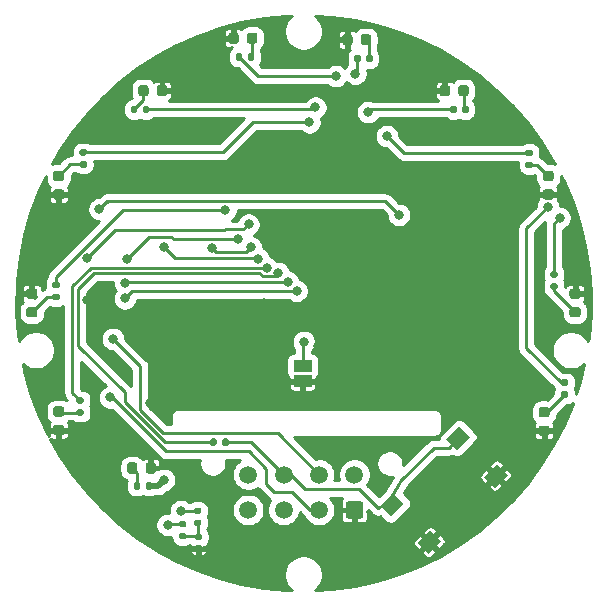
<source format=gbr>
%TF.GenerationSoftware,KiCad,Pcbnew,(5.1.10)-1*%
%TF.CreationDate,2021-10-31T13:05:10-04:00*%
%TF.ProjectId,CAN_Gauge,43414e5f-4761-4756-9765-2e6b69636164,rev?*%
%TF.SameCoordinates,Original*%
%TF.FileFunction,Copper,L2,Bot*%
%TF.FilePolarity,Positive*%
%FSLAX46Y46*%
G04 Gerber Fmt 4.6, Leading zero omitted, Abs format (unit mm)*
G04 Created by KiCad (PCBNEW (5.1.10)-1) date 2021-10-31 13:05:10*
%MOMM*%
%LPD*%
G01*
G04 APERTURE LIST*
%TA.AperFunction,SMDPad,CuDef*%
%ADD10C,0.100000*%
%TD*%
%TA.AperFunction,SMDPad,CuDef*%
%ADD11R,1.500000X1.000000*%
%TD*%
%TA.AperFunction,ComponentPad*%
%ADD12C,1.500000*%
%TD*%
%TA.AperFunction,ViaPad*%
%ADD13C,0.800000*%
%TD*%
%TA.AperFunction,ViaPad*%
%ADD14C,1.000000*%
%TD*%
%TA.AperFunction,Conductor*%
%ADD15C,0.500000*%
%TD*%
%TA.AperFunction,Conductor*%
%ADD16C,0.250000*%
%TD*%
%TA.AperFunction,Conductor*%
%ADD17C,0.254000*%
%TD*%
%TA.AperFunction,Conductor*%
%ADD18C,0.100000*%
%TD*%
G04 APERTURE END LIST*
%TA.AperFunction,SMDPad,CuDef*%
D10*
%TO.P,SW1,2*%
%TO.N,GND*%
G36*
X144059829Y-113835713D02*
G01*
X144979068Y-114754952D01*
X143883053Y-115850967D01*
X142963814Y-114931728D01*
X144059829Y-113835713D01*
G37*
%TD.AperFunction*%
%TA.AperFunction,SMDPad,CuDef*%
%TO.P,SW1,1*%
%TO.N,BTN_IN*%
G36*
X140877848Y-110653732D02*
G01*
X141797087Y-111572971D01*
X140701072Y-112668986D01*
X139781833Y-111749747D01*
X140877848Y-110653732D01*
G37*
%TD.AperFunction*%
%TA.AperFunction,SMDPad,CuDef*%
G36*
X146499347Y-105032233D02*
G01*
X147418586Y-105951472D01*
X146322571Y-107047487D01*
X145403332Y-106128248D01*
X146499347Y-105032233D01*
G37*
%TD.AperFunction*%
%TA.AperFunction,SMDPad,CuDef*%
%TO.P,SW1,2*%
%TO.N,GND*%
G36*
X149681328Y-108214214D02*
G01*
X150600567Y-109133453D01*
X149504552Y-110229468D01*
X148585313Y-109310229D01*
X149681328Y-108214214D01*
G37*
%TD.AperFunction*%
%TD*%
D11*
%TO.P,JP1,1*%
%TO.N,/OLED/SA0*%
X133240500Y-99926000D03*
%TO.P,JP1,2*%
%TO.N,GND*%
X133240500Y-101226000D03*
%TD*%
%TO.P,R5,2*%
%TO.N,CANL*%
%TA.AperFunction,SMDPad,CuDef*%
G36*
G01*
X123265500Y-113592500D02*
X122895500Y-113592500D01*
G75*
G02*
X122760500Y-113457500I0J135000D01*
G01*
X122760500Y-113187500D01*
G75*
G02*
X122895500Y-113052500I135000J0D01*
G01*
X123265500Y-113052500D01*
G75*
G02*
X123400500Y-113187500I0J-135000D01*
G01*
X123400500Y-113457500D01*
G75*
G02*
X123265500Y-113592500I-135000J0D01*
G01*
G37*
%TD.AperFunction*%
%TO.P,R5,1*%
%TO.N,Net-(C6-Pad1)*%
%TA.AperFunction,SMDPad,CuDef*%
G36*
G01*
X123265500Y-114612500D02*
X122895500Y-114612500D01*
G75*
G02*
X122760500Y-114477500I0J135000D01*
G01*
X122760500Y-114207500D01*
G75*
G02*
X122895500Y-114072500I135000J0D01*
G01*
X123265500Y-114072500D01*
G75*
G02*
X123400500Y-114207500I0J-135000D01*
G01*
X123400500Y-114477500D01*
G75*
G02*
X123265500Y-114612500I-135000J0D01*
G01*
G37*
%TD.AperFunction*%
%TD*%
%TO.P,C6,2*%
%TO.N,GND*%
%TA.AperFunction,SMDPad,CuDef*%
G36*
G01*
X124244000Y-115084000D02*
X124584000Y-115084000D01*
G75*
G02*
X124724000Y-115224000I0J-140000D01*
G01*
X124724000Y-115504000D01*
G75*
G02*
X124584000Y-115644000I-140000J0D01*
G01*
X124244000Y-115644000D01*
G75*
G02*
X124104000Y-115504000I0J140000D01*
G01*
X124104000Y-115224000D01*
G75*
G02*
X124244000Y-115084000I140000J0D01*
G01*
G37*
%TD.AperFunction*%
%TO.P,C6,1*%
%TO.N,Net-(C6-Pad1)*%
%TA.AperFunction,SMDPad,CuDef*%
G36*
G01*
X124244000Y-114124000D02*
X124584000Y-114124000D01*
G75*
G02*
X124724000Y-114264000I0J-140000D01*
G01*
X124724000Y-114544000D01*
G75*
G02*
X124584000Y-114684000I-140000J0D01*
G01*
X124244000Y-114684000D01*
G75*
G02*
X124104000Y-114544000I0J140000D01*
G01*
X124104000Y-114264000D01*
G75*
G02*
X124244000Y-114124000I140000J0D01*
G01*
G37*
%TD.AperFunction*%
%TD*%
D12*
%TO.P,J2,8*%
%TO.N,CANH*%
X128622000Y-109118000D03*
%TO.P,J2,7*%
%TO.N,BTN_IN*%
X131622000Y-109118000D03*
%TO.P,J2,6*%
%TO.N,SPARE_1*%
X134622000Y-109118000D03*
%TO.P,J2,5*%
%TO.N,12V_IN*%
X137622000Y-109118000D03*
%TO.P,J2,4*%
%TO.N,CANL*%
X128622000Y-112118000D03*
%TO.P,J2,3*%
%TO.N,+3V3*%
X131622000Y-112118000D03*
%TO.P,J2,2*%
%TO.N,SPARE_2*%
X134622000Y-112118000D03*
%TO.P,J2,1*%
%TO.N,GND*%
%TA.AperFunction,ComponentPad*%
G36*
G01*
X138372000Y-111618000D02*
X138372000Y-112618000D01*
G75*
G02*
X138122000Y-112868000I-250000J0D01*
G01*
X137122000Y-112868000D01*
G75*
G02*
X136872000Y-112618000I0J250000D01*
G01*
X136872000Y-111618000D01*
G75*
G02*
X137122000Y-111368000I250000J0D01*
G01*
X138122000Y-111368000D01*
G75*
G02*
X138372000Y-111618000I0J-250000D01*
G01*
G37*
%TD.AperFunction*%
%TD*%
%TO.P,R30,2*%
%TO.N,LED10*%
%TA.AperFunction,SMDPad,CuDef*%
G36*
G01*
X114566000Y-103115000D02*
X114196000Y-103115000D01*
G75*
G02*
X114061000Y-102980000I0J135000D01*
G01*
X114061000Y-102710000D01*
G75*
G02*
X114196000Y-102575000I135000J0D01*
G01*
X114566000Y-102575000D01*
G75*
G02*
X114701000Y-102710000I0J-135000D01*
G01*
X114701000Y-102980000D01*
G75*
G02*
X114566000Y-103115000I-135000J0D01*
G01*
G37*
%TD.AperFunction*%
%TO.P,R30,1*%
%TO.N,Net-(D11-Pad2)*%
%TA.AperFunction,SMDPad,CuDef*%
G36*
G01*
X114566000Y-104135000D02*
X114196000Y-104135000D01*
G75*
G02*
X114061000Y-104000000I0J135000D01*
G01*
X114061000Y-103730000D01*
G75*
G02*
X114196000Y-103595000I135000J0D01*
G01*
X114566000Y-103595000D01*
G75*
G02*
X114701000Y-103730000I0J-135000D01*
G01*
X114701000Y-104000000D01*
G75*
G02*
X114566000Y-104135000I-135000J0D01*
G01*
G37*
%TD.AperFunction*%
%TD*%
%TO.P,D11,2*%
%TO.N,Net-(D11-Pad2)*%
%TA.AperFunction,SMDPad,CuDef*%
G36*
G01*
X112835479Y-104216158D02*
X112322979Y-104216158D01*
G75*
G02*
X112104229Y-103997408I0J218750D01*
G01*
X112104229Y-103559908D01*
G75*
G02*
X112322979Y-103341158I218750J0D01*
G01*
X112835479Y-103341158D01*
G75*
G02*
X113054229Y-103559908I0J-218750D01*
G01*
X113054229Y-103997408D01*
G75*
G02*
X112835479Y-104216158I-218750J0D01*
G01*
G37*
%TD.AperFunction*%
%TO.P,D11,1*%
%TO.N,GND*%
%TA.AperFunction,SMDPad,CuDef*%
G36*
G01*
X112835479Y-105791158D02*
X112322979Y-105791158D01*
G75*
G02*
X112104229Y-105572408I0J218750D01*
G01*
X112104229Y-105134908D01*
G75*
G02*
X112322979Y-104916158I218750J0D01*
G01*
X112835479Y-104916158D01*
G75*
G02*
X113054229Y-105134908I0J-218750D01*
G01*
X113054229Y-105572408D01*
G75*
G02*
X112835479Y-105791158I-218750J0D01*
G01*
G37*
%TD.AperFunction*%
%TD*%
%TO.P,R29,2*%
%TO.N,LED9*%
%TA.AperFunction,SMDPad,CuDef*%
G36*
G01*
X112534000Y-93336000D02*
X112164000Y-93336000D01*
G75*
G02*
X112029000Y-93201000I0J135000D01*
G01*
X112029000Y-92931000D01*
G75*
G02*
X112164000Y-92796000I135000J0D01*
G01*
X112534000Y-92796000D01*
G75*
G02*
X112669000Y-92931000I0J-135000D01*
G01*
X112669000Y-93201000D01*
G75*
G02*
X112534000Y-93336000I-135000J0D01*
G01*
G37*
%TD.AperFunction*%
%TO.P,R29,1*%
%TO.N,Net-(D9-Pad2)*%
%TA.AperFunction,SMDPad,CuDef*%
G36*
G01*
X112534000Y-94356000D02*
X112164000Y-94356000D01*
G75*
G02*
X112029000Y-94221000I0J135000D01*
G01*
X112029000Y-93951000D01*
G75*
G02*
X112164000Y-93816000I135000J0D01*
G01*
X112534000Y-93816000D01*
G75*
G02*
X112669000Y-93951000I0J-135000D01*
G01*
X112669000Y-94221000D01*
G75*
G02*
X112534000Y-94356000I-135000J0D01*
G01*
G37*
%TD.AperFunction*%
%TD*%
%TO.P,R21,2*%
%TO.N,LED8*%
%TA.AperFunction,SMDPad,CuDef*%
G36*
G01*
X114845400Y-82109200D02*
X114475400Y-82109200D01*
G75*
G02*
X114340400Y-81974200I0J135000D01*
G01*
X114340400Y-81704200D01*
G75*
G02*
X114475400Y-81569200I135000J0D01*
G01*
X114845400Y-81569200D01*
G75*
G02*
X114980400Y-81704200I0J-135000D01*
G01*
X114980400Y-81974200D01*
G75*
G02*
X114845400Y-82109200I-135000J0D01*
G01*
G37*
%TD.AperFunction*%
%TO.P,R21,1*%
%TO.N,Net-(D8-Pad2)*%
%TA.AperFunction,SMDPad,CuDef*%
G36*
G01*
X114845400Y-83129200D02*
X114475400Y-83129200D01*
G75*
G02*
X114340400Y-82994200I0J135000D01*
G01*
X114340400Y-82724200D01*
G75*
G02*
X114475400Y-82589200I135000J0D01*
G01*
X114845400Y-82589200D01*
G75*
G02*
X114980400Y-82724200I0J-135000D01*
G01*
X114980400Y-82994200D01*
G75*
G02*
X114845400Y-83129200I-135000J0D01*
G01*
G37*
%TD.AperFunction*%
%TD*%
%TO.P,D9,2*%
%TO.N,Net-(D9-Pad2)*%
%TA.AperFunction,SMDPad,CuDef*%
G36*
G01*
X110047750Y-94942000D02*
X110560250Y-94942000D01*
G75*
G02*
X110779000Y-95160750I0J-218750D01*
G01*
X110779000Y-95598250D01*
G75*
G02*
X110560250Y-95817000I-218750J0D01*
G01*
X110047750Y-95817000D01*
G75*
G02*
X109829000Y-95598250I0J218750D01*
G01*
X109829000Y-95160750D01*
G75*
G02*
X110047750Y-94942000I218750J0D01*
G01*
G37*
%TD.AperFunction*%
%TO.P,D9,1*%
%TO.N,GND*%
%TA.AperFunction,SMDPad,CuDef*%
G36*
G01*
X110047750Y-93367000D02*
X110560250Y-93367000D01*
G75*
G02*
X110779000Y-93585750I0J-218750D01*
G01*
X110779000Y-94023250D01*
G75*
G02*
X110560250Y-94242000I-218750J0D01*
G01*
X110047750Y-94242000D01*
G75*
G02*
X109829000Y-94023250I0J218750D01*
G01*
X109829000Y-93585750D01*
G75*
G02*
X110047750Y-93367000I218750J0D01*
G01*
G37*
%TD.AperFunction*%
%TD*%
%TO.P,D8,2*%
%TO.N,Net-(D8-Pad2)*%
%TA.AperFunction,SMDPad,CuDef*%
G36*
G01*
X112835479Y-84267842D02*
X112322979Y-84267842D01*
G75*
G02*
X112104229Y-84049092I0J218750D01*
G01*
X112104229Y-83611592D01*
G75*
G02*
X112322979Y-83392842I218750J0D01*
G01*
X112835479Y-83392842D01*
G75*
G02*
X113054229Y-83611592I0J-218750D01*
G01*
X113054229Y-84049092D01*
G75*
G02*
X112835479Y-84267842I-218750J0D01*
G01*
G37*
%TD.AperFunction*%
%TO.P,D8,1*%
%TO.N,GND*%
%TA.AperFunction,SMDPad,CuDef*%
G36*
G01*
X112835479Y-85842842D02*
X112322979Y-85842842D01*
G75*
G02*
X112104229Y-85624092I0J218750D01*
G01*
X112104229Y-85186592D01*
G75*
G02*
X112322979Y-84967842I218750J0D01*
G01*
X112835479Y-84967842D01*
G75*
G02*
X113054229Y-85186592I0J-218750D01*
G01*
X113054229Y-85624092D01*
G75*
G02*
X112835479Y-85842842I-218750J0D01*
G01*
G37*
%TD.AperFunction*%
%TD*%
%TO.P,D3,2*%
%TO.N,Net-(D3-Pad2)*%
%TA.AperFunction,SMDPad,CuDef*%
G36*
G01*
X154285021Y-84267842D02*
X153772521Y-84267842D01*
G75*
G02*
X153553771Y-84049092I0J218750D01*
G01*
X153553771Y-83611592D01*
G75*
G02*
X153772521Y-83392842I218750J0D01*
G01*
X154285021Y-83392842D01*
G75*
G02*
X154503771Y-83611592I0J-218750D01*
G01*
X154503771Y-84049092D01*
G75*
G02*
X154285021Y-84267842I-218750J0D01*
G01*
G37*
%TD.AperFunction*%
%TO.P,D3,1*%
%TO.N,GND*%
%TA.AperFunction,SMDPad,CuDef*%
G36*
G01*
X154285021Y-85842842D02*
X153772521Y-85842842D01*
G75*
G02*
X153553771Y-85624092I0J218750D01*
G01*
X153553771Y-85186592D01*
G75*
G02*
X153772521Y-84967842I218750J0D01*
G01*
X154285021Y-84967842D01*
G75*
G02*
X154503771Y-85186592I0J-218750D01*
G01*
X154503771Y-85624092D01*
G75*
G02*
X154285021Y-85842842I-218750J0D01*
G01*
G37*
%TD.AperFunction*%
%TD*%
%TO.P,D1,2*%
%TO.N,Net-(D1-Pad2)*%
%TA.AperFunction,SMDPad,CuDef*%
G36*
G01*
X153943750Y-104275000D02*
X153431250Y-104275000D01*
G75*
G02*
X153212500Y-104056250I0J218750D01*
G01*
X153212500Y-103618750D01*
G75*
G02*
X153431250Y-103400000I218750J0D01*
G01*
X153943750Y-103400000D01*
G75*
G02*
X154162500Y-103618750I0J-218750D01*
G01*
X154162500Y-104056250D01*
G75*
G02*
X153943750Y-104275000I-218750J0D01*
G01*
G37*
%TD.AperFunction*%
%TO.P,D1,1*%
%TO.N,GND*%
%TA.AperFunction,SMDPad,CuDef*%
G36*
G01*
X153943750Y-105850000D02*
X153431250Y-105850000D01*
G75*
G02*
X153212500Y-105631250I0J218750D01*
G01*
X153212500Y-105193750D01*
G75*
G02*
X153431250Y-104975000I218750J0D01*
G01*
X153943750Y-104975000D01*
G75*
G02*
X154162500Y-105193750I0J-218750D01*
G01*
X154162500Y-105631250D01*
G75*
G02*
X153943750Y-105850000I-218750J0D01*
G01*
G37*
%TD.AperFunction*%
%TD*%
%TO.P,D10,2*%
%TO.N,Net-(D10-Pad2)*%
%TA.AperFunction,SMDPad,CuDef*%
G36*
G01*
X119238000Y-108305750D02*
X119238000Y-108818250D01*
G75*
G02*
X119019250Y-109037000I-218750J0D01*
G01*
X118581750Y-109037000D01*
G75*
G02*
X118363000Y-108818250I0J218750D01*
G01*
X118363000Y-108305750D01*
G75*
G02*
X118581750Y-108087000I218750J0D01*
G01*
X119019250Y-108087000D01*
G75*
G02*
X119238000Y-108305750I0J-218750D01*
G01*
G37*
%TD.AperFunction*%
%TO.P,D10,1*%
%TO.N,GND*%
%TA.AperFunction,SMDPad,CuDef*%
G36*
G01*
X120813000Y-108305750D02*
X120813000Y-108818250D01*
G75*
G02*
X120594250Y-109037000I-218750J0D01*
G01*
X120156750Y-109037000D01*
G75*
G02*
X119938000Y-108818250I0J218750D01*
G01*
X119938000Y-108305750D01*
G75*
G02*
X120156750Y-108087000I218750J0D01*
G01*
X120594250Y-108087000D01*
G75*
G02*
X120813000Y-108305750I0J-218750D01*
G01*
G37*
%TD.AperFunction*%
%TD*%
%TO.P,R19,2*%
%TO.N,LED7*%
%TA.AperFunction,SMDPad,CuDef*%
G36*
G01*
X119701000Y-78394000D02*
X119701000Y-78024000D01*
G75*
G02*
X119836000Y-77889000I135000J0D01*
G01*
X120106000Y-77889000D01*
G75*
G02*
X120241000Y-78024000I0J-135000D01*
G01*
X120241000Y-78394000D01*
G75*
G02*
X120106000Y-78529000I-135000J0D01*
G01*
X119836000Y-78529000D01*
G75*
G02*
X119701000Y-78394000I0J135000D01*
G01*
G37*
%TD.AperFunction*%
%TO.P,R19,1*%
%TO.N,Net-(D7-Pad2)*%
%TA.AperFunction,SMDPad,CuDef*%
G36*
G01*
X118681000Y-78394000D02*
X118681000Y-78024000D01*
G75*
G02*
X118816000Y-77889000I135000J0D01*
G01*
X119086000Y-77889000D01*
G75*
G02*
X119221000Y-78024000I0J-135000D01*
G01*
X119221000Y-78394000D01*
G75*
G02*
X119086000Y-78529000I-135000J0D01*
G01*
X118816000Y-78529000D01*
G75*
G02*
X118681000Y-78394000I0J135000D01*
G01*
G37*
%TD.AperFunction*%
%TD*%
%TO.P,D7,2*%
%TO.N,Net-(D7-Pad2)*%
%TA.AperFunction,SMDPad,CuDef*%
G36*
G01*
X120190500Y-76360780D02*
X120190500Y-76873280D01*
G75*
G02*
X119971750Y-77092030I-218750J0D01*
G01*
X119534250Y-77092030D01*
G75*
G02*
X119315500Y-76873280I0J218750D01*
G01*
X119315500Y-76360780D01*
G75*
G02*
X119534250Y-76142030I218750J0D01*
G01*
X119971750Y-76142030D01*
G75*
G02*
X120190500Y-76360780I0J-218750D01*
G01*
G37*
%TD.AperFunction*%
%TO.P,D7,1*%
%TO.N,GND*%
%TA.AperFunction,SMDPad,CuDef*%
G36*
G01*
X121765500Y-76360780D02*
X121765500Y-76873280D01*
G75*
G02*
X121546750Y-77092030I-218750J0D01*
G01*
X121109250Y-77092030D01*
G75*
G02*
X120890500Y-76873280I0J218750D01*
G01*
X120890500Y-76360780D01*
G75*
G02*
X121109250Y-76142030I218750J0D01*
G01*
X121546750Y-76142030D01*
G75*
G02*
X121765500Y-76360780I0J-218750D01*
G01*
G37*
%TD.AperFunction*%
%TD*%
%TO.P,R18,1*%
%TO.N,Net-(D6-Pad2)*%
%TA.AperFunction,SMDPad,CuDef*%
G36*
G01*
X129133000Y-73579000D02*
X129133000Y-73949000D01*
G75*
G02*
X128998000Y-74084000I-135000J0D01*
G01*
X128728000Y-74084000D01*
G75*
G02*
X128593000Y-73949000I0J135000D01*
G01*
X128593000Y-73579000D01*
G75*
G02*
X128728000Y-73444000I135000J0D01*
G01*
X128998000Y-73444000D01*
G75*
G02*
X129133000Y-73579000I0J-135000D01*
G01*
G37*
%TD.AperFunction*%
%TO.P,R18,2*%
%TO.N,LED6*%
%TA.AperFunction,SMDPad,CuDef*%
G36*
G01*
X128113000Y-73579000D02*
X128113000Y-73949000D01*
G75*
G02*
X127978000Y-74084000I-135000J0D01*
G01*
X127708000Y-74084000D01*
G75*
G02*
X127573000Y-73949000I0J135000D01*
G01*
X127573000Y-73579000D01*
G75*
G02*
X127708000Y-73444000I135000J0D01*
G01*
X127978000Y-73444000D01*
G75*
G02*
X128113000Y-73579000I0J-135000D01*
G01*
G37*
%TD.AperFunction*%
%TD*%
%TO.P,R17,2*%
%TO.N,LED4*%
%TA.AperFunction,SMDPad,CuDef*%
G36*
G01*
X146270000Y-78024000D02*
X146270000Y-78394000D01*
G75*
G02*
X146135000Y-78529000I-135000J0D01*
G01*
X145865000Y-78529000D01*
G75*
G02*
X145730000Y-78394000I0J135000D01*
G01*
X145730000Y-78024000D01*
G75*
G02*
X145865000Y-77889000I135000J0D01*
G01*
X146135000Y-77889000D01*
G75*
G02*
X146270000Y-78024000I0J-135000D01*
G01*
G37*
%TD.AperFunction*%
%TO.P,R17,1*%
%TO.N,Net-(D4-Pad2)*%
%TA.AperFunction,SMDPad,CuDef*%
G36*
G01*
X147290000Y-78024000D02*
X147290000Y-78394000D01*
G75*
G02*
X147155000Y-78529000I-135000J0D01*
G01*
X146885000Y-78529000D01*
G75*
G02*
X146750000Y-78394000I0J135000D01*
G01*
X146750000Y-78024000D01*
G75*
G02*
X146885000Y-77889000I135000J0D01*
G01*
X147155000Y-77889000D01*
G75*
G02*
X147290000Y-78024000I0J-135000D01*
G01*
G37*
%TD.AperFunction*%
%TD*%
%TO.P,R16,2*%
%TO.N,LED5*%
%TA.AperFunction,SMDPad,CuDef*%
G36*
G01*
X138144000Y-73706000D02*
X138144000Y-74076000D01*
G75*
G02*
X138009000Y-74211000I-135000J0D01*
G01*
X137739000Y-74211000D01*
G75*
G02*
X137604000Y-74076000I0J135000D01*
G01*
X137604000Y-73706000D01*
G75*
G02*
X137739000Y-73571000I135000J0D01*
G01*
X138009000Y-73571000D01*
G75*
G02*
X138144000Y-73706000I0J-135000D01*
G01*
G37*
%TD.AperFunction*%
%TO.P,R16,1*%
%TO.N,Net-(D5-Pad2)*%
%TA.AperFunction,SMDPad,CuDef*%
G36*
G01*
X139164000Y-73706000D02*
X139164000Y-74076000D01*
G75*
G02*
X139029000Y-74211000I-135000J0D01*
G01*
X138759000Y-74211000D01*
G75*
G02*
X138624000Y-74076000I0J135000D01*
G01*
X138624000Y-73706000D01*
G75*
G02*
X138759000Y-73571000I135000J0D01*
G01*
X139029000Y-73571000D01*
G75*
G02*
X139164000Y-73706000I0J-135000D01*
G01*
G37*
%TD.AperFunction*%
%TD*%
%TO.P,D6,1*%
%TO.N,GND*%
%TA.AperFunction,SMDPad,CuDef*%
G36*
G01*
X126944248Y-72428743D02*
X126944248Y-71916243D01*
G75*
G02*
X127162998Y-71697493I218750J0D01*
G01*
X127600498Y-71697493D01*
G75*
G02*
X127819248Y-71916243I0J-218750D01*
G01*
X127819248Y-72428743D01*
G75*
G02*
X127600498Y-72647493I-218750J0D01*
G01*
X127162998Y-72647493D01*
G75*
G02*
X126944248Y-72428743I0J218750D01*
G01*
G37*
%TD.AperFunction*%
%TO.P,D6,2*%
%TO.N,Net-(D6-Pad2)*%
%TA.AperFunction,SMDPad,CuDef*%
G36*
G01*
X128519248Y-72428743D02*
X128519248Y-71916243D01*
G75*
G02*
X128737998Y-71697493I218750J0D01*
G01*
X129175498Y-71697493D01*
G75*
G02*
X129394248Y-71916243I0J-218750D01*
G01*
X129394248Y-72428743D01*
G75*
G02*
X129175498Y-72647493I-218750J0D01*
G01*
X128737998Y-72647493D01*
G75*
G02*
X128519248Y-72428743I0J218750D01*
G01*
G37*
%TD.AperFunction*%
%TD*%
%TO.P,D4,2*%
%TO.N,Net-(D4-Pad2)*%
%TA.AperFunction,SMDPad,CuDef*%
G36*
G01*
X146417500Y-76877750D02*
X146417500Y-76365250D01*
G75*
G02*
X146636250Y-76146500I218750J0D01*
G01*
X147073750Y-76146500D01*
G75*
G02*
X147292500Y-76365250I0J-218750D01*
G01*
X147292500Y-76877750D01*
G75*
G02*
X147073750Y-77096500I-218750J0D01*
G01*
X146636250Y-77096500D01*
G75*
G02*
X146417500Y-76877750I0J218750D01*
G01*
G37*
%TD.AperFunction*%
%TO.P,D4,1*%
%TO.N,GND*%
%TA.AperFunction,SMDPad,CuDef*%
G36*
G01*
X144842500Y-76877750D02*
X144842500Y-76365250D01*
G75*
G02*
X145061250Y-76146500I218750J0D01*
G01*
X145498750Y-76146500D01*
G75*
G02*
X145717500Y-76365250I0J-218750D01*
G01*
X145717500Y-76877750D01*
G75*
G02*
X145498750Y-77096500I-218750J0D01*
G01*
X145061250Y-77096500D01*
G75*
G02*
X144842500Y-76877750I0J218750D01*
G01*
G37*
%TD.AperFunction*%
%TD*%
%TO.P,D5,2*%
%TO.N,Net-(D5-Pad2)*%
%TA.AperFunction,SMDPad,CuDef*%
G36*
G01*
X138162500Y-72559750D02*
X138162500Y-72047250D01*
G75*
G02*
X138381250Y-71828500I218750J0D01*
G01*
X138818750Y-71828500D01*
G75*
G02*
X139037500Y-72047250I0J-218750D01*
G01*
X139037500Y-72559750D01*
G75*
G02*
X138818750Y-72778500I-218750J0D01*
G01*
X138381250Y-72778500D01*
G75*
G02*
X138162500Y-72559750I0J218750D01*
G01*
G37*
%TD.AperFunction*%
%TO.P,D5,1*%
%TO.N,GND*%
%TA.AperFunction,SMDPad,CuDef*%
G36*
G01*
X136587500Y-72559750D02*
X136587500Y-72047250D01*
G75*
G02*
X136806250Y-71828500I218750J0D01*
G01*
X137243750Y-71828500D01*
G75*
G02*
X137462500Y-72047250I0J-218750D01*
G01*
X137462500Y-72559750D01*
G75*
G02*
X137243750Y-72778500I-218750J0D01*
G01*
X136806250Y-72778500D01*
G75*
G02*
X136587500Y-72559750I0J218750D01*
G01*
G37*
%TD.AperFunction*%
%TD*%
%TO.P,R4,2*%
%TO.N,Net-(C6-Pad1)*%
%TA.AperFunction,SMDPad,CuDef*%
G36*
G01*
X124165500Y-112931500D02*
X124535500Y-112931500D01*
G75*
G02*
X124670500Y-113066500I0J-135000D01*
G01*
X124670500Y-113336500D01*
G75*
G02*
X124535500Y-113471500I-135000J0D01*
G01*
X124165500Y-113471500D01*
G75*
G02*
X124030500Y-113336500I0J135000D01*
G01*
X124030500Y-113066500D01*
G75*
G02*
X124165500Y-112931500I135000J0D01*
G01*
G37*
%TD.AperFunction*%
%TO.P,R4,1*%
%TO.N,CANH*%
%TA.AperFunction,SMDPad,CuDef*%
G36*
G01*
X124165500Y-111911500D02*
X124535500Y-111911500D01*
G75*
G02*
X124670500Y-112046500I0J-135000D01*
G01*
X124670500Y-112316500D01*
G75*
G02*
X124535500Y-112451500I-135000J0D01*
G01*
X124165500Y-112451500D01*
G75*
G02*
X124030500Y-112316500I0J135000D01*
G01*
X124030500Y-112046500D01*
G75*
G02*
X124165500Y-111911500I135000J0D01*
G01*
G37*
%TD.AperFunction*%
%TD*%
%TO.P,R9,2*%
%TO.N,Net-(D10-Pad2)*%
%TA.AperFunction,SMDPad,CuDef*%
G36*
G01*
X119475000Y-109901000D02*
X119475000Y-110271000D01*
G75*
G02*
X119340000Y-110406000I-135000J0D01*
G01*
X119070000Y-110406000D01*
G75*
G02*
X118935000Y-110271000I0J135000D01*
G01*
X118935000Y-109901000D01*
G75*
G02*
X119070000Y-109766000I135000J0D01*
G01*
X119340000Y-109766000D01*
G75*
G02*
X119475000Y-109901000I0J-135000D01*
G01*
G37*
%TD.AperFunction*%
%TO.P,R9,1*%
%TO.N,+3V3*%
%TA.AperFunction,SMDPad,CuDef*%
G36*
G01*
X120495000Y-109901000D02*
X120495000Y-110271000D01*
G75*
G02*
X120360000Y-110406000I-135000J0D01*
G01*
X120090000Y-110406000D01*
G75*
G02*
X119955000Y-110271000I0J135000D01*
G01*
X119955000Y-109901000D01*
G75*
G02*
X120090000Y-109766000I135000J0D01*
G01*
X120360000Y-109766000D01*
G75*
G02*
X120495000Y-109901000I0J-135000D01*
G01*
G37*
%TD.AperFunction*%
%TD*%
%TO.P,R8,2*%
%TO.N,LED2*%
%TA.AperFunction,SMDPad,CuDef*%
G36*
G01*
X154698000Y-92447000D02*
X154328000Y-92447000D01*
G75*
G02*
X154193000Y-92312000I0J135000D01*
G01*
X154193000Y-92042000D01*
G75*
G02*
X154328000Y-91907000I135000J0D01*
G01*
X154698000Y-91907000D01*
G75*
G02*
X154833000Y-92042000I0J-135000D01*
G01*
X154833000Y-92312000D01*
G75*
G02*
X154698000Y-92447000I-135000J0D01*
G01*
G37*
%TD.AperFunction*%
%TO.P,R8,1*%
%TO.N,Net-(D2-Pad2)*%
%TA.AperFunction,SMDPad,CuDef*%
G36*
G01*
X154698000Y-93467000D02*
X154328000Y-93467000D01*
G75*
G02*
X154193000Y-93332000I0J135000D01*
G01*
X154193000Y-93062000D01*
G75*
G02*
X154328000Y-92927000I135000J0D01*
G01*
X154698000Y-92927000D01*
G75*
G02*
X154833000Y-93062000I0J-135000D01*
G01*
X154833000Y-93332000D01*
G75*
G02*
X154698000Y-93467000I-135000J0D01*
G01*
G37*
%TD.AperFunction*%
%TD*%
%TO.P,R7,2*%
%TO.N,LED3*%
%TA.AperFunction,SMDPad,CuDef*%
G36*
G01*
X152602500Y-82160000D02*
X152232500Y-82160000D01*
G75*
G02*
X152097500Y-82025000I0J135000D01*
G01*
X152097500Y-81755000D01*
G75*
G02*
X152232500Y-81620000I135000J0D01*
G01*
X152602500Y-81620000D01*
G75*
G02*
X152737500Y-81755000I0J-135000D01*
G01*
X152737500Y-82025000D01*
G75*
G02*
X152602500Y-82160000I-135000J0D01*
G01*
G37*
%TD.AperFunction*%
%TO.P,R7,1*%
%TO.N,Net-(D3-Pad2)*%
%TA.AperFunction,SMDPad,CuDef*%
G36*
G01*
X152602500Y-83180000D02*
X152232500Y-83180000D01*
G75*
G02*
X152097500Y-83045000I0J135000D01*
G01*
X152097500Y-82775000D01*
G75*
G02*
X152232500Y-82640000I135000J0D01*
G01*
X152602500Y-82640000D01*
G75*
G02*
X152737500Y-82775000I0J-135000D01*
G01*
X152737500Y-83045000D01*
G75*
G02*
X152602500Y-83180000I-135000J0D01*
G01*
G37*
%TD.AperFunction*%
%TD*%
%TO.P,R3,2*%
%TO.N,USER_INPUT*%
%TA.AperFunction,SMDPad,CuDef*%
G36*
G01*
X125952000Y-106192600D02*
X125952000Y-106562600D01*
G75*
G02*
X125817000Y-106697600I-135000J0D01*
G01*
X125547000Y-106697600D01*
G75*
G02*
X125412000Y-106562600I0J135000D01*
G01*
X125412000Y-106192600D01*
G75*
G02*
X125547000Y-106057600I135000J0D01*
G01*
X125817000Y-106057600D01*
G75*
G02*
X125952000Y-106192600I0J-135000D01*
G01*
G37*
%TD.AperFunction*%
%TO.P,R3,1*%
%TO.N,BTN_IN*%
%TA.AperFunction,SMDPad,CuDef*%
G36*
G01*
X126972000Y-106192600D02*
X126972000Y-106562600D01*
G75*
G02*
X126837000Y-106697600I-135000J0D01*
G01*
X126567000Y-106697600D01*
G75*
G02*
X126432000Y-106562600I0J135000D01*
G01*
X126432000Y-106192600D01*
G75*
G02*
X126567000Y-106057600I135000J0D01*
G01*
X126837000Y-106057600D01*
G75*
G02*
X126972000Y-106192600I0J-135000D01*
G01*
G37*
%TD.AperFunction*%
%TD*%
%TO.P,R2,2*%
%TO.N,LED1*%
%TA.AperFunction,SMDPad,CuDef*%
G36*
G01*
X155587000Y-101591000D02*
X155217000Y-101591000D01*
G75*
G02*
X155082000Y-101456000I0J135000D01*
G01*
X155082000Y-101186000D01*
G75*
G02*
X155217000Y-101051000I135000J0D01*
G01*
X155587000Y-101051000D01*
G75*
G02*
X155722000Y-101186000I0J-135000D01*
G01*
X155722000Y-101456000D01*
G75*
G02*
X155587000Y-101591000I-135000J0D01*
G01*
G37*
%TD.AperFunction*%
%TO.P,R2,1*%
%TO.N,Net-(D1-Pad2)*%
%TA.AperFunction,SMDPad,CuDef*%
G36*
G01*
X155587000Y-102611000D02*
X155217000Y-102611000D01*
G75*
G02*
X155082000Y-102476000I0J135000D01*
G01*
X155082000Y-102206000D01*
G75*
G02*
X155217000Y-102071000I135000J0D01*
G01*
X155587000Y-102071000D01*
G75*
G02*
X155722000Y-102206000I0J-135000D01*
G01*
X155722000Y-102476000D01*
G75*
G02*
X155587000Y-102611000I-135000J0D01*
G01*
G37*
%TD.AperFunction*%
%TD*%
%TO.P,D2,2*%
%TO.N,Net-(D2-Pad2)*%
%TA.AperFunction,SMDPad,CuDef*%
G36*
G01*
X156047750Y-94942000D02*
X156560250Y-94942000D01*
G75*
G02*
X156779000Y-95160750I0J-218750D01*
G01*
X156779000Y-95598250D01*
G75*
G02*
X156560250Y-95817000I-218750J0D01*
G01*
X156047750Y-95817000D01*
G75*
G02*
X155829000Y-95598250I0J218750D01*
G01*
X155829000Y-95160750D01*
G75*
G02*
X156047750Y-94942000I218750J0D01*
G01*
G37*
%TD.AperFunction*%
%TO.P,D2,1*%
%TO.N,GND*%
%TA.AperFunction,SMDPad,CuDef*%
G36*
G01*
X156047750Y-93367000D02*
X156560250Y-93367000D01*
G75*
G02*
X156779000Y-93585750I0J-218750D01*
G01*
X156779000Y-94023250D01*
G75*
G02*
X156560250Y-94242000I-218750J0D01*
G01*
X156047750Y-94242000D01*
G75*
G02*
X155829000Y-94023250I0J218750D01*
G01*
X155829000Y-93585750D01*
G75*
G02*
X156047750Y-93367000I218750J0D01*
G01*
G37*
%TD.AperFunction*%
%TD*%
D13*
%TO.N,GND*%
X154614600Y-95785800D03*
X131399000Y-81460200D03*
X140543000Y-94084000D03*
X129824200Y-97538400D03*
X123144000Y-97894000D03*
X143464000Y-97640000D03*
X120350000Y-103101000D03*
X130002000Y-94592000D03*
X118445000Y-100434000D03*
X115016000Y-94338000D03*
X144784800Y-85371800D03*
X114127000Y-87861000D03*
X134510503Y-98275003D03*
X124350500Y-110086000D03*
X122540740Y-110879740D03*
X125906250Y-115324750D03*
X131551400Y-98021000D03*
X145902400Y-97233600D03*
X139984200Y-90756600D03*
X118699000Y-79987000D03*
X138130000Y-116486800D03*
X142270200Y-115953400D03*
X148823400Y-112422800D03*
X153166800Y-107698400D03*
X149433000Y-100256200D03*
X153928800Y-101754800D03*
X127741400Y-97538400D03*
D14*
X147934400Y-85778200D03*
D13*
%TO.N,+3V3*%
X121492988Y-109578000D03*
%TO.N,/OLED/SA0*%
X133329400Y-97894000D03*
%TO.N,CANH*%
X122925499Y-112209501D03*
%TO.N,CANL*%
X121810500Y-113388000D03*
%TO.N,SWCLK*%
X129494000Y-90845500D03*
X121493000Y-89829500D03*
%TO.N,NRST*%
X116032000Y-86654500D03*
X141381200Y-87124400D03*
%TO.N,SWDIO*%
X128859613Y-89893789D03*
X125557000Y-89919510D03*
%TO.N,SPARE_1*%
X117175000Y-97640000D03*
%TO.N,SPARE_2*%
X116923000Y-102591000D03*
%TO.N,LED1*%
X153991190Y-86464000D03*
%TO.N,USER_INPUT*%
X131145000Y-92052000D03*
%TO.N,LED3*%
X140365200Y-80469600D03*
%TO.N,LED2*%
X154995600Y-87378400D03*
%TO.N,SPARE_2_IN*%
X118191000Y-94211000D03*
X132732494Y-93576000D03*
%TO.N,SPARE_1_IN*%
X131970500Y-92814000D03*
X118191000Y-92867011D03*
%TO.N,LED5*%
X137698200Y-75186402D03*
%TO.N,LED4*%
X138790400Y-78437600D03*
%TO.N,LED6*%
X136047200Y-75389600D03*
%TO.N,LED7*%
X134320000Y-78031200D03*
%TO.N,LED8*%
X133812000Y-79301200D03*
%TO.N,LED9*%
X126700000Y-86718000D03*
%TO.N,LED10*%
X130192500Y-91607500D03*
%TO.N,CAN_TX*%
X127779500Y-89194500D03*
X118367376Y-90869790D03*
%TO.N,CAN_RX*%
X115016000Y-90782000D03*
X128655403Y-87936811D03*
%TD*%
D15*
%TO.N,GND*%
X110585500Y-94086000D02*
X110304000Y-93804500D01*
%TO.N,+3V3*%
X120225000Y-110086000D02*
X120984988Y-110086000D01*
X120984988Y-110086000D02*
X121492988Y-109578000D01*
D16*
%TO.N,Net-(C6-Pad1)*%
X124350500Y-114340500D02*
X124414000Y-114404000D01*
X124350500Y-113201500D02*
X124350500Y-114340500D01*
X124352500Y-114342500D02*
X124414000Y-114404000D01*
X123080500Y-114342500D02*
X124352500Y-114342500D01*
%TO.N,Net-(D2-Pad2)*%
X154513000Y-93588500D02*
X156304000Y-95379500D01*
X154513000Y-93197000D02*
X154513000Y-93588500D01*
%TO.N,Net-(D4-Pad2)*%
X146865730Y-78054730D02*
X147020000Y-78209000D01*
X146865730Y-76617030D02*
X146865730Y-78054730D01*
%TO.N,Net-(D6-Pad2)*%
X128956748Y-73670252D02*
X128863000Y-73764000D01*
X128956748Y-72172493D02*
X128956748Y-73670252D01*
%TO.N,Net-(D7-Pad2)*%
X119742270Y-77417730D02*
X118951000Y-78209000D01*
X119742270Y-76617030D02*
X119742270Y-77417730D01*
%TO.N,Net-(D3-Pad2)*%
X153108429Y-82910000D02*
X154028771Y-83830342D01*
X152417500Y-82910000D02*
X153108429Y-82910000D01*
%TO.N,Net-(D5-Pad2)*%
X138894000Y-72496000D02*
X138894000Y-73891000D01*
X138701500Y-72303500D02*
X138894000Y-72496000D01*
%TO.N,Net-(D10-Pad2)*%
X119205000Y-108966500D02*
X118800500Y-108562000D01*
X119205000Y-110086000D02*
X119205000Y-108966500D01*
%TO.N,Net-(D1-Pad2)*%
X155402000Y-102341000D02*
X155402000Y-102405429D01*
X155402000Y-102405429D02*
X154028771Y-103778658D01*
%TO.N,Net-(D8-Pad2)*%
X113552371Y-82857200D02*
X112579229Y-83830342D01*
X114660400Y-82857200D02*
X113552371Y-82857200D01*
%TO.N,Net-(D9-Pad2)*%
X111597500Y-94086000D02*
X110304000Y-95379500D01*
X112349000Y-94086000D02*
X111597500Y-94086000D01*
%TO.N,Net-(D11-Pad2)*%
X114294658Y-103778658D02*
X114381000Y-103865000D01*
X112665571Y-103865000D02*
X112579229Y-103778658D01*
X114381000Y-103865000D02*
X112665571Y-103865000D01*
%TO.N,/OLED/SA0*%
X133240500Y-98148000D02*
X133177000Y-98084500D01*
X133240500Y-99926000D02*
X133240500Y-98148000D01*
%TO.N,CANH*%
X122953500Y-112181500D02*
X122925499Y-112209501D01*
X124350500Y-112181500D02*
X122953500Y-112181500D01*
%TO.N,CANL*%
X121876000Y-113322500D02*
X121810500Y-113388000D01*
X123080500Y-113322500D02*
X121876000Y-113322500D01*
%TO.N,SWCLK*%
X122464499Y-90800999D02*
X121493000Y-89829500D01*
X129367000Y-90655000D02*
X129221001Y-90800999D01*
X129221001Y-90800999D02*
X122464499Y-90800999D01*
%TO.N,NRST*%
X116032000Y-86654500D02*
X116730500Y-85956000D01*
X116693501Y-85992999D02*
X116032000Y-86654500D01*
X127829199Y-85992999D02*
X116693501Y-85992999D01*
X141381200Y-87124400D02*
X140249799Y-85992999D01*
X140249799Y-85992999D02*
X127829199Y-85992999D01*
%TO.N,SWDIO*%
X125557000Y-89893000D02*
X125557000Y-89893000D01*
X128859613Y-89893789D02*
X128459614Y-90293788D01*
X128459614Y-90293788D02*
X125931278Y-90293788D01*
X125931278Y-90293788D02*
X125557000Y-89919510D01*
%TO.N,BTN_IN*%
X128881600Y-106377600D02*
X131622000Y-109118000D01*
X126702000Y-106377600D02*
X128881600Y-106377600D01*
X145623000Y-106834800D02*
X146486600Y-105971200D01*
X144340721Y-106834800D02*
X145623000Y-106834800D01*
X140492200Y-111457600D02*
X141584955Y-109577445D01*
X139614924Y-111926524D02*
X140492200Y-111457600D01*
X141584955Y-109577445D02*
X144327045Y-106835355D01*
X138028400Y-110340000D02*
X139614924Y-111926524D01*
X133456400Y-110340000D02*
X138028400Y-110340000D01*
X132234400Y-109118000D02*
X133456400Y-110340000D01*
X131622000Y-109118000D02*
X132234400Y-109118000D01*
%TO.N,SPARE_1*%
X131139010Y-105635010D02*
X134622000Y-109118000D01*
X121439030Y-105635010D02*
X131139010Y-105635010D01*
X119486400Y-103682380D02*
X121439030Y-105635010D01*
X119486400Y-99951400D02*
X119486400Y-103682380D01*
X117175000Y-97640000D02*
X119486400Y-99951400D01*
%TO.N,SPARE_2*%
X133862800Y-112118000D02*
X134622000Y-112118000D01*
X132338800Y-110594000D02*
X133862800Y-112118000D01*
X130827500Y-110594000D02*
X132338800Y-110594000D01*
X130129000Y-109895500D02*
X130827500Y-110594000D01*
X128668500Y-107165000D02*
X130129000Y-108625500D01*
X121696200Y-107165000D02*
X128668500Y-107165000D01*
X116923000Y-102591000D02*
X117122200Y-102591000D01*
X130129000Y-108625500D02*
X130129000Y-109895500D01*
X117122200Y-102591000D02*
X121696200Y-107165000D01*
%TO.N,LED1*%
X152182601Y-98421601D02*
X152182601Y-88272589D01*
X155402000Y-101321000D02*
X155082000Y-101321000D01*
X152182601Y-88272589D02*
X153991190Y-86464000D01*
X155082000Y-101321000D02*
X152182601Y-98421601D01*
%TO.N,USER_INPUT*%
X121545210Y-106377600D02*
X125682000Y-106377600D01*
X131145000Y-92052000D02*
X130864499Y-92332501D01*
X129563998Y-92052000D02*
X115574800Y-92052000D01*
X118165600Y-102997990D02*
X121545210Y-106377600D01*
X118165600Y-102161200D02*
X118165600Y-102997990D01*
X114196011Y-98191611D02*
X118165600Y-102161200D01*
X114196011Y-93430789D02*
X114196011Y-98191611D01*
X115574800Y-92052000D02*
X114196011Y-93430789D01*
X129844499Y-92332501D02*
X129563998Y-92052000D01*
X130864499Y-92332501D02*
X129844499Y-92332501D01*
%TO.N,LED3*%
X141785600Y-81890000D02*
X140365200Y-80469600D01*
X152417500Y-81890000D02*
X141785600Y-81890000D01*
%TO.N,LED2*%
X154513000Y-87861000D02*
X154995600Y-87378400D01*
X154513000Y-92177000D02*
X154513000Y-87861000D01*
%TO.N,SPARE_2_IN*%
X118826000Y-93576000D02*
X132732494Y-93576000D01*
X118191000Y-94211000D02*
X118826000Y-93576000D01*
%TO.N,SPARE_1_IN*%
X131970500Y-92814000D02*
X131769935Y-92814000D01*
X131970500Y-92814000D02*
X118244011Y-92814000D01*
X118244011Y-92814000D02*
X118191000Y-92867011D01*
%TO.N,LED5*%
X137874000Y-73891000D02*
X137874000Y-75010602D01*
X137874000Y-75010602D02*
X137698200Y-75186402D01*
%TO.N,LED4*%
X139019000Y-78209000D02*
X138790400Y-78437600D01*
X146000000Y-78209000D02*
X139019000Y-78209000D01*
%TO.N,LED6*%
X129468600Y-75389600D02*
X136047200Y-75389600D01*
X127843000Y-73764000D02*
X129468600Y-75389600D01*
%TO.N,LED7*%
X119971000Y-78209000D02*
X134142200Y-78209000D01*
X134142200Y-78209000D02*
X134320000Y-78031200D01*
%TO.N,LED8*%
X129036802Y-79301200D02*
X133812000Y-79301200D01*
X126498802Y-81839200D02*
X129036802Y-79301200D01*
X114660400Y-81839200D02*
X126498802Y-81839200D01*
%TO.N,LED9*%
X112349000Y-92375998D02*
X112349000Y-93066000D01*
X118006998Y-86718000D02*
X112349000Y-92375998D01*
X126700000Y-86718000D02*
X118006998Y-86718000D01*
%TO.N,LED10*%
X113746000Y-102210000D02*
X114381000Y-102845000D01*
X113746000Y-93169600D02*
X113746000Y-102210000D01*
X115320800Y-91594800D02*
X113746000Y-93169600D01*
X130129000Y-91544000D02*
X130078200Y-91594800D01*
X130078200Y-91594800D02*
X115320800Y-91594800D01*
%TO.N,CAN_TX*%
X120259667Y-88977499D02*
X118367376Y-90869790D01*
X122312002Y-89194500D02*
X122095001Y-88977499D01*
X122095001Y-88977499D02*
X120259667Y-88977499D01*
X127525500Y-89194500D02*
X122312002Y-89194500D01*
%TO.N,CAN_RX*%
X115016000Y-90782000D02*
X115016000Y-90782000D01*
X117371010Y-88426990D02*
X115016000Y-90782000D01*
X126642010Y-88426990D02*
X117371010Y-88426990D01*
X128223214Y-88369000D02*
X126700000Y-88369000D01*
X128655403Y-87936811D02*
X128223214Y-88369000D01*
%TD*%
D17*
%TO.N,GND*%
X132261748Y-70322013D02*
X132034013Y-70549748D01*
X131855082Y-70817537D01*
X131731832Y-71115088D01*
X131669000Y-71430967D01*
X131669000Y-71753033D01*
X131731832Y-72068912D01*
X131855082Y-72366463D01*
X132034013Y-72634252D01*
X132261748Y-72861987D01*
X132529537Y-73040918D01*
X132827088Y-73164168D01*
X133142967Y-73227000D01*
X133465033Y-73227000D01*
X133780912Y-73164168D01*
X134078463Y-73040918D01*
X134346252Y-72861987D01*
X134429739Y-72778500D01*
X136208676Y-72778500D01*
X136215955Y-72852405D01*
X136237512Y-72923470D01*
X136272519Y-72988963D01*
X136319631Y-73046369D01*
X136377037Y-73093481D01*
X136442530Y-73128488D01*
X136513595Y-73150045D01*
X136587500Y-73157324D01*
X136807750Y-73155500D01*
X136902000Y-73061250D01*
X136902000Y-72426500D01*
X136304750Y-72426500D01*
X136210500Y-72520750D01*
X136208676Y-72778500D01*
X134429739Y-72778500D01*
X134573987Y-72634252D01*
X134752918Y-72366463D01*
X134876168Y-72068912D01*
X134923988Y-71828500D01*
X136208676Y-71828500D01*
X136210500Y-72086250D01*
X136304750Y-72180500D01*
X136902000Y-72180500D01*
X136902000Y-71545750D01*
X136807750Y-71451500D01*
X136587500Y-71449676D01*
X136513595Y-71456955D01*
X136442530Y-71478512D01*
X136377037Y-71513519D01*
X136319631Y-71560631D01*
X136272519Y-71618037D01*
X136237512Y-71683530D01*
X136215955Y-71754595D01*
X136208676Y-71828500D01*
X134923988Y-71828500D01*
X134939000Y-71753033D01*
X134939000Y-71430967D01*
X134876168Y-71115088D01*
X134752918Y-70817537D01*
X134573987Y-70549748D01*
X134346252Y-70322013D01*
X134293893Y-70287028D01*
X135719837Y-70372187D01*
X137636469Y-70640689D01*
X139525709Y-71060618D01*
X141375613Y-71629320D01*
X143174486Y-72343200D01*
X144910955Y-73197744D01*
X146574041Y-74187549D01*
X148153229Y-75306358D01*
X149638536Y-76547097D01*
X151020570Y-77901921D01*
X152290595Y-79362265D01*
X153440580Y-80918897D01*
X154463255Y-82561975D01*
X154593643Y-82814147D01*
X154452179Y-82771234D01*
X154285021Y-82754770D01*
X154028000Y-82754770D01*
X153672232Y-82399002D01*
X153648430Y-82369999D01*
X153532705Y-82275026D01*
X153400676Y-82204454D01*
X153356131Y-82190942D01*
X153360718Y-82175819D01*
X153375572Y-82025000D01*
X153375572Y-81755000D01*
X153360718Y-81604181D01*
X153316725Y-81459158D01*
X153245286Y-81325504D01*
X153149144Y-81208356D01*
X153031996Y-81112214D01*
X152898342Y-81040775D01*
X152753319Y-80996782D01*
X152602500Y-80981928D01*
X152232500Y-80981928D01*
X152081681Y-80996782D01*
X151936658Y-81040775D01*
X151803004Y-81112214D01*
X151781332Y-81130000D01*
X142100402Y-81130000D01*
X141400200Y-80429799D01*
X141400200Y-80367661D01*
X141360426Y-80167702D01*
X141282405Y-79979344D01*
X141169137Y-79809826D01*
X141024974Y-79665663D01*
X140855456Y-79552395D01*
X140667098Y-79474374D01*
X140467139Y-79434600D01*
X140263261Y-79434600D01*
X140063302Y-79474374D01*
X139874944Y-79552395D01*
X139705426Y-79665663D01*
X139561263Y-79809826D01*
X139447995Y-79979344D01*
X139369974Y-80167702D01*
X139330200Y-80367661D01*
X139330200Y-80571539D01*
X139369974Y-80771498D01*
X139447995Y-80959856D01*
X139561263Y-81129374D01*
X139705426Y-81273537D01*
X139874944Y-81386805D01*
X140063302Y-81464826D01*
X140263261Y-81504600D01*
X140325399Y-81504600D01*
X141221801Y-82401003D01*
X141245599Y-82430001D01*
X141274597Y-82453799D01*
X141361323Y-82524974D01*
X141479615Y-82588203D01*
X141493353Y-82595546D01*
X141636614Y-82639003D01*
X141748267Y-82650000D01*
X141748277Y-82650000D01*
X141785600Y-82653676D01*
X141822923Y-82650000D01*
X151471739Y-82650000D01*
X151459428Y-82775000D01*
X151459428Y-83045000D01*
X151474282Y-83195819D01*
X151518275Y-83340842D01*
X151589714Y-83474496D01*
X151685856Y-83591644D01*
X151803004Y-83687786D01*
X151936658Y-83759225D01*
X152081681Y-83803218D01*
X152232500Y-83818072D01*
X152602500Y-83818072D01*
X152753319Y-83803218D01*
X152886458Y-83762830D01*
X152915699Y-83792071D01*
X152915699Y-84049092D01*
X152932163Y-84216250D01*
X152980921Y-84376984D01*
X153060100Y-84525117D01*
X153166656Y-84654957D01*
X153259987Y-84731551D01*
X153238790Y-84757379D01*
X153203783Y-84822872D01*
X153182226Y-84893937D01*
X153174947Y-84967842D01*
X153176771Y-85188092D01*
X153271021Y-85282342D01*
X153905771Y-85282342D01*
X153905771Y-85262342D01*
X154151771Y-85262342D01*
X154151771Y-85282342D01*
X154786521Y-85282342D01*
X154880771Y-85188092D01*
X154882595Y-84967842D01*
X154875316Y-84893937D01*
X154853759Y-84822872D01*
X154818752Y-84757379D01*
X154797555Y-84731551D01*
X154890886Y-84654957D01*
X154997442Y-84525117D01*
X155076621Y-84376984D01*
X155125379Y-84216250D01*
X155141843Y-84049092D01*
X155141843Y-83874366D01*
X155352155Y-84281110D01*
X156101659Y-86065434D01*
X156707029Y-87903666D01*
X157164438Y-89784183D01*
X157470993Y-91695097D01*
X157624757Y-93624326D01*
X157624757Y-95559674D01*
X157470993Y-97488903D01*
X157414852Y-97838860D01*
X157403496Y-97811445D01*
X157224565Y-97543656D01*
X156996830Y-97315921D01*
X156729041Y-97136990D01*
X156431490Y-97013740D01*
X156115611Y-96950908D01*
X155793545Y-96950908D01*
X155477666Y-97013740D01*
X155180115Y-97136990D01*
X154912326Y-97315921D01*
X154684591Y-97543656D01*
X154505660Y-97811445D01*
X154382410Y-98108996D01*
X154319578Y-98424875D01*
X154319578Y-98746941D01*
X154382410Y-99062820D01*
X154505660Y-99360371D01*
X154684591Y-99628160D01*
X154912326Y-99855895D01*
X155180115Y-100034826D01*
X155477666Y-100158076D01*
X155793545Y-100220908D01*
X156115611Y-100220908D01*
X156431490Y-100158076D01*
X156729041Y-100034826D01*
X156996830Y-99855895D01*
X157071719Y-99781006D01*
X156707029Y-101280334D01*
X156360072Y-102333884D01*
X156360072Y-102206000D01*
X156345218Y-102055181D01*
X156301225Y-101910158D01*
X156258914Y-101831000D01*
X156301225Y-101751842D01*
X156345218Y-101606819D01*
X156360072Y-101456000D01*
X156360072Y-101186000D01*
X156345218Y-101035181D01*
X156301225Y-100890158D01*
X156229786Y-100756504D01*
X156133644Y-100639356D01*
X156016496Y-100543214D01*
X155882842Y-100471775D01*
X155737819Y-100427782D01*
X155587000Y-100412928D01*
X155248731Y-100412928D01*
X152942601Y-98106800D01*
X152942601Y-88587390D01*
X153758101Y-87771891D01*
X153749324Y-87861000D01*
X153753001Y-87898332D01*
X153753000Y-91529907D01*
X153685214Y-91612504D01*
X153613775Y-91746158D01*
X153569782Y-91891181D01*
X153554928Y-92042000D01*
X153554928Y-92312000D01*
X153569782Y-92462819D01*
X153613775Y-92607842D01*
X153656086Y-92687000D01*
X153613775Y-92766158D01*
X153569782Y-92911181D01*
X153554928Y-93062000D01*
X153554928Y-93332000D01*
X153569782Y-93482819D01*
X153613775Y-93627842D01*
X153685214Y-93761496D01*
X153781356Y-93878644D01*
X153825847Y-93915157D01*
X153878026Y-94012776D01*
X153972999Y-94128501D01*
X154002001Y-94152302D01*
X155190928Y-95341230D01*
X155190928Y-95598250D01*
X155207392Y-95765408D01*
X155256150Y-95926142D01*
X155335329Y-96074275D01*
X155441885Y-96204115D01*
X155571725Y-96310671D01*
X155719858Y-96389850D01*
X155880592Y-96438608D01*
X156047750Y-96455072D01*
X156560250Y-96455072D01*
X156727408Y-96438608D01*
X156888142Y-96389850D01*
X157036275Y-96310671D01*
X157166115Y-96204115D01*
X157272671Y-96074275D01*
X157351850Y-95926142D01*
X157400608Y-95765408D01*
X157417072Y-95598250D01*
X157417072Y-95160750D01*
X157400608Y-94993592D01*
X157351850Y-94832858D01*
X157272671Y-94684725D01*
X157166115Y-94554885D01*
X157072784Y-94478291D01*
X157093981Y-94452463D01*
X157128988Y-94386970D01*
X157150545Y-94315905D01*
X157157824Y-94242000D01*
X157156000Y-94021750D01*
X157061750Y-93927500D01*
X156427000Y-93927500D01*
X156427000Y-93947500D01*
X156181000Y-93947500D01*
X156181000Y-93927500D01*
X156161000Y-93927500D01*
X156161000Y-93681500D01*
X156181000Y-93681500D01*
X156181000Y-93084250D01*
X156427000Y-93084250D01*
X156427000Y-93681500D01*
X157061750Y-93681500D01*
X157156000Y-93587250D01*
X157157824Y-93367000D01*
X157150545Y-93293095D01*
X157128988Y-93222030D01*
X157093981Y-93156537D01*
X157046869Y-93099131D01*
X156989463Y-93052019D01*
X156923970Y-93017012D01*
X156852905Y-92995455D01*
X156779000Y-92988176D01*
X156521250Y-92990000D01*
X156427000Y-93084250D01*
X156181000Y-93084250D01*
X156086750Y-92990000D01*
X155829000Y-92988176D01*
X155755095Y-92995455D01*
X155684030Y-93017012D01*
X155618537Y-93052019D01*
X155561131Y-93099131D01*
X155514019Y-93156537D01*
X155479012Y-93222030D01*
X155471072Y-93248205D01*
X155471072Y-93062000D01*
X155456218Y-92911181D01*
X155412225Y-92766158D01*
X155369914Y-92687000D01*
X155412225Y-92607842D01*
X155456218Y-92462819D01*
X155471072Y-92312000D01*
X155471072Y-92042000D01*
X155456218Y-91891181D01*
X155412225Y-91746158D01*
X155340786Y-91612504D01*
X155273000Y-91529907D01*
X155273000Y-88378499D01*
X155297498Y-88373626D01*
X155485856Y-88295605D01*
X155655374Y-88182337D01*
X155799537Y-88038174D01*
X155912805Y-87868656D01*
X155990826Y-87680298D01*
X156030600Y-87480339D01*
X156030600Y-87276461D01*
X155990826Y-87076502D01*
X155912805Y-86888144D01*
X155799537Y-86718626D01*
X155655374Y-86574463D01*
X155485856Y-86461195D01*
X155297498Y-86383174D01*
X155097539Y-86343400D01*
X155022478Y-86343400D01*
X154986416Y-86162102D01*
X154908395Y-85973744D01*
X154873753Y-85921899D01*
X154875316Y-85916747D01*
X154882595Y-85842842D01*
X154880771Y-85622592D01*
X154786521Y-85528342D01*
X154436897Y-85528342D01*
X154293088Y-85468774D01*
X154093129Y-85429000D01*
X153889251Y-85429000D01*
X153689292Y-85468774D01*
X153545483Y-85528342D01*
X153271021Y-85528342D01*
X153176771Y-85622592D01*
X153175116Y-85822390D01*
X153073985Y-85973744D01*
X152995964Y-86162102D01*
X152956190Y-86362061D01*
X152956190Y-86424198D01*
X151671599Y-87708790D01*
X151642601Y-87732588D01*
X151618803Y-87761586D01*
X151618802Y-87761587D01*
X151547627Y-87848313D01*
X151477055Y-87980343D01*
X151468064Y-88009985D01*
X151433599Y-88123603D01*
X151422602Y-88235256D01*
X151418925Y-88272589D01*
X151422602Y-88309921D01*
X151422601Y-98384279D01*
X151418925Y-98421601D01*
X151422601Y-98458923D01*
X151422601Y-98458933D01*
X151433598Y-98570586D01*
X151465271Y-98675000D01*
X151477055Y-98713847D01*
X151547627Y-98845877D01*
X151583203Y-98889226D01*
X151642600Y-98961602D01*
X151671604Y-98985405D01*
X154518205Y-101832008D01*
X154534157Y-101851446D01*
X154502775Y-101910158D01*
X154458782Y-102055181D01*
X154443928Y-102206000D01*
X154443928Y-102288699D01*
X153968283Y-102764344D01*
X153943750Y-102761928D01*
X153431250Y-102761928D01*
X153264092Y-102778392D01*
X153103358Y-102827150D01*
X152955225Y-102906329D01*
X152825385Y-103012885D01*
X152718829Y-103142725D01*
X152639650Y-103290858D01*
X152590892Y-103451592D01*
X152574428Y-103618750D01*
X152574428Y-104056250D01*
X152590892Y-104223408D01*
X152639650Y-104384142D01*
X152718829Y-104532275D01*
X152825385Y-104662115D01*
X152918716Y-104738709D01*
X152897519Y-104764537D01*
X152862512Y-104830030D01*
X152840955Y-104901095D01*
X152833676Y-104975000D01*
X152835500Y-105195250D01*
X152929750Y-105289500D01*
X153564500Y-105289500D01*
X153564500Y-105269500D01*
X153810500Y-105269500D01*
X153810500Y-105289500D01*
X154445250Y-105289500D01*
X154539500Y-105195250D01*
X154541324Y-104975000D01*
X154534045Y-104901095D01*
X154512488Y-104830030D01*
X154477481Y-104764537D01*
X154456284Y-104738709D01*
X154549615Y-104662115D01*
X154656171Y-104532275D01*
X154735350Y-104384142D01*
X154784108Y-104223408D01*
X154797796Y-104084434D01*
X155638202Y-103244029D01*
X155737819Y-103234218D01*
X155882842Y-103190225D01*
X156016496Y-103118786D01*
X156133102Y-103023089D01*
X156101659Y-103118566D01*
X155352155Y-104902890D01*
X154463255Y-106622025D01*
X153440580Y-108265103D01*
X152290595Y-109821735D01*
X151020570Y-111282079D01*
X149638536Y-112636903D01*
X148153229Y-113877642D01*
X146574041Y-114996451D01*
X144910955Y-115986256D01*
X143174486Y-116840800D01*
X141375613Y-117554680D01*
X139525709Y-118123382D01*
X137636469Y-118543311D01*
X135719837Y-118811813D01*
X134293893Y-118896972D01*
X134346252Y-118861987D01*
X134573987Y-118634252D01*
X134752918Y-118366463D01*
X134876168Y-118068912D01*
X134939000Y-117753033D01*
X134939000Y-117430967D01*
X134876168Y-117115088D01*
X134752918Y-116817537D01*
X134573987Y-116549748D01*
X134346252Y-116322013D01*
X134078463Y-116143082D01*
X133780912Y-116019832D01*
X133465033Y-115957000D01*
X133142967Y-115957000D01*
X132827088Y-116019832D01*
X132529537Y-116143082D01*
X132261748Y-116322013D01*
X132034013Y-116549748D01*
X131855082Y-116817537D01*
X131731832Y-117115088D01*
X131669000Y-117430967D01*
X131669000Y-117753033D01*
X131731832Y-118068912D01*
X131855082Y-118366463D01*
X132034013Y-118634252D01*
X132261748Y-118861987D01*
X132315508Y-118897908D01*
X131852968Y-118888710D01*
X129927177Y-118696619D01*
X128022736Y-118352131D01*
X126151684Y-117857425D01*
X124325852Y-117215626D01*
X122556783Y-116430794D01*
X121106542Y-115644000D01*
X123725176Y-115644000D01*
X123732455Y-115717905D01*
X123754012Y-115788970D01*
X123789019Y-115854463D01*
X123836131Y-115911869D01*
X123893537Y-115958981D01*
X123959030Y-115993988D01*
X124030095Y-116015545D01*
X124104000Y-116022824D01*
X124196750Y-116021000D01*
X124291000Y-115926750D01*
X124291000Y-115487000D01*
X124537000Y-115487000D01*
X124537000Y-115926750D01*
X124631250Y-116021000D01*
X124724000Y-116022824D01*
X124797905Y-116015545D01*
X124868970Y-115993988D01*
X124934463Y-115958981D01*
X124991869Y-115911869D01*
X125038981Y-115854463D01*
X125073988Y-115788970D01*
X125095545Y-115717905D01*
X125099450Y-115678256D01*
X143310473Y-115678256D01*
X143310473Y-115811546D01*
X143615184Y-116118836D01*
X143672589Y-116165948D01*
X143738083Y-116200955D01*
X143809147Y-116222512D01*
X143883053Y-116229791D01*
X143956958Y-116222512D01*
X144028022Y-116200955D01*
X144093516Y-116165948D01*
X144150922Y-116118836D01*
X144544021Y-115723158D01*
X144544021Y-115589868D01*
X143971441Y-115017288D01*
X143310473Y-115678256D01*
X125099450Y-115678256D01*
X125102824Y-115644000D01*
X125101000Y-115581250D01*
X125006750Y-115487000D01*
X124537000Y-115487000D01*
X124291000Y-115487000D01*
X123821250Y-115487000D01*
X123727000Y-115581250D01*
X123725176Y-115644000D01*
X121106542Y-115644000D01*
X120855660Y-115507890D01*
X119233241Y-114452749D01*
X117717990Y-113286061D01*
X120775500Y-113286061D01*
X120775500Y-113489939D01*
X120815274Y-113689898D01*
X120893295Y-113878256D01*
X121006563Y-114047774D01*
X121150726Y-114191937D01*
X121320244Y-114305205D01*
X121508602Y-114383226D01*
X121708561Y-114423000D01*
X121912439Y-114423000D01*
X122112398Y-114383226D01*
X122122428Y-114379071D01*
X122122428Y-114477500D01*
X122137282Y-114628319D01*
X122181275Y-114773342D01*
X122252714Y-114906996D01*
X122348856Y-115024144D01*
X122466004Y-115120286D01*
X122599658Y-115191725D01*
X122744681Y-115235718D01*
X122895500Y-115250572D01*
X123265500Y-115250572D01*
X123416319Y-115235718D01*
X123561342Y-115191725D01*
X123694996Y-115120286D01*
X123710313Y-115107715D01*
X123726245Y-115120791D01*
X123727000Y-115146750D01*
X123821250Y-115241000D01*
X123905376Y-115241000D01*
X123946245Y-115262845D01*
X124092206Y-115307122D01*
X124244000Y-115322072D01*
X124584000Y-115322072D01*
X124735794Y-115307122D01*
X124881755Y-115262845D01*
X124922624Y-115241000D01*
X125006750Y-115241000D01*
X125101000Y-115146750D01*
X125101755Y-115120791D01*
X125134180Y-115094180D01*
X125230943Y-114976274D01*
X125254753Y-114931728D01*
X142584990Y-114931728D01*
X142592269Y-115005634D01*
X142613826Y-115076698D01*
X142648833Y-115142192D01*
X142695945Y-115199597D01*
X143003235Y-115504308D01*
X143136525Y-115504308D01*
X143797493Y-114843340D01*
X144145389Y-114843340D01*
X144717969Y-115415920D01*
X144851259Y-115415920D01*
X145246937Y-115022821D01*
X145294049Y-114965415D01*
X145329056Y-114899921D01*
X145350613Y-114828857D01*
X145357892Y-114754952D01*
X145350613Y-114681046D01*
X145329056Y-114609982D01*
X145294049Y-114544488D01*
X145246937Y-114487083D01*
X144939647Y-114182372D01*
X144806357Y-114182372D01*
X144145389Y-114843340D01*
X143797493Y-114843340D01*
X143224913Y-114270760D01*
X143091623Y-114270760D01*
X142695945Y-114663859D01*
X142648833Y-114721265D01*
X142613826Y-114786759D01*
X142592269Y-114857823D01*
X142584990Y-114931728D01*
X125254753Y-114931728D01*
X125302845Y-114841755D01*
X125347122Y-114695794D01*
X125362072Y-114544000D01*
X125362072Y-114264000D01*
X125347122Y-114112206D01*
X125302845Y-113966245D01*
X125301390Y-113963522D01*
X143398861Y-113963522D01*
X143398861Y-114096812D01*
X143971441Y-114669392D01*
X144632409Y-114008424D01*
X144632409Y-113875134D01*
X144327698Y-113567844D01*
X144270293Y-113520732D01*
X144204799Y-113485725D01*
X144133735Y-113464168D01*
X144059829Y-113456889D01*
X143985924Y-113464168D01*
X143914860Y-113485725D01*
X143849366Y-113520732D01*
X143791960Y-113567844D01*
X143398861Y-113963522D01*
X125301390Y-113963522D01*
X125230943Y-113831726D01*
X125177643Y-113766780D01*
X125178286Y-113765996D01*
X125249725Y-113632342D01*
X125293718Y-113487319D01*
X125308572Y-113336500D01*
X125308572Y-113066500D01*
X125293718Y-112915681D01*
X125249725Y-112770658D01*
X125207414Y-112691500D01*
X125249725Y-112612342D01*
X125293718Y-112467319D01*
X125308572Y-112316500D01*
X125308572Y-112046500D01*
X125302179Y-111981589D01*
X127237000Y-111981589D01*
X127237000Y-112254411D01*
X127290225Y-112521989D01*
X127394629Y-112774043D01*
X127546201Y-113000886D01*
X127739114Y-113193799D01*
X127965957Y-113345371D01*
X128218011Y-113449775D01*
X128485589Y-113503000D01*
X128758411Y-113503000D01*
X129025989Y-113449775D01*
X129278043Y-113345371D01*
X129504886Y-113193799D01*
X129697799Y-113000886D01*
X129849371Y-112774043D01*
X129953775Y-112521989D01*
X130007000Y-112254411D01*
X130007000Y-111981589D01*
X129953775Y-111714011D01*
X129849371Y-111461957D01*
X129697799Y-111235114D01*
X129504886Y-111042201D01*
X129278043Y-110890629D01*
X129025989Y-110786225D01*
X128758411Y-110733000D01*
X128485589Y-110733000D01*
X128218011Y-110786225D01*
X127965957Y-110890629D01*
X127739114Y-111042201D01*
X127546201Y-111235114D01*
X127394629Y-111461957D01*
X127290225Y-111714011D01*
X127237000Y-111981589D01*
X125302179Y-111981589D01*
X125293718Y-111895681D01*
X125249725Y-111750658D01*
X125178286Y-111617004D01*
X125082144Y-111499856D01*
X124964996Y-111403714D01*
X124831342Y-111332275D01*
X124686319Y-111288282D01*
X124535500Y-111273428D01*
X124165500Y-111273428D01*
X124014681Y-111288282D01*
X123869658Y-111332275D01*
X123736004Y-111403714D01*
X123714332Y-111421500D01*
X123601209Y-111421500D01*
X123585273Y-111405564D01*
X123415755Y-111292296D01*
X123227397Y-111214275D01*
X123027438Y-111174501D01*
X122823560Y-111174501D01*
X122623601Y-111214275D01*
X122435243Y-111292296D01*
X122265725Y-111405564D01*
X122121562Y-111549727D01*
X122008294Y-111719245D01*
X121930273Y-111907603D01*
X121890499Y-112107562D01*
X121890499Y-112311440D01*
X121898766Y-112353000D01*
X121708561Y-112353000D01*
X121508602Y-112392774D01*
X121320244Y-112470795D01*
X121150726Y-112584063D01*
X121006563Y-112728226D01*
X120893295Y-112897744D01*
X120815274Y-113086102D01*
X120775500Y-113286061D01*
X117717990Y-113286061D01*
X117699781Y-113272041D01*
X116264976Y-111973233D01*
X114937897Y-110564535D01*
X113726935Y-109054853D01*
X113218281Y-108305750D01*
X117724928Y-108305750D01*
X117724928Y-108818250D01*
X117741392Y-108985408D01*
X117790150Y-109146142D01*
X117869329Y-109294275D01*
X117975885Y-109424115D01*
X118105725Y-109530671D01*
X118253858Y-109609850D01*
X118345883Y-109637766D01*
X118311782Y-109750181D01*
X118296928Y-109901000D01*
X118296928Y-110271000D01*
X118311782Y-110421819D01*
X118355775Y-110566842D01*
X118427214Y-110700496D01*
X118523356Y-110817644D01*
X118640504Y-110913786D01*
X118774158Y-110985225D01*
X118919181Y-111029218D01*
X119070000Y-111044072D01*
X119340000Y-111044072D01*
X119490819Y-111029218D01*
X119635842Y-110985225D01*
X119715000Y-110942914D01*
X119794158Y-110985225D01*
X119939181Y-111029218D01*
X120090000Y-111044072D01*
X120360000Y-111044072D01*
X120510819Y-111029218D01*
X120655842Y-110985225D01*
X120682455Y-110971000D01*
X120941519Y-110971000D01*
X120984988Y-110975281D01*
X121028457Y-110971000D01*
X121028465Y-110971000D01*
X121158478Y-110958195D01*
X121325301Y-110907589D01*
X121479047Y-110825411D01*
X121613805Y-110714817D01*
X121641522Y-110681044D01*
X121738031Y-110584535D01*
X121794886Y-110573226D01*
X121983244Y-110495205D01*
X122152762Y-110381937D01*
X122296925Y-110237774D01*
X122410193Y-110068256D01*
X122488214Y-109879898D01*
X122527988Y-109679939D01*
X122527988Y-109476061D01*
X122488214Y-109276102D01*
X122410193Y-109087744D01*
X122296925Y-108918226D01*
X122152762Y-108774063D01*
X121983244Y-108660795D01*
X121794886Y-108582774D01*
X121594927Y-108543000D01*
X121391049Y-108543000D01*
X121191090Y-108582774D01*
X121002732Y-108660795D01*
X120966507Y-108685000D01*
X120498500Y-108685000D01*
X120498500Y-108705000D01*
X120252500Y-108705000D01*
X120252500Y-108685000D01*
X120232500Y-108685000D01*
X120232500Y-108439000D01*
X120252500Y-108439000D01*
X120252500Y-107804250D01*
X120498500Y-107804250D01*
X120498500Y-108439000D01*
X121095750Y-108439000D01*
X121190000Y-108344750D01*
X121191824Y-108087000D01*
X121184545Y-108013095D01*
X121162988Y-107942030D01*
X121127981Y-107876537D01*
X121080869Y-107819131D01*
X121023463Y-107772019D01*
X120957970Y-107737012D01*
X120886905Y-107715455D01*
X120813000Y-107708176D01*
X120592750Y-107710000D01*
X120498500Y-107804250D01*
X120252500Y-107804250D01*
X120158250Y-107710000D01*
X119938000Y-107708176D01*
X119864095Y-107715455D01*
X119793030Y-107737012D01*
X119727537Y-107772019D01*
X119701709Y-107793216D01*
X119625115Y-107699885D01*
X119495275Y-107593329D01*
X119347142Y-107514150D01*
X119186408Y-107465392D01*
X119019250Y-107448928D01*
X118581750Y-107448928D01*
X118414592Y-107465392D01*
X118253858Y-107514150D01*
X118105725Y-107593329D01*
X117975885Y-107699885D01*
X117869329Y-107829725D01*
X117790150Y-107977858D01*
X117741392Y-108138592D01*
X117724928Y-108305750D01*
X113218281Y-108305750D01*
X112639745Y-107453733D01*
X111855913Y-106075074D01*
X111893766Y-106106139D01*
X111959259Y-106141146D01*
X112030324Y-106162703D01*
X112104229Y-106169982D01*
X112361979Y-106168158D01*
X112456229Y-106073908D01*
X112456229Y-105476658D01*
X112702229Y-105476658D01*
X112702229Y-106073908D01*
X112796479Y-106168158D01*
X113054229Y-106169982D01*
X113128134Y-106162703D01*
X113199199Y-106141146D01*
X113264692Y-106106139D01*
X113322098Y-106059027D01*
X113369210Y-106001621D01*
X113404217Y-105936128D01*
X113425774Y-105865063D01*
X113433053Y-105791158D01*
X113431229Y-105570908D01*
X113336979Y-105476658D01*
X112702229Y-105476658D01*
X112456229Y-105476658D01*
X111821479Y-105476658D01*
X111727229Y-105570908D01*
X111725405Y-105791158D01*
X111731882Y-105856919D01*
X111683201Y-105771296D01*
X110863351Y-104018180D01*
X110185378Y-102205469D01*
X109653568Y-100344624D01*
X109540939Y-99785664D01*
X109611170Y-99855895D01*
X109878959Y-100034826D01*
X110176510Y-100158076D01*
X110492389Y-100220908D01*
X110814455Y-100220908D01*
X111130334Y-100158076D01*
X111427885Y-100034826D01*
X111695674Y-99855895D01*
X111923409Y-99628160D01*
X112102340Y-99360371D01*
X112225590Y-99062820D01*
X112288422Y-98746941D01*
X112288422Y-98424875D01*
X112225590Y-98108996D01*
X112102340Y-97811445D01*
X111923409Y-97543656D01*
X111695674Y-97315921D01*
X111427885Y-97136990D01*
X111130334Y-97013740D01*
X110814455Y-96950908D01*
X110492389Y-96950908D01*
X110176510Y-97013740D01*
X109878959Y-97136990D01*
X109611170Y-97315921D01*
X109383435Y-97543656D01*
X109204504Y-97811445D01*
X109197173Y-97829144D01*
X109040943Y-96525817D01*
X108986630Y-95160750D01*
X109190928Y-95160750D01*
X109190928Y-95598250D01*
X109207392Y-95765408D01*
X109256150Y-95926142D01*
X109335329Y-96074275D01*
X109441885Y-96204115D01*
X109571725Y-96310671D01*
X109719858Y-96389850D01*
X109880592Y-96438608D01*
X110047750Y-96455072D01*
X110560250Y-96455072D01*
X110727408Y-96438608D01*
X110888142Y-96389850D01*
X111036275Y-96310671D01*
X111166115Y-96204115D01*
X111272671Y-96074275D01*
X111351850Y-95926142D01*
X111400608Y-95765408D01*
X111417072Y-95598250D01*
X111417072Y-95341229D01*
X111838780Y-94919522D01*
X111868158Y-94935225D01*
X112013181Y-94979218D01*
X112164000Y-94994072D01*
X112534000Y-94994072D01*
X112684819Y-94979218D01*
X112829842Y-94935225D01*
X112963496Y-94863786D01*
X112986000Y-94845317D01*
X112986001Y-102172668D01*
X112982324Y-102210000D01*
X112986001Y-102247333D01*
X112996998Y-102358986D01*
X113010180Y-102402442D01*
X113040454Y-102502246D01*
X113111026Y-102634276D01*
X113182201Y-102721002D01*
X113206000Y-102750001D01*
X113234998Y-102773799D01*
X113305450Y-102844251D01*
X113163371Y-102768308D01*
X113002637Y-102719550D01*
X112835479Y-102703086D01*
X112322979Y-102703086D01*
X112155821Y-102719550D01*
X111995087Y-102768308D01*
X111846954Y-102847487D01*
X111717114Y-102954043D01*
X111610558Y-103083883D01*
X111531379Y-103232016D01*
X111482621Y-103392750D01*
X111466157Y-103559908D01*
X111466157Y-103997408D01*
X111482621Y-104164566D01*
X111531379Y-104325300D01*
X111610558Y-104473433D01*
X111717114Y-104603273D01*
X111810445Y-104679867D01*
X111789248Y-104705695D01*
X111754241Y-104771188D01*
X111732684Y-104842253D01*
X111725405Y-104916158D01*
X111727229Y-105136408D01*
X111821479Y-105230658D01*
X112456229Y-105230658D01*
X112456229Y-105210658D01*
X112702229Y-105210658D01*
X112702229Y-105230658D01*
X113336979Y-105230658D01*
X113431229Y-105136408D01*
X113433053Y-104916158D01*
X113425774Y-104842253D01*
X113404217Y-104771188D01*
X113369210Y-104705695D01*
X113348013Y-104679867D01*
X113414869Y-104625000D01*
X113744832Y-104625000D01*
X113766504Y-104642786D01*
X113900158Y-104714225D01*
X114045181Y-104758218D01*
X114196000Y-104773072D01*
X114566000Y-104773072D01*
X114716819Y-104758218D01*
X114861842Y-104714225D01*
X114995496Y-104642786D01*
X115112644Y-104546644D01*
X115208786Y-104429496D01*
X115280225Y-104295842D01*
X115324218Y-104150819D01*
X115339072Y-104000000D01*
X115339072Y-103730000D01*
X115324218Y-103579181D01*
X115280225Y-103434158D01*
X115237914Y-103355000D01*
X115280225Y-103275842D01*
X115324218Y-103130819D01*
X115339072Y-102980000D01*
X115339072Y-102710000D01*
X115324218Y-102559181D01*
X115280225Y-102414158D01*
X115208786Y-102280504D01*
X115112644Y-102163356D01*
X114995496Y-102067214D01*
X114861842Y-101995775D01*
X114716819Y-101951782D01*
X114566000Y-101936928D01*
X114547729Y-101936928D01*
X114506000Y-101895199D01*
X114506000Y-99576401D01*
X116553411Y-101623813D01*
X116432744Y-101673795D01*
X116263226Y-101787063D01*
X116119063Y-101931226D01*
X116005795Y-102100744D01*
X115927774Y-102289102D01*
X115888000Y-102489061D01*
X115888000Y-102692939D01*
X115927774Y-102892898D01*
X116005795Y-103081256D01*
X116119063Y-103250774D01*
X116263226Y-103394937D01*
X116432744Y-103508205D01*
X116621102Y-103586226D01*
X116821061Y-103626000D01*
X117024939Y-103626000D01*
X117072866Y-103616467D01*
X121132400Y-107676002D01*
X121156199Y-107705001D01*
X121271924Y-107799974D01*
X121403953Y-107870546D01*
X121547214Y-107914003D01*
X121658867Y-107925000D01*
X121658877Y-107925000D01*
X121696200Y-107928676D01*
X121733523Y-107925000D01*
X124515089Y-107925000D01*
X124487000Y-108066212D01*
X124487000Y-108289788D01*
X124530617Y-108509067D01*
X124616176Y-108715624D01*
X124740388Y-108901520D01*
X124898480Y-109059612D01*
X125084376Y-109183824D01*
X125290933Y-109269383D01*
X125510212Y-109313000D01*
X125733788Y-109313000D01*
X125953067Y-109269383D01*
X126159624Y-109183824D01*
X126345520Y-109059612D01*
X126503612Y-108901520D01*
X126627824Y-108715624D01*
X126713383Y-108509067D01*
X126757000Y-108289788D01*
X126757000Y-108066212D01*
X126728911Y-107925000D01*
X127914517Y-107925000D01*
X127739114Y-108042201D01*
X127546201Y-108235114D01*
X127394629Y-108461957D01*
X127290225Y-108714011D01*
X127237000Y-108981589D01*
X127237000Y-109254411D01*
X127290225Y-109521989D01*
X127394629Y-109774043D01*
X127546201Y-110000886D01*
X127739114Y-110193799D01*
X127965957Y-110345371D01*
X128218011Y-110449775D01*
X128485589Y-110503000D01*
X128758411Y-110503000D01*
X129025989Y-110449775D01*
X129278043Y-110345371D01*
X129447268Y-110232298D01*
X129494026Y-110319776D01*
X129545041Y-110381937D01*
X129589000Y-110435501D01*
X129617998Y-110459299D01*
X130263701Y-111105002D01*
X130287499Y-111134001D01*
X130403224Y-111228974D01*
X130511597Y-111286902D01*
X130394629Y-111461957D01*
X130290225Y-111714011D01*
X130237000Y-111981589D01*
X130237000Y-112254411D01*
X130290225Y-112521989D01*
X130394629Y-112774043D01*
X130546201Y-113000886D01*
X130739114Y-113193799D01*
X130965957Y-113345371D01*
X131218011Y-113449775D01*
X131485589Y-113503000D01*
X131758411Y-113503000D01*
X132025989Y-113449775D01*
X132278043Y-113345371D01*
X132504886Y-113193799D01*
X132697799Y-113000886D01*
X132849371Y-112774043D01*
X132953775Y-112521989D01*
X132993297Y-112323300D01*
X133299005Y-112629008D01*
X133322799Y-112658001D01*
X133351792Y-112681795D01*
X133351796Y-112681799D01*
X133358802Y-112687548D01*
X133394629Y-112774043D01*
X133546201Y-113000886D01*
X133739114Y-113193799D01*
X133965957Y-113345371D01*
X134218011Y-113449775D01*
X134485589Y-113503000D01*
X134758411Y-113503000D01*
X135025989Y-113449775D01*
X135278043Y-113345371D01*
X135504886Y-113193799D01*
X135697799Y-113000886D01*
X135786590Y-112868000D01*
X136493176Y-112868000D01*
X136500455Y-112941905D01*
X136522012Y-113012970D01*
X136557019Y-113078463D01*
X136604131Y-113135869D01*
X136661537Y-113182981D01*
X136727030Y-113217988D01*
X136798095Y-113239545D01*
X136872000Y-113246824D01*
X137404750Y-113245000D01*
X137499000Y-113150750D01*
X137499000Y-112241000D01*
X136589250Y-112241000D01*
X136495000Y-112335250D01*
X136493176Y-112868000D01*
X135786590Y-112868000D01*
X135849371Y-112774043D01*
X135953775Y-112521989D01*
X136007000Y-112254411D01*
X136007000Y-111981589D01*
X135953775Y-111714011D01*
X135849371Y-111461957D01*
X135697799Y-111235114D01*
X135562685Y-111100000D01*
X136604291Y-111100000D01*
X136604131Y-111100131D01*
X136557019Y-111157537D01*
X136522012Y-111223030D01*
X136500455Y-111294095D01*
X136493176Y-111368000D01*
X136495000Y-111900750D01*
X136589250Y-111995000D01*
X137499000Y-111995000D01*
X137499000Y-111975000D01*
X137745000Y-111975000D01*
X137745000Y-111995000D01*
X137765000Y-111995000D01*
X137765000Y-112241000D01*
X137745000Y-112241000D01*
X137745000Y-113150750D01*
X137839250Y-113245000D01*
X138372000Y-113246824D01*
X138445905Y-113239545D01*
X138516970Y-113217988D01*
X138582463Y-113182981D01*
X138639869Y-113135869D01*
X138686981Y-113078463D01*
X138721988Y-113012970D01*
X138743545Y-112941905D01*
X138750824Y-112868000D01*
X138749000Y-112335250D01*
X138654752Y-112241002D01*
X138749000Y-112241002D01*
X138749000Y-112135402D01*
X139103921Y-112490323D01*
X139103927Y-112490328D01*
X139130458Y-112516859D01*
X139161650Y-112537700D01*
X139190648Y-112561498D01*
X139223747Y-112579190D01*
X139254936Y-112600029D01*
X139289579Y-112614379D01*
X139322677Y-112632070D01*
X139358592Y-112642965D01*
X139393247Y-112657319D01*
X139430036Y-112664636D01*
X139465938Y-112675527D01*
X139503279Y-112679205D01*
X139540078Y-112686524D01*
X139577596Y-112686524D01*
X139614924Y-112690200D01*
X139652257Y-112686523D01*
X139689784Y-112686523D01*
X139726579Y-112679204D01*
X139763910Y-112675527D01*
X139795623Y-112665907D01*
X140249887Y-113120171D01*
X140346578Y-113199523D01*
X140456892Y-113258488D01*
X140576590Y-113294798D01*
X140701072Y-113307058D01*
X140825554Y-113294798D01*
X140945252Y-113258488D01*
X141055566Y-113199523D01*
X141152257Y-113120171D01*
X142248272Y-112024156D01*
X142327624Y-111927465D01*
X142386589Y-111817151D01*
X142422899Y-111697453D01*
X142435159Y-111572971D01*
X142422899Y-111448489D01*
X142386589Y-111328791D01*
X142327624Y-111218477D01*
X142248272Y-111121786D01*
X141817047Y-110690561D01*
X142185416Y-110056757D01*
X148931972Y-110056757D01*
X148931972Y-110190047D01*
X149236683Y-110497337D01*
X149294088Y-110544449D01*
X149359582Y-110579456D01*
X149430646Y-110601013D01*
X149504552Y-110608292D01*
X149578457Y-110601013D01*
X149649521Y-110579456D01*
X149715015Y-110544449D01*
X149772421Y-110497337D01*
X150165520Y-110101659D01*
X150165520Y-109968369D01*
X149592940Y-109395789D01*
X148931972Y-110056757D01*
X142185416Y-110056757D01*
X142192318Y-110044883D01*
X142926972Y-109310229D01*
X148206489Y-109310229D01*
X148213768Y-109384135D01*
X148235325Y-109455199D01*
X148270332Y-109520693D01*
X148317444Y-109578098D01*
X148624734Y-109882809D01*
X148758024Y-109882809D01*
X149418992Y-109221841D01*
X149766888Y-109221841D01*
X150339468Y-109794421D01*
X150472758Y-109794421D01*
X150868436Y-109401322D01*
X150915548Y-109343916D01*
X150950555Y-109278422D01*
X150972112Y-109207358D01*
X150979391Y-109133453D01*
X150972112Y-109059547D01*
X150950555Y-108988483D01*
X150915548Y-108922989D01*
X150868436Y-108865584D01*
X150561146Y-108560873D01*
X150427856Y-108560873D01*
X149766888Y-109221841D01*
X149418992Y-109221841D01*
X148846412Y-108649261D01*
X148713122Y-108649261D01*
X148317444Y-109042360D01*
X148270332Y-109099766D01*
X148235325Y-109165260D01*
X148213768Y-109236324D01*
X148206489Y-109310229D01*
X142926972Y-109310229D01*
X143895178Y-108342023D01*
X149020360Y-108342023D01*
X149020360Y-108475313D01*
X149592940Y-109047893D01*
X150253908Y-108386925D01*
X150253908Y-108253635D01*
X149949197Y-107946345D01*
X149891792Y-107899233D01*
X149826298Y-107864226D01*
X149755234Y-107842669D01*
X149681328Y-107835390D01*
X149607423Y-107842669D01*
X149536359Y-107864226D01*
X149470865Y-107899233D01*
X149413459Y-107946345D01*
X149020360Y-108342023D01*
X143895178Y-108342023D01*
X144642402Y-107594800D01*
X145585678Y-107594800D01*
X145623000Y-107598476D01*
X145660322Y-107594800D01*
X145660333Y-107594800D01*
X145771986Y-107583803D01*
X145915247Y-107540346D01*
X145919437Y-107538106D01*
X145968077Y-107578024D01*
X146078391Y-107636989D01*
X146198089Y-107673299D01*
X146322571Y-107685559D01*
X146447053Y-107673299D01*
X146566751Y-107636989D01*
X146677065Y-107578024D01*
X146773756Y-107498672D01*
X147869771Y-106402657D01*
X147949123Y-106305966D01*
X148008088Y-106195652D01*
X148044398Y-106075954D01*
X148056658Y-105951472D01*
X148046665Y-105850000D01*
X152833676Y-105850000D01*
X152840955Y-105923905D01*
X152862512Y-105994970D01*
X152897519Y-106060463D01*
X152944631Y-106117869D01*
X153002037Y-106164981D01*
X153067530Y-106199988D01*
X153138595Y-106221545D01*
X153212500Y-106228824D01*
X153470250Y-106227000D01*
X153564500Y-106132750D01*
X153564500Y-105535500D01*
X153810500Y-105535500D01*
X153810500Y-106132750D01*
X153904750Y-106227000D01*
X154162500Y-106228824D01*
X154236405Y-106221545D01*
X154307470Y-106199988D01*
X154372963Y-106164981D01*
X154430369Y-106117869D01*
X154477481Y-106060463D01*
X154512488Y-105994970D01*
X154534045Y-105923905D01*
X154541324Y-105850000D01*
X154539500Y-105629750D01*
X154445250Y-105535500D01*
X153810500Y-105535500D01*
X153564500Y-105535500D01*
X152929750Y-105535500D01*
X152835500Y-105629750D01*
X152833676Y-105850000D01*
X148046665Y-105850000D01*
X148044398Y-105826990D01*
X148008088Y-105707292D01*
X147949123Y-105596978D01*
X147869771Y-105500287D01*
X146950532Y-104581048D01*
X146853841Y-104501696D01*
X146743527Y-104442731D01*
X146623829Y-104406421D01*
X146499347Y-104394161D01*
X146374865Y-104406421D01*
X146255167Y-104442731D01*
X146144853Y-104501696D01*
X146048162Y-104581048D01*
X144952147Y-105677063D01*
X144872795Y-105773754D01*
X144813830Y-105884068D01*
X144777520Y-106003766D01*
X144770524Y-106074800D01*
X144358733Y-106074800D01*
X144327045Y-106071679D01*
X144178059Y-106086353D01*
X144034798Y-106129809D01*
X143902769Y-106200381D01*
X143816042Y-106271556D01*
X141746867Y-108340732D01*
X141757000Y-108289788D01*
X141757000Y-108066212D01*
X141713383Y-107846933D01*
X141627824Y-107640376D01*
X141503612Y-107454480D01*
X141345520Y-107296388D01*
X141159624Y-107172176D01*
X140953067Y-107086617D01*
X140733788Y-107043000D01*
X140510212Y-107043000D01*
X140290933Y-107086617D01*
X140084376Y-107172176D01*
X139898480Y-107296388D01*
X139740388Y-107454480D01*
X139616176Y-107640376D01*
X139530617Y-107846933D01*
X139487000Y-108066212D01*
X139487000Y-108289788D01*
X139530617Y-108509067D01*
X139616176Y-108715624D01*
X139740388Y-108901520D01*
X139898480Y-109059612D01*
X140084376Y-109183824D01*
X140290933Y-109269383D01*
X140510212Y-109313000D01*
X140733788Y-109313000D01*
X140876059Y-109284701D01*
X140225944Y-110403266D01*
X139696206Y-110933004D01*
X138724350Y-109961149D01*
X138849371Y-109774043D01*
X138953775Y-109521989D01*
X139007000Y-109254411D01*
X139007000Y-108981589D01*
X138953775Y-108714011D01*
X138849371Y-108461957D01*
X138697799Y-108235114D01*
X138504886Y-108042201D01*
X138278043Y-107890629D01*
X138025989Y-107786225D01*
X137758411Y-107733000D01*
X137485589Y-107733000D01*
X137218011Y-107786225D01*
X136965957Y-107890629D01*
X136739114Y-108042201D01*
X136546201Y-108235114D01*
X136394629Y-108461957D01*
X136290225Y-108714011D01*
X136237000Y-108981589D01*
X136237000Y-109254411D01*
X136290225Y-109521989D01*
X136314254Y-109580000D01*
X135929746Y-109580000D01*
X135953775Y-109521989D01*
X136007000Y-109254411D01*
X136007000Y-108981589D01*
X135953775Y-108714011D01*
X135849371Y-108461957D01*
X135697799Y-108235114D01*
X135504886Y-108042201D01*
X135278043Y-107890629D01*
X135025989Y-107786225D01*
X134758411Y-107733000D01*
X134485589Y-107733000D01*
X134340635Y-107761833D01*
X132523801Y-105945000D01*
X144319353Y-105945000D01*
X144353000Y-105948314D01*
X144487283Y-105935088D01*
X144616406Y-105895919D01*
X144735407Y-105832312D01*
X144839711Y-105746711D01*
X144925312Y-105642407D01*
X144988919Y-105523406D01*
X145028088Y-105394283D01*
X145038000Y-105293647D01*
X145038000Y-105293646D01*
X145041314Y-105260000D01*
X145038000Y-105226353D01*
X145038000Y-104277647D01*
X145041314Y-104244000D01*
X145028088Y-104109717D01*
X144988919Y-103980594D01*
X144925312Y-103861593D01*
X144839711Y-103757289D01*
X144735407Y-103671688D01*
X144616406Y-103608081D01*
X144487283Y-103568912D01*
X144386647Y-103559000D01*
X144353000Y-103555686D01*
X144319353Y-103559000D01*
X122796647Y-103559000D01*
X122763000Y-103555686D01*
X122729353Y-103559000D01*
X122628717Y-103568912D01*
X122499594Y-103608081D01*
X122380593Y-103671688D01*
X122276289Y-103757289D01*
X122190688Y-103861593D01*
X122127081Y-103980594D01*
X122087912Y-104109717D01*
X122074686Y-104244000D01*
X122078001Y-104277656D01*
X122078000Y-104875010D01*
X121753832Y-104875010D01*
X120246400Y-103367579D01*
X120246400Y-101726000D01*
X132111676Y-101726000D01*
X132118955Y-101799905D01*
X132140512Y-101870970D01*
X132175519Y-101936463D01*
X132222631Y-101993869D01*
X132280037Y-102040981D01*
X132345530Y-102075988D01*
X132416595Y-102097545D01*
X132490500Y-102104824D01*
X133023250Y-102103000D01*
X133117500Y-102008750D01*
X133117500Y-101349000D01*
X133363500Y-101349000D01*
X133363500Y-102008750D01*
X133457750Y-102103000D01*
X133990500Y-102104824D01*
X134064405Y-102097545D01*
X134135470Y-102075988D01*
X134200963Y-102040981D01*
X134258369Y-101993869D01*
X134305481Y-101936463D01*
X134340488Y-101870970D01*
X134362045Y-101799905D01*
X134369324Y-101726000D01*
X134367500Y-101443250D01*
X134273250Y-101349000D01*
X133363500Y-101349000D01*
X133117500Y-101349000D01*
X132207750Y-101349000D01*
X132113500Y-101443250D01*
X132111676Y-101726000D01*
X120246400Y-101726000D01*
X120246400Y-99988722D01*
X120250076Y-99951399D01*
X120246400Y-99914076D01*
X120246400Y-99914067D01*
X120235403Y-99802414D01*
X120191946Y-99659153D01*
X120121374Y-99527124D01*
X120038384Y-99426000D01*
X131852428Y-99426000D01*
X131852428Y-100426000D01*
X131864688Y-100550482D01*
X131900998Y-100670180D01*
X131959963Y-100780494D01*
X132039315Y-100877185D01*
X132113042Y-100937691D01*
X132113500Y-101008750D01*
X132207750Y-101103000D01*
X133117500Y-101103000D01*
X133117500Y-101083000D01*
X133363500Y-101083000D01*
X133363500Y-101103000D01*
X134273250Y-101103000D01*
X134367500Y-101008750D01*
X134367958Y-100937691D01*
X134441685Y-100877185D01*
X134521037Y-100780494D01*
X134580002Y-100670180D01*
X134616312Y-100550482D01*
X134628572Y-100426000D01*
X134628572Y-99426000D01*
X134616312Y-99301518D01*
X134580002Y-99181820D01*
X134521037Y-99071506D01*
X134441685Y-98974815D01*
X134344994Y-98895463D01*
X134234680Y-98836498D01*
X134114982Y-98800188D01*
X134000500Y-98788913D01*
X134000500Y-98686611D01*
X134133337Y-98553774D01*
X134246605Y-98384256D01*
X134324626Y-98195898D01*
X134364400Y-97995939D01*
X134364400Y-97792061D01*
X134324626Y-97592102D01*
X134246605Y-97403744D01*
X134133337Y-97234226D01*
X133989174Y-97090063D01*
X133819656Y-96976795D01*
X133631298Y-96898774D01*
X133431339Y-96859000D01*
X133227461Y-96859000D01*
X133027502Y-96898774D01*
X132839144Y-96976795D01*
X132669626Y-97090063D01*
X132525463Y-97234226D01*
X132412195Y-97403744D01*
X132334174Y-97592102D01*
X132294400Y-97792061D01*
X132294400Y-97995939D01*
X132334174Y-98195898D01*
X132412195Y-98384256D01*
X132480501Y-98486483D01*
X132480501Y-98788913D01*
X132366018Y-98800188D01*
X132246320Y-98836498D01*
X132136006Y-98895463D01*
X132039315Y-98974815D01*
X131959963Y-99071506D01*
X131900998Y-99181820D01*
X131864688Y-99301518D01*
X131852428Y-99426000D01*
X120038384Y-99426000D01*
X120026401Y-99411399D01*
X119997404Y-99387602D01*
X118210000Y-97600199D01*
X118210000Y-97538061D01*
X118170226Y-97338102D01*
X118092205Y-97149744D01*
X117978937Y-96980226D01*
X117834774Y-96836063D01*
X117665256Y-96722795D01*
X117476898Y-96644774D01*
X117276939Y-96605000D01*
X117073061Y-96605000D01*
X116873102Y-96644774D01*
X116684744Y-96722795D01*
X116515226Y-96836063D01*
X116371063Y-96980226D01*
X116257795Y-97149744D01*
X116179774Y-97338102D01*
X116140000Y-97538061D01*
X116140000Y-97741939D01*
X116179774Y-97941898D01*
X116257795Y-98130256D01*
X116371063Y-98299774D01*
X116515226Y-98443937D01*
X116684744Y-98557205D01*
X116873102Y-98635226D01*
X117073061Y-98675000D01*
X117135199Y-98675000D01*
X118726400Y-100266202D01*
X118726400Y-101646543D01*
X118705601Y-101621199D01*
X118676604Y-101597402D01*
X114956011Y-97876810D01*
X114956011Y-93745590D01*
X115889602Y-92812000D01*
X117156000Y-92812000D01*
X117156000Y-92968950D01*
X117195774Y-93168909D01*
X117273795Y-93357267D01*
X117387063Y-93526785D01*
X117399284Y-93539006D01*
X117387063Y-93551226D01*
X117273795Y-93720744D01*
X117195774Y-93909102D01*
X117156000Y-94109061D01*
X117156000Y-94312939D01*
X117195774Y-94512898D01*
X117273795Y-94701256D01*
X117387063Y-94870774D01*
X117531226Y-95014937D01*
X117700744Y-95128205D01*
X117889102Y-95206226D01*
X118089061Y-95246000D01*
X118292939Y-95246000D01*
X118492898Y-95206226D01*
X118681256Y-95128205D01*
X118850774Y-95014937D01*
X118994937Y-94870774D01*
X119108205Y-94701256D01*
X119186226Y-94512898D01*
X119221413Y-94336000D01*
X132028783Y-94336000D01*
X132072720Y-94379937D01*
X132242238Y-94493205D01*
X132430596Y-94571226D01*
X132630555Y-94611000D01*
X132834433Y-94611000D01*
X133034392Y-94571226D01*
X133222750Y-94493205D01*
X133392268Y-94379937D01*
X133536431Y-94235774D01*
X133649699Y-94066256D01*
X133727720Y-93877898D01*
X133767494Y-93677939D01*
X133767494Y-93474061D01*
X133727720Y-93274102D01*
X133649699Y-93085744D01*
X133536431Y-92916226D01*
X133392268Y-92772063D01*
X133222750Y-92658795D01*
X133034392Y-92580774D01*
X132977120Y-92569382D01*
X132965726Y-92512102D01*
X132887705Y-92323744D01*
X132774437Y-92154226D01*
X132630274Y-92010063D01*
X132460756Y-91896795D01*
X132272398Y-91818774D01*
X132149003Y-91794229D01*
X132140226Y-91750102D01*
X132062205Y-91561744D01*
X131948937Y-91392226D01*
X131804774Y-91248063D01*
X131635256Y-91134795D01*
X131446898Y-91056774D01*
X131246939Y-91017000D01*
X131043061Y-91017000D01*
X131042764Y-91017059D01*
X130996437Y-90947726D01*
X130852274Y-90803563D01*
X130682756Y-90690295D01*
X130503648Y-90616105D01*
X130489226Y-90543602D01*
X130411205Y-90355244D01*
X130297937Y-90185726D01*
X130153774Y-90041563D01*
X129984256Y-89928295D01*
X129894613Y-89891163D01*
X129894613Y-89791850D01*
X129854839Y-89591891D01*
X129776818Y-89403533D01*
X129663550Y-89234015D01*
X129519387Y-89089852D01*
X129349869Y-88976584D01*
X129161511Y-88898563D01*
X129078146Y-88881981D01*
X129145659Y-88854016D01*
X129315177Y-88740748D01*
X129459340Y-88596585D01*
X129572608Y-88427067D01*
X129650629Y-88238709D01*
X129690403Y-88038750D01*
X129690403Y-87834872D01*
X129650629Y-87634913D01*
X129572608Y-87446555D01*
X129459340Y-87277037D01*
X129315177Y-87132874D01*
X129145659Y-87019606D01*
X128957301Y-86941585D01*
X128757342Y-86901811D01*
X128553464Y-86901811D01*
X128353505Y-86941585D01*
X128165147Y-87019606D01*
X127995629Y-87132874D01*
X127851466Y-87277037D01*
X127738198Y-87446555D01*
X127670911Y-87609000D01*
X127229475Y-87609000D01*
X127359774Y-87521937D01*
X127503937Y-87377774D01*
X127617205Y-87208256D01*
X127695226Y-87019898D01*
X127735000Y-86819939D01*
X127735000Y-86752999D01*
X139934998Y-86752999D01*
X140346200Y-87164202D01*
X140346200Y-87226339D01*
X140385974Y-87426298D01*
X140463995Y-87614656D01*
X140577263Y-87784174D01*
X140721426Y-87928337D01*
X140890944Y-88041605D01*
X141079302Y-88119626D01*
X141279261Y-88159400D01*
X141483139Y-88159400D01*
X141683098Y-88119626D01*
X141871456Y-88041605D01*
X142040974Y-87928337D01*
X142185137Y-87784174D01*
X142298405Y-87614656D01*
X142376426Y-87426298D01*
X142416200Y-87226339D01*
X142416200Y-87022461D01*
X142376426Y-86822502D01*
X142298405Y-86634144D01*
X142185137Y-86464626D01*
X142040974Y-86320463D01*
X141871456Y-86207195D01*
X141683098Y-86129174D01*
X141483139Y-86089400D01*
X141421002Y-86089400D01*
X140813603Y-85482001D01*
X140789800Y-85452998D01*
X140674075Y-85358025D01*
X140542046Y-85287453D01*
X140398785Y-85243996D01*
X140287132Y-85232999D01*
X140287121Y-85232999D01*
X140249799Y-85229323D01*
X140212477Y-85232999D01*
X116965202Y-85232999D01*
X116879485Y-85206998D01*
X116730499Y-85192324D01*
X116581513Y-85206998D01*
X116438253Y-85250454D01*
X116306223Y-85321027D01*
X116219497Y-85392201D01*
X116182498Y-85429200D01*
X116153500Y-85452998D01*
X116129701Y-85481997D01*
X115992198Y-85619500D01*
X115930061Y-85619500D01*
X115730102Y-85659274D01*
X115541744Y-85737295D01*
X115372226Y-85850563D01*
X115228063Y-85994726D01*
X115114795Y-86164244D01*
X115036774Y-86352602D01*
X114997000Y-86552561D01*
X114997000Y-86756439D01*
X115036774Y-86956398D01*
X115114795Y-87144756D01*
X115228063Y-87314274D01*
X115372226Y-87458437D01*
X115541744Y-87571705D01*
X115730102Y-87649726D01*
X115930061Y-87689500D01*
X115960696Y-87689500D01*
X111838003Y-91812194D01*
X111808999Y-91835997D01*
X111779629Y-91871785D01*
X111714026Y-91951722D01*
X111659357Y-92054000D01*
X111643454Y-92083752D01*
X111599997Y-92227013D01*
X111589000Y-92338666D01*
X111589000Y-92338676D01*
X111585324Y-92375998D01*
X111589000Y-92413320D01*
X111589000Y-92418907D01*
X111521214Y-92501504D01*
X111449775Y-92635158D01*
X111405782Y-92780181D01*
X111390928Y-92931000D01*
X111390928Y-93201000D01*
X111405604Y-93350013D01*
X111305253Y-93380454D01*
X111173224Y-93451026D01*
X111157018Y-93464326D01*
X111157824Y-93367000D01*
X111150545Y-93293095D01*
X111128988Y-93222030D01*
X111093981Y-93156537D01*
X111046869Y-93099131D01*
X110989463Y-93052019D01*
X110923970Y-93017012D01*
X110852905Y-92995455D01*
X110779000Y-92988176D01*
X110521250Y-92990000D01*
X110427000Y-93084250D01*
X110427000Y-93681500D01*
X110447000Y-93681500D01*
X110447000Y-93927500D01*
X110427000Y-93927500D01*
X110427000Y-93947500D01*
X110181000Y-93947500D01*
X110181000Y-93927500D01*
X109546250Y-93927500D01*
X109452000Y-94021750D01*
X109450176Y-94242000D01*
X109457455Y-94315905D01*
X109479012Y-94386970D01*
X109514019Y-94452463D01*
X109535216Y-94478291D01*
X109441885Y-94554885D01*
X109335329Y-94684725D01*
X109256150Y-94832858D01*
X109207392Y-94993592D01*
X109190928Y-95160750D01*
X108986630Y-95160750D01*
X108964000Y-94592000D01*
X109012740Y-93367000D01*
X109450176Y-93367000D01*
X109452000Y-93587250D01*
X109546250Y-93681500D01*
X110181000Y-93681500D01*
X110181000Y-93084250D01*
X110086750Y-92990000D01*
X109829000Y-92988176D01*
X109755095Y-92995455D01*
X109684030Y-93017012D01*
X109618537Y-93052019D01*
X109561131Y-93099131D01*
X109514019Y-93156537D01*
X109479012Y-93222030D01*
X109457455Y-93293095D01*
X109450176Y-93367000D01*
X109012740Y-93367000D01*
X109040943Y-92658183D01*
X109271284Y-90736592D01*
X109653568Y-88839376D01*
X110185378Y-86978531D01*
X110610137Y-85842842D01*
X111725405Y-85842842D01*
X111732684Y-85916747D01*
X111754241Y-85987812D01*
X111789248Y-86053305D01*
X111836360Y-86110711D01*
X111893766Y-86157823D01*
X111959259Y-86192830D01*
X112030324Y-86214387D01*
X112104229Y-86221666D01*
X112361979Y-86219842D01*
X112456229Y-86125592D01*
X112456229Y-85528342D01*
X112702229Y-85528342D01*
X112702229Y-86125592D01*
X112796479Y-86219842D01*
X113054229Y-86221666D01*
X113128134Y-86214387D01*
X113199199Y-86192830D01*
X113264692Y-86157823D01*
X113322098Y-86110711D01*
X113369210Y-86053305D01*
X113404217Y-85987812D01*
X113425774Y-85916747D01*
X113433053Y-85842842D01*
X113431229Y-85622592D01*
X113336979Y-85528342D01*
X112702229Y-85528342D01*
X112456229Y-85528342D01*
X111821479Y-85528342D01*
X111727229Y-85622592D01*
X111725405Y-85842842D01*
X110610137Y-85842842D01*
X110863351Y-85165820D01*
X111466157Y-83876817D01*
X111466157Y-84049092D01*
X111482621Y-84216250D01*
X111531379Y-84376984D01*
X111610558Y-84525117D01*
X111717114Y-84654957D01*
X111810445Y-84731551D01*
X111789248Y-84757379D01*
X111754241Y-84822872D01*
X111732684Y-84893937D01*
X111725405Y-84967842D01*
X111727229Y-85188092D01*
X111821479Y-85282342D01*
X112456229Y-85282342D01*
X112456229Y-85262342D01*
X112702229Y-85262342D01*
X112702229Y-85282342D01*
X113336979Y-85282342D01*
X113431229Y-85188092D01*
X113433053Y-84967842D01*
X113425774Y-84893937D01*
X113404217Y-84822872D01*
X113369210Y-84757379D01*
X113348013Y-84731551D01*
X113441344Y-84654957D01*
X113547900Y-84525117D01*
X113627079Y-84376984D01*
X113675837Y-84216250D01*
X113692301Y-84049092D01*
X113692301Y-83792072D01*
X113867173Y-83617200D01*
X114021795Y-83617200D01*
X114045904Y-83636986D01*
X114179558Y-83708425D01*
X114324581Y-83752418D01*
X114475400Y-83767272D01*
X114845400Y-83767272D01*
X114996219Y-83752418D01*
X115141242Y-83708425D01*
X115274896Y-83636986D01*
X115392044Y-83540844D01*
X115488186Y-83423696D01*
X115559625Y-83290042D01*
X115603618Y-83145019D01*
X115618472Y-82994200D01*
X115618472Y-82724200D01*
X115606161Y-82599200D01*
X126461480Y-82599200D01*
X126498802Y-82602876D01*
X126536124Y-82599200D01*
X126536135Y-82599200D01*
X126647788Y-82588203D01*
X126791049Y-82544746D01*
X126923078Y-82474174D01*
X127038803Y-82379201D01*
X127062606Y-82350197D01*
X129351604Y-80061200D01*
X133108289Y-80061200D01*
X133152226Y-80105137D01*
X133321744Y-80218405D01*
X133510102Y-80296426D01*
X133710061Y-80336200D01*
X133913939Y-80336200D01*
X134113898Y-80296426D01*
X134302256Y-80218405D01*
X134471774Y-80105137D01*
X134615937Y-79960974D01*
X134729205Y-79791456D01*
X134807226Y-79603098D01*
X134847000Y-79403139D01*
X134847000Y-79199261D01*
X134807226Y-78999302D01*
X134789675Y-78956930D01*
X134810256Y-78948405D01*
X134979774Y-78835137D01*
X135123937Y-78690974D01*
X135237205Y-78521456D01*
X135314164Y-78335661D01*
X137755400Y-78335661D01*
X137755400Y-78539539D01*
X137795174Y-78739498D01*
X137873195Y-78927856D01*
X137986463Y-79097374D01*
X138130626Y-79241537D01*
X138300144Y-79354805D01*
X138488502Y-79432826D01*
X138688461Y-79472600D01*
X138892339Y-79472600D01*
X139092298Y-79432826D01*
X139280656Y-79354805D01*
X139450174Y-79241537D01*
X139594337Y-79097374D01*
X139680114Y-78969000D01*
X145352907Y-78969000D01*
X145435504Y-79036786D01*
X145569158Y-79108225D01*
X145714181Y-79152218D01*
X145865000Y-79167072D01*
X146135000Y-79167072D01*
X146285819Y-79152218D01*
X146430842Y-79108225D01*
X146510000Y-79065914D01*
X146589158Y-79108225D01*
X146734181Y-79152218D01*
X146885000Y-79167072D01*
X147155000Y-79167072D01*
X147305819Y-79152218D01*
X147450842Y-79108225D01*
X147584496Y-79036786D01*
X147701644Y-78940644D01*
X147797786Y-78823496D01*
X147869225Y-78689842D01*
X147913218Y-78544819D01*
X147928072Y-78394000D01*
X147928072Y-78024000D01*
X147913218Y-77873181D01*
X147869225Y-77728158D01*
X147797786Y-77594504D01*
X147701644Y-77477356D01*
X147691550Y-77469072D01*
X147786171Y-77353775D01*
X147865350Y-77205642D01*
X147914108Y-77044908D01*
X147930572Y-76877750D01*
X147930572Y-76365250D01*
X147914108Y-76198092D01*
X147865350Y-76037358D01*
X147786171Y-75889225D01*
X147679615Y-75759385D01*
X147549775Y-75652829D01*
X147401642Y-75573650D01*
X147240908Y-75524892D01*
X147073750Y-75508428D01*
X146636250Y-75508428D01*
X146469092Y-75524892D01*
X146308358Y-75573650D01*
X146160225Y-75652829D01*
X146030385Y-75759385D01*
X145953791Y-75852716D01*
X145927963Y-75831519D01*
X145862470Y-75796512D01*
X145791405Y-75774955D01*
X145717500Y-75767676D01*
X145497250Y-75769500D01*
X145403000Y-75863750D01*
X145403000Y-76498500D01*
X145423000Y-76498500D01*
X145423000Y-76744500D01*
X145403000Y-76744500D01*
X145403000Y-76764500D01*
X145157000Y-76764500D01*
X145157000Y-76744500D01*
X144559750Y-76744500D01*
X144465500Y-76838750D01*
X144463676Y-77096500D01*
X144470955Y-77170405D01*
X144492512Y-77241470D01*
X144527519Y-77306963D01*
X144574631Y-77364369D01*
X144632037Y-77411481D01*
X144697530Y-77446488D01*
X144705811Y-77449000D01*
X139108294Y-77449000D01*
X139092298Y-77442374D01*
X138892339Y-77402600D01*
X138688461Y-77402600D01*
X138488502Y-77442374D01*
X138300144Y-77520395D01*
X138130626Y-77633663D01*
X137986463Y-77777826D01*
X137873195Y-77947344D01*
X137795174Y-78135702D01*
X137755400Y-78335661D01*
X135314164Y-78335661D01*
X135315226Y-78333098D01*
X135355000Y-78133139D01*
X135355000Y-77929261D01*
X135315226Y-77729302D01*
X135237205Y-77540944D01*
X135123937Y-77371426D01*
X134979774Y-77227263D01*
X134810256Y-77113995D01*
X134621898Y-77035974D01*
X134421939Y-76996200D01*
X134218061Y-76996200D01*
X134018102Y-77035974D01*
X133829744Y-77113995D01*
X133660226Y-77227263D01*
X133516063Y-77371426D01*
X133464230Y-77449000D01*
X121887453Y-77449000D01*
X121910470Y-77442018D01*
X121975963Y-77407011D01*
X122033369Y-77359899D01*
X122080481Y-77302493D01*
X122115488Y-77237000D01*
X122137045Y-77165935D01*
X122144324Y-77092030D01*
X122142500Y-76834280D01*
X122048250Y-76740030D01*
X121451000Y-76740030D01*
X121451000Y-76760030D01*
X121205000Y-76760030D01*
X121205000Y-76740030D01*
X121185000Y-76740030D01*
X121185000Y-76494030D01*
X121205000Y-76494030D01*
X121205000Y-75859280D01*
X121451000Y-75859280D01*
X121451000Y-76494030D01*
X122048250Y-76494030D01*
X122142500Y-76399780D01*
X122144324Y-76142030D01*
X122137045Y-76068125D01*
X122115488Y-75997060D01*
X122080481Y-75931567D01*
X122033369Y-75874161D01*
X121975963Y-75827049D01*
X121910470Y-75792042D01*
X121839405Y-75770485D01*
X121765500Y-75763206D01*
X121545250Y-75765030D01*
X121451000Y-75859280D01*
X121205000Y-75859280D01*
X121110750Y-75765030D01*
X120890500Y-75763206D01*
X120816595Y-75770485D01*
X120745530Y-75792042D01*
X120680037Y-75827049D01*
X120654209Y-75848246D01*
X120577615Y-75754915D01*
X120447775Y-75648359D01*
X120299642Y-75569180D01*
X120138908Y-75520422D01*
X119971750Y-75503958D01*
X119534250Y-75503958D01*
X119367092Y-75520422D01*
X119206358Y-75569180D01*
X119058225Y-75648359D01*
X118928385Y-75754915D01*
X118821829Y-75884755D01*
X118742650Y-76032888D01*
X118693892Y-76193622D01*
X118677428Y-76360780D01*
X118677428Y-76873280D01*
X118693892Y-77040438D01*
X118742650Y-77201172D01*
X118771583Y-77255303D01*
X118665181Y-77265782D01*
X118520158Y-77309775D01*
X118386504Y-77381214D01*
X118269356Y-77477356D01*
X118173214Y-77594504D01*
X118101775Y-77728158D01*
X118057782Y-77873181D01*
X118042928Y-78024000D01*
X118042928Y-78394000D01*
X118057782Y-78544819D01*
X118101775Y-78689842D01*
X118173214Y-78823496D01*
X118269356Y-78940644D01*
X118386504Y-79036786D01*
X118520158Y-79108225D01*
X118665181Y-79152218D01*
X118816000Y-79167072D01*
X119086000Y-79167072D01*
X119236819Y-79152218D01*
X119381842Y-79108225D01*
X119461000Y-79065914D01*
X119540158Y-79108225D01*
X119685181Y-79152218D01*
X119836000Y-79167072D01*
X120106000Y-79167072D01*
X120256819Y-79152218D01*
X120401842Y-79108225D01*
X120535496Y-79036786D01*
X120618093Y-78969000D01*
X128294200Y-78969000D01*
X126184001Y-81079200D01*
X115296568Y-81079200D01*
X115274896Y-81061414D01*
X115141242Y-80989975D01*
X114996219Y-80945982D01*
X114845400Y-80931128D01*
X114475400Y-80931128D01*
X114324581Y-80945982D01*
X114179558Y-80989975D01*
X114045904Y-81061414D01*
X113928756Y-81157556D01*
X113832614Y-81274704D01*
X113761175Y-81408358D01*
X113717182Y-81553381D01*
X113702328Y-81704200D01*
X113702328Y-81974200D01*
X113714442Y-82097200D01*
X113589704Y-82097200D01*
X113552371Y-82093523D01*
X113515038Y-82097200D01*
X113403385Y-82108197D01*
X113260124Y-82151654D01*
X113128095Y-82222226D01*
X113012370Y-82317199D01*
X112988572Y-82346197D01*
X112579999Y-82754770D01*
X112322979Y-82754770D01*
X112155821Y-82771234D01*
X112025416Y-82810792D01*
X112639745Y-81730267D01*
X113726935Y-80129147D01*
X114937897Y-78619465D01*
X116264976Y-77210767D01*
X117699781Y-75911959D01*
X119233241Y-74731251D01*
X120855660Y-73676110D01*
X122556783Y-72753206D01*
X122795067Y-72647493D01*
X126565424Y-72647493D01*
X126572703Y-72721398D01*
X126594260Y-72792463D01*
X126629267Y-72857956D01*
X126676379Y-72915362D01*
X126733785Y-72962474D01*
X126799278Y-72997481D01*
X126870343Y-73019038D01*
X126944248Y-73026317D01*
X127164498Y-73024493D01*
X127258746Y-72930245D01*
X127258746Y-72952429D01*
X127161356Y-73032356D01*
X127065214Y-73149504D01*
X126993775Y-73283158D01*
X126949782Y-73428181D01*
X126934928Y-73579000D01*
X126934928Y-73949000D01*
X126949782Y-74099819D01*
X126993775Y-74244842D01*
X127065214Y-74378496D01*
X127161356Y-74495644D01*
X127278504Y-74591786D01*
X127412158Y-74663225D01*
X127557181Y-74707218D01*
X127708000Y-74722072D01*
X127726271Y-74722072D01*
X128904801Y-75900603D01*
X128928599Y-75929601D01*
X129044324Y-76024574D01*
X129176353Y-76095146D01*
X129319614Y-76138603D01*
X129354409Y-76142030D01*
X129468600Y-76153277D01*
X129505933Y-76149600D01*
X135343489Y-76149600D01*
X135387426Y-76193537D01*
X135556944Y-76306805D01*
X135745302Y-76384826D01*
X135945261Y-76424600D01*
X136149139Y-76424600D01*
X136349098Y-76384826D01*
X136537456Y-76306805D01*
X136706974Y-76193537D01*
X136851137Y-76049374D01*
X136949800Y-75901713D01*
X137038426Y-75990339D01*
X137207944Y-76103607D01*
X137396302Y-76181628D01*
X137596261Y-76221402D01*
X137800139Y-76221402D01*
X138000098Y-76181628D01*
X138084903Y-76146500D01*
X144463676Y-76146500D01*
X144465500Y-76404250D01*
X144559750Y-76498500D01*
X145157000Y-76498500D01*
X145157000Y-75863750D01*
X145062750Y-75769500D01*
X144842500Y-75767676D01*
X144768595Y-75774955D01*
X144697530Y-75796512D01*
X144632037Y-75831519D01*
X144574631Y-75878631D01*
X144527519Y-75936037D01*
X144492512Y-76001530D01*
X144470955Y-76072595D01*
X144463676Y-76146500D01*
X138084903Y-76146500D01*
X138188456Y-76103607D01*
X138357974Y-75990339D01*
X138502137Y-75846176D01*
X138615405Y-75676658D01*
X138693426Y-75488300D01*
X138733200Y-75288341D01*
X138733200Y-75084463D01*
X138693426Y-74884504D01*
X138675336Y-74840832D01*
X138759000Y-74849072D01*
X139029000Y-74849072D01*
X139179819Y-74834218D01*
X139324842Y-74790225D01*
X139458496Y-74718786D01*
X139575644Y-74622644D01*
X139671786Y-74505496D01*
X139743225Y-74371842D01*
X139787218Y-74226819D01*
X139802072Y-74076000D01*
X139802072Y-73706000D01*
X139787218Y-73555181D01*
X139743225Y-73410158D01*
X139671786Y-73276504D01*
X139654000Y-73254832D01*
X139654000Y-72743747D01*
X139659108Y-72726908D01*
X139675572Y-72559750D01*
X139675572Y-72047250D01*
X139659108Y-71880092D01*
X139610350Y-71719358D01*
X139531171Y-71571225D01*
X139424615Y-71441385D01*
X139294775Y-71334829D01*
X139146642Y-71255650D01*
X138985908Y-71206892D01*
X138818750Y-71190428D01*
X138381250Y-71190428D01*
X138214092Y-71206892D01*
X138053358Y-71255650D01*
X137905225Y-71334829D01*
X137775385Y-71441385D01*
X137698791Y-71534716D01*
X137672963Y-71513519D01*
X137607470Y-71478512D01*
X137536405Y-71456955D01*
X137462500Y-71449676D01*
X137242250Y-71451500D01*
X137148000Y-71545750D01*
X137148000Y-72180500D01*
X137168000Y-72180500D01*
X137168000Y-72426500D01*
X137148000Y-72426500D01*
X137148000Y-73061250D01*
X137221878Y-73135128D01*
X137192356Y-73159356D01*
X137096214Y-73276504D01*
X137024775Y-73410158D01*
X136980782Y-73555181D01*
X136965928Y-73706000D01*
X136965928Y-74076000D01*
X136980782Y-74226819D01*
X137024775Y-74371842D01*
X137033230Y-74387661D01*
X136894263Y-74526628D01*
X136795600Y-74674289D01*
X136706974Y-74585663D01*
X136537456Y-74472395D01*
X136349098Y-74394374D01*
X136149139Y-74354600D01*
X135945261Y-74354600D01*
X135745302Y-74394374D01*
X135556944Y-74472395D01*
X135387426Y-74585663D01*
X135343489Y-74629600D01*
X129783402Y-74629600D01*
X129591884Y-74438082D01*
X129640786Y-74378496D01*
X129712225Y-74244842D01*
X129756218Y-74099819D01*
X129771072Y-73949000D01*
X129771072Y-73579000D01*
X129756218Y-73428181D01*
X129716748Y-73298068D01*
X129716748Y-73087636D01*
X129781363Y-73034608D01*
X129887919Y-72904768D01*
X129967098Y-72756635D01*
X130015856Y-72595901D01*
X130032320Y-72428743D01*
X130032320Y-71916243D01*
X130015856Y-71749085D01*
X129967098Y-71588351D01*
X129887919Y-71440218D01*
X129781363Y-71310378D01*
X129651523Y-71203822D01*
X129503390Y-71124643D01*
X129342656Y-71075885D01*
X129175498Y-71059421D01*
X128737998Y-71059421D01*
X128570840Y-71075885D01*
X128410106Y-71124643D01*
X128261973Y-71203822D01*
X128132133Y-71310378D01*
X128055539Y-71403709D01*
X128029711Y-71382512D01*
X127964218Y-71347505D01*
X127893153Y-71325948D01*
X127819248Y-71318669D01*
X127598998Y-71320493D01*
X127504748Y-71414743D01*
X127504748Y-72049493D01*
X127524748Y-72049493D01*
X127524748Y-72295493D01*
X127504748Y-72295493D01*
X127504748Y-72315493D01*
X127258748Y-72315493D01*
X127258748Y-72295493D01*
X126661498Y-72295493D01*
X126567248Y-72389743D01*
X126565424Y-72647493D01*
X122795067Y-72647493D01*
X124325852Y-71968374D01*
X125096472Y-71697493D01*
X126565424Y-71697493D01*
X126567248Y-71955243D01*
X126661498Y-72049493D01*
X127258748Y-72049493D01*
X127258748Y-71414743D01*
X127164498Y-71320493D01*
X126944248Y-71318669D01*
X126870343Y-71325948D01*
X126799278Y-71347505D01*
X126733785Y-71382512D01*
X126676379Y-71429624D01*
X126629267Y-71487030D01*
X126594260Y-71552523D01*
X126572703Y-71623588D01*
X126565424Y-71697493D01*
X125096472Y-71697493D01*
X126151684Y-71326575D01*
X128022736Y-70831869D01*
X129927177Y-70487381D01*
X131852968Y-70295290D01*
X132315508Y-70286092D01*
X132261748Y-70322013D01*
%TA.AperFunction,Conductor*%
D18*
G36*
X132261748Y-70322013D02*
G01*
X132034013Y-70549748D01*
X131855082Y-70817537D01*
X131731832Y-71115088D01*
X131669000Y-71430967D01*
X131669000Y-71753033D01*
X131731832Y-72068912D01*
X131855082Y-72366463D01*
X132034013Y-72634252D01*
X132261748Y-72861987D01*
X132529537Y-73040918D01*
X132827088Y-73164168D01*
X133142967Y-73227000D01*
X133465033Y-73227000D01*
X133780912Y-73164168D01*
X134078463Y-73040918D01*
X134346252Y-72861987D01*
X134429739Y-72778500D01*
X136208676Y-72778500D01*
X136215955Y-72852405D01*
X136237512Y-72923470D01*
X136272519Y-72988963D01*
X136319631Y-73046369D01*
X136377037Y-73093481D01*
X136442530Y-73128488D01*
X136513595Y-73150045D01*
X136587500Y-73157324D01*
X136807750Y-73155500D01*
X136902000Y-73061250D01*
X136902000Y-72426500D01*
X136304750Y-72426500D01*
X136210500Y-72520750D01*
X136208676Y-72778500D01*
X134429739Y-72778500D01*
X134573987Y-72634252D01*
X134752918Y-72366463D01*
X134876168Y-72068912D01*
X134923988Y-71828500D01*
X136208676Y-71828500D01*
X136210500Y-72086250D01*
X136304750Y-72180500D01*
X136902000Y-72180500D01*
X136902000Y-71545750D01*
X136807750Y-71451500D01*
X136587500Y-71449676D01*
X136513595Y-71456955D01*
X136442530Y-71478512D01*
X136377037Y-71513519D01*
X136319631Y-71560631D01*
X136272519Y-71618037D01*
X136237512Y-71683530D01*
X136215955Y-71754595D01*
X136208676Y-71828500D01*
X134923988Y-71828500D01*
X134939000Y-71753033D01*
X134939000Y-71430967D01*
X134876168Y-71115088D01*
X134752918Y-70817537D01*
X134573987Y-70549748D01*
X134346252Y-70322013D01*
X134293893Y-70287028D01*
X135719837Y-70372187D01*
X137636469Y-70640689D01*
X139525709Y-71060618D01*
X141375613Y-71629320D01*
X143174486Y-72343200D01*
X144910955Y-73197744D01*
X146574041Y-74187549D01*
X148153229Y-75306358D01*
X149638536Y-76547097D01*
X151020570Y-77901921D01*
X152290595Y-79362265D01*
X153440580Y-80918897D01*
X154463255Y-82561975D01*
X154593643Y-82814147D01*
X154452179Y-82771234D01*
X154285021Y-82754770D01*
X154028000Y-82754770D01*
X153672232Y-82399002D01*
X153648430Y-82369999D01*
X153532705Y-82275026D01*
X153400676Y-82204454D01*
X153356131Y-82190942D01*
X153360718Y-82175819D01*
X153375572Y-82025000D01*
X153375572Y-81755000D01*
X153360718Y-81604181D01*
X153316725Y-81459158D01*
X153245286Y-81325504D01*
X153149144Y-81208356D01*
X153031996Y-81112214D01*
X152898342Y-81040775D01*
X152753319Y-80996782D01*
X152602500Y-80981928D01*
X152232500Y-80981928D01*
X152081681Y-80996782D01*
X151936658Y-81040775D01*
X151803004Y-81112214D01*
X151781332Y-81130000D01*
X142100402Y-81130000D01*
X141400200Y-80429799D01*
X141400200Y-80367661D01*
X141360426Y-80167702D01*
X141282405Y-79979344D01*
X141169137Y-79809826D01*
X141024974Y-79665663D01*
X140855456Y-79552395D01*
X140667098Y-79474374D01*
X140467139Y-79434600D01*
X140263261Y-79434600D01*
X140063302Y-79474374D01*
X139874944Y-79552395D01*
X139705426Y-79665663D01*
X139561263Y-79809826D01*
X139447995Y-79979344D01*
X139369974Y-80167702D01*
X139330200Y-80367661D01*
X139330200Y-80571539D01*
X139369974Y-80771498D01*
X139447995Y-80959856D01*
X139561263Y-81129374D01*
X139705426Y-81273537D01*
X139874944Y-81386805D01*
X140063302Y-81464826D01*
X140263261Y-81504600D01*
X140325399Y-81504600D01*
X141221801Y-82401003D01*
X141245599Y-82430001D01*
X141274597Y-82453799D01*
X141361323Y-82524974D01*
X141479615Y-82588203D01*
X141493353Y-82595546D01*
X141636614Y-82639003D01*
X141748267Y-82650000D01*
X141748277Y-82650000D01*
X141785600Y-82653676D01*
X141822923Y-82650000D01*
X151471739Y-82650000D01*
X151459428Y-82775000D01*
X151459428Y-83045000D01*
X151474282Y-83195819D01*
X151518275Y-83340842D01*
X151589714Y-83474496D01*
X151685856Y-83591644D01*
X151803004Y-83687786D01*
X151936658Y-83759225D01*
X152081681Y-83803218D01*
X152232500Y-83818072D01*
X152602500Y-83818072D01*
X152753319Y-83803218D01*
X152886458Y-83762830D01*
X152915699Y-83792071D01*
X152915699Y-84049092D01*
X152932163Y-84216250D01*
X152980921Y-84376984D01*
X153060100Y-84525117D01*
X153166656Y-84654957D01*
X153259987Y-84731551D01*
X153238790Y-84757379D01*
X153203783Y-84822872D01*
X153182226Y-84893937D01*
X153174947Y-84967842D01*
X153176771Y-85188092D01*
X153271021Y-85282342D01*
X153905771Y-85282342D01*
X153905771Y-85262342D01*
X154151771Y-85262342D01*
X154151771Y-85282342D01*
X154786521Y-85282342D01*
X154880771Y-85188092D01*
X154882595Y-84967842D01*
X154875316Y-84893937D01*
X154853759Y-84822872D01*
X154818752Y-84757379D01*
X154797555Y-84731551D01*
X154890886Y-84654957D01*
X154997442Y-84525117D01*
X155076621Y-84376984D01*
X155125379Y-84216250D01*
X155141843Y-84049092D01*
X155141843Y-83874366D01*
X155352155Y-84281110D01*
X156101659Y-86065434D01*
X156707029Y-87903666D01*
X157164438Y-89784183D01*
X157470993Y-91695097D01*
X157624757Y-93624326D01*
X157624757Y-95559674D01*
X157470993Y-97488903D01*
X157414852Y-97838860D01*
X157403496Y-97811445D01*
X157224565Y-97543656D01*
X156996830Y-97315921D01*
X156729041Y-97136990D01*
X156431490Y-97013740D01*
X156115611Y-96950908D01*
X155793545Y-96950908D01*
X155477666Y-97013740D01*
X155180115Y-97136990D01*
X154912326Y-97315921D01*
X154684591Y-97543656D01*
X154505660Y-97811445D01*
X154382410Y-98108996D01*
X154319578Y-98424875D01*
X154319578Y-98746941D01*
X154382410Y-99062820D01*
X154505660Y-99360371D01*
X154684591Y-99628160D01*
X154912326Y-99855895D01*
X155180115Y-100034826D01*
X155477666Y-100158076D01*
X155793545Y-100220908D01*
X156115611Y-100220908D01*
X156431490Y-100158076D01*
X156729041Y-100034826D01*
X156996830Y-99855895D01*
X157071719Y-99781006D01*
X156707029Y-101280334D01*
X156360072Y-102333884D01*
X156360072Y-102206000D01*
X156345218Y-102055181D01*
X156301225Y-101910158D01*
X156258914Y-101831000D01*
X156301225Y-101751842D01*
X156345218Y-101606819D01*
X156360072Y-101456000D01*
X156360072Y-101186000D01*
X156345218Y-101035181D01*
X156301225Y-100890158D01*
X156229786Y-100756504D01*
X156133644Y-100639356D01*
X156016496Y-100543214D01*
X155882842Y-100471775D01*
X155737819Y-100427782D01*
X155587000Y-100412928D01*
X155248731Y-100412928D01*
X152942601Y-98106800D01*
X152942601Y-88587390D01*
X153758101Y-87771891D01*
X153749324Y-87861000D01*
X153753001Y-87898332D01*
X153753000Y-91529907D01*
X153685214Y-91612504D01*
X153613775Y-91746158D01*
X153569782Y-91891181D01*
X153554928Y-92042000D01*
X153554928Y-92312000D01*
X153569782Y-92462819D01*
X153613775Y-92607842D01*
X153656086Y-92687000D01*
X153613775Y-92766158D01*
X153569782Y-92911181D01*
X153554928Y-93062000D01*
X153554928Y-93332000D01*
X153569782Y-93482819D01*
X153613775Y-93627842D01*
X153685214Y-93761496D01*
X153781356Y-93878644D01*
X153825847Y-93915157D01*
X153878026Y-94012776D01*
X153972999Y-94128501D01*
X154002001Y-94152302D01*
X155190928Y-95341230D01*
X155190928Y-95598250D01*
X155207392Y-95765408D01*
X155256150Y-95926142D01*
X155335329Y-96074275D01*
X155441885Y-96204115D01*
X155571725Y-96310671D01*
X155719858Y-96389850D01*
X155880592Y-96438608D01*
X156047750Y-96455072D01*
X156560250Y-96455072D01*
X156727408Y-96438608D01*
X156888142Y-96389850D01*
X157036275Y-96310671D01*
X157166115Y-96204115D01*
X157272671Y-96074275D01*
X157351850Y-95926142D01*
X157400608Y-95765408D01*
X157417072Y-95598250D01*
X157417072Y-95160750D01*
X157400608Y-94993592D01*
X157351850Y-94832858D01*
X157272671Y-94684725D01*
X157166115Y-94554885D01*
X157072784Y-94478291D01*
X157093981Y-94452463D01*
X157128988Y-94386970D01*
X157150545Y-94315905D01*
X157157824Y-94242000D01*
X157156000Y-94021750D01*
X157061750Y-93927500D01*
X156427000Y-93927500D01*
X156427000Y-93947500D01*
X156181000Y-93947500D01*
X156181000Y-93927500D01*
X156161000Y-93927500D01*
X156161000Y-93681500D01*
X156181000Y-93681500D01*
X156181000Y-93084250D01*
X156427000Y-93084250D01*
X156427000Y-93681500D01*
X157061750Y-93681500D01*
X157156000Y-93587250D01*
X157157824Y-93367000D01*
X157150545Y-93293095D01*
X157128988Y-93222030D01*
X157093981Y-93156537D01*
X157046869Y-93099131D01*
X156989463Y-93052019D01*
X156923970Y-93017012D01*
X156852905Y-92995455D01*
X156779000Y-92988176D01*
X156521250Y-92990000D01*
X156427000Y-93084250D01*
X156181000Y-93084250D01*
X156086750Y-92990000D01*
X155829000Y-92988176D01*
X155755095Y-92995455D01*
X155684030Y-93017012D01*
X155618537Y-93052019D01*
X155561131Y-93099131D01*
X155514019Y-93156537D01*
X155479012Y-93222030D01*
X155471072Y-93248205D01*
X155471072Y-93062000D01*
X155456218Y-92911181D01*
X155412225Y-92766158D01*
X155369914Y-92687000D01*
X155412225Y-92607842D01*
X155456218Y-92462819D01*
X155471072Y-92312000D01*
X155471072Y-92042000D01*
X155456218Y-91891181D01*
X155412225Y-91746158D01*
X155340786Y-91612504D01*
X155273000Y-91529907D01*
X155273000Y-88378499D01*
X155297498Y-88373626D01*
X155485856Y-88295605D01*
X155655374Y-88182337D01*
X155799537Y-88038174D01*
X155912805Y-87868656D01*
X155990826Y-87680298D01*
X156030600Y-87480339D01*
X156030600Y-87276461D01*
X155990826Y-87076502D01*
X155912805Y-86888144D01*
X155799537Y-86718626D01*
X155655374Y-86574463D01*
X155485856Y-86461195D01*
X155297498Y-86383174D01*
X155097539Y-86343400D01*
X155022478Y-86343400D01*
X154986416Y-86162102D01*
X154908395Y-85973744D01*
X154873753Y-85921899D01*
X154875316Y-85916747D01*
X154882595Y-85842842D01*
X154880771Y-85622592D01*
X154786521Y-85528342D01*
X154436897Y-85528342D01*
X154293088Y-85468774D01*
X154093129Y-85429000D01*
X153889251Y-85429000D01*
X153689292Y-85468774D01*
X153545483Y-85528342D01*
X153271021Y-85528342D01*
X153176771Y-85622592D01*
X153175116Y-85822390D01*
X153073985Y-85973744D01*
X152995964Y-86162102D01*
X152956190Y-86362061D01*
X152956190Y-86424198D01*
X151671599Y-87708790D01*
X151642601Y-87732588D01*
X151618803Y-87761586D01*
X151618802Y-87761587D01*
X151547627Y-87848313D01*
X151477055Y-87980343D01*
X151468064Y-88009985D01*
X151433599Y-88123603D01*
X151422602Y-88235256D01*
X151418925Y-88272589D01*
X151422602Y-88309921D01*
X151422601Y-98384279D01*
X151418925Y-98421601D01*
X151422601Y-98458923D01*
X151422601Y-98458933D01*
X151433598Y-98570586D01*
X151465271Y-98675000D01*
X151477055Y-98713847D01*
X151547627Y-98845877D01*
X151583203Y-98889226D01*
X151642600Y-98961602D01*
X151671604Y-98985405D01*
X154518205Y-101832008D01*
X154534157Y-101851446D01*
X154502775Y-101910158D01*
X154458782Y-102055181D01*
X154443928Y-102206000D01*
X154443928Y-102288699D01*
X153968283Y-102764344D01*
X153943750Y-102761928D01*
X153431250Y-102761928D01*
X153264092Y-102778392D01*
X153103358Y-102827150D01*
X152955225Y-102906329D01*
X152825385Y-103012885D01*
X152718829Y-103142725D01*
X152639650Y-103290858D01*
X152590892Y-103451592D01*
X152574428Y-103618750D01*
X152574428Y-104056250D01*
X152590892Y-104223408D01*
X152639650Y-104384142D01*
X152718829Y-104532275D01*
X152825385Y-104662115D01*
X152918716Y-104738709D01*
X152897519Y-104764537D01*
X152862512Y-104830030D01*
X152840955Y-104901095D01*
X152833676Y-104975000D01*
X152835500Y-105195250D01*
X152929750Y-105289500D01*
X153564500Y-105289500D01*
X153564500Y-105269500D01*
X153810500Y-105269500D01*
X153810500Y-105289500D01*
X154445250Y-105289500D01*
X154539500Y-105195250D01*
X154541324Y-104975000D01*
X154534045Y-104901095D01*
X154512488Y-104830030D01*
X154477481Y-104764537D01*
X154456284Y-104738709D01*
X154549615Y-104662115D01*
X154656171Y-104532275D01*
X154735350Y-104384142D01*
X154784108Y-104223408D01*
X154797796Y-104084434D01*
X155638202Y-103244029D01*
X155737819Y-103234218D01*
X155882842Y-103190225D01*
X156016496Y-103118786D01*
X156133102Y-103023089D01*
X156101659Y-103118566D01*
X155352155Y-104902890D01*
X154463255Y-106622025D01*
X153440580Y-108265103D01*
X152290595Y-109821735D01*
X151020570Y-111282079D01*
X149638536Y-112636903D01*
X148153229Y-113877642D01*
X146574041Y-114996451D01*
X144910955Y-115986256D01*
X143174486Y-116840800D01*
X141375613Y-117554680D01*
X139525709Y-118123382D01*
X137636469Y-118543311D01*
X135719837Y-118811813D01*
X134293893Y-118896972D01*
X134346252Y-118861987D01*
X134573987Y-118634252D01*
X134752918Y-118366463D01*
X134876168Y-118068912D01*
X134939000Y-117753033D01*
X134939000Y-117430967D01*
X134876168Y-117115088D01*
X134752918Y-116817537D01*
X134573987Y-116549748D01*
X134346252Y-116322013D01*
X134078463Y-116143082D01*
X133780912Y-116019832D01*
X133465033Y-115957000D01*
X133142967Y-115957000D01*
X132827088Y-116019832D01*
X132529537Y-116143082D01*
X132261748Y-116322013D01*
X132034013Y-116549748D01*
X131855082Y-116817537D01*
X131731832Y-117115088D01*
X131669000Y-117430967D01*
X131669000Y-117753033D01*
X131731832Y-118068912D01*
X131855082Y-118366463D01*
X132034013Y-118634252D01*
X132261748Y-118861987D01*
X132315508Y-118897908D01*
X131852968Y-118888710D01*
X129927177Y-118696619D01*
X128022736Y-118352131D01*
X126151684Y-117857425D01*
X124325852Y-117215626D01*
X122556783Y-116430794D01*
X121106542Y-115644000D01*
X123725176Y-115644000D01*
X123732455Y-115717905D01*
X123754012Y-115788970D01*
X123789019Y-115854463D01*
X123836131Y-115911869D01*
X123893537Y-115958981D01*
X123959030Y-115993988D01*
X124030095Y-116015545D01*
X124104000Y-116022824D01*
X124196750Y-116021000D01*
X124291000Y-115926750D01*
X124291000Y-115487000D01*
X124537000Y-115487000D01*
X124537000Y-115926750D01*
X124631250Y-116021000D01*
X124724000Y-116022824D01*
X124797905Y-116015545D01*
X124868970Y-115993988D01*
X124934463Y-115958981D01*
X124991869Y-115911869D01*
X125038981Y-115854463D01*
X125073988Y-115788970D01*
X125095545Y-115717905D01*
X125099450Y-115678256D01*
X143310473Y-115678256D01*
X143310473Y-115811546D01*
X143615184Y-116118836D01*
X143672589Y-116165948D01*
X143738083Y-116200955D01*
X143809147Y-116222512D01*
X143883053Y-116229791D01*
X143956958Y-116222512D01*
X144028022Y-116200955D01*
X144093516Y-116165948D01*
X144150922Y-116118836D01*
X144544021Y-115723158D01*
X144544021Y-115589868D01*
X143971441Y-115017288D01*
X143310473Y-115678256D01*
X125099450Y-115678256D01*
X125102824Y-115644000D01*
X125101000Y-115581250D01*
X125006750Y-115487000D01*
X124537000Y-115487000D01*
X124291000Y-115487000D01*
X123821250Y-115487000D01*
X123727000Y-115581250D01*
X123725176Y-115644000D01*
X121106542Y-115644000D01*
X120855660Y-115507890D01*
X119233241Y-114452749D01*
X117717990Y-113286061D01*
X120775500Y-113286061D01*
X120775500Y-113489939D01*
X120815274Y-113689898D01*
X120893295Y-113878256D01*
X121006563Y-114047774D01*
X121150726Y-114191937D01*
X121320244Y-114305205D01*
X121508602Y-114383226D01*
X121708561Y-114423000D01*
X121912439Y-114423000D01*
X122112398Y-114383226D01*
X122122428Y-114379071D01*
X122122428Y-114477500D01*
X122137282Y-114628319D01*
X122181275Y-114773342D01*
X122252714Y-114906996D01*
X122348856Y-115024144D01*
X122466004Y-115120286D01*
X122599658Y-115191725D01*
X122744681Y-115235718D01*
X122895500Y-115250572D01*
X123265500Y-115250572D01*
X123416319Y-115235718D01*
X123561342Y-115191725D01*
X123694996Y-115120286D01*
X123710313Y-115107715D01*
X123726245Y-115120791D01*
X123727000Y-115146750D01*
X123821250Y-115241000D01*
X123905376Y-115241000D01*
X123946245Y-115262845D01*
X124092206Y-115307122D01*
X124244000Y-115322072D01*
X124584000Y-115322072D01*
X124735794Y-115307122D01*
X124881755Y-115262845D01*
X124922624Y-115241000D01*
X125006750Y-115241000D01*
X125101000Y-115146750D01*
X125101755Y-115120791D01*
X125134180Y-115094180D01*
X125230943Y-114976274D01*
X125254753Y-114931728D01*
X142584990Y-114931728D01*
X142592269Y-115005634D01*
X142613826Y-115076698D01*
X142648833Y-115142192D01*
X142695945Y-115199597D01*
X143003235Y-115504308D01*
X143136525Y-115504308D01*
X143797493Y-114843340D01*
X144145389Y-114843340D01*
X144717969Y-115415920D01*
X144851259Y-115415920D01*
X145246937Y-115022821D01*
X145294049Y-114965415D01*
X145329056Y-114899921D01*
X145350613Y-114828857D01*
X145357892Y-114754952D01*
X145350613Y-114681046D01*
X145329056Y-114609982D01*
X145294049Y-114544488D01*
X145246937Y-114487083D01*
X144939647Y-114182372D01*
X144806357Y-114182372D01*
X144145389Y-114843340D01*
X143797493Y-114843340D01*
X143224913Y-114270760D01*
X143091623Y-114270760D01*
X142695945Y-114663859D01*
X142648833Y-114721265D01*
X142613826Y-114786759D01*
X142592269Y-114857823D01*
X142584990Y-114931728D01*
X125254753Y-114931728D01*
X125302845Y-114841755D01*
X125347122Y-114695794D01*
X125362072Y-114544000D01*
X125362072Y-114264000D01*
X125347122Y-114112206D01*
X125302845Y-113966245D01*
X125301390Y-113963522D01*
X143398861Y-113963522D01*
X143398861Y-114096812D01*
X143971441Y-114669392D01*
X144632409Y-114008424D01*
X144632409Y-113875134D01*
X144327698Y-113567844D01*
X144270293Y-113520732D01*
X144204799Y-113485725D01*
X144133735Y-113464168D01*
X144059829Y-113456889D01*
X143985924Y-113464168D01*
X143914860Y-113485725D01*
X143849366Y-113520732D01*
X143791960Y-113567844D01*
X143398861Y-113963522D01*
X125301390Y-113963522D01*
X125230943Y-113831726D01*
X125177643Y-113766780D01*
X125178286Y-113765996D01*
X125249725Y-113632342D01*
X125293718Y-113487319D01*
X125308572Y-113336500D01*
X125308572Y-113066500D01*
X125293718Y-112915681D01*
X125249725Y-112770658D01*
X125207414Y-112691500D01*
X125249725Y-112612342D01*
X125293718Y-112467319D01*
X125308572Y-112316500D01*
X125308572Y-112046500D01*
X125302179Y-111981589D01*
X127237000Y-111981589D01*
X127237000Y-112254411D01*
X127290225Y-112521989D01*
X127394629Y-112774043D01*
X127546201Y-113000886D01*
X127739114Y-113193799D01*
X127965957Y-113345371D01*
X128218011Y-113449775D01*
X128485589Y-113503000D01*
X128758411Y-113503000D01*
X129025989Y-113449775D01*
X129278043Y-113345371D01*
X129504886Y-113193799D01*
X129697799Y-113000886D01*
X129849371Y-112774043D01*
X129953775Y-112521989D01*
X130007000Y-112254411D01*
X130007000Y-111981589D01*
X129953775Y-111714011D01*
X129849371Y-111461957D01*
X129697799Y-111235114D01*
X129504886Y-111042201D01*
X129278043Y-110890629D01*
X129025989Y-110786225D01*
X128758411Y-110733000D01*
X128485589Y-110733000D01*
X128218011Y-110786225D01*
X127965957Y-110890629D01*
X127739114Y-111042201D01*
X127546201Y-111235114D01*
X127394629Y-111461957D01*
X127290225Y-111714011D01*
X127237000Y-111981589D01*
X125302179Y-111981589D01*
X125293718Y-111895681D01*
X125249725Y-111750658D01*
X125178286Y-111617004D01*
X125082144Y-111499856D01*
X124964996Y-111403714D01*
X124831342Y-111332275D01*
X124686319Y-111288282D01*
X124535500Y-111273428D01*
X124165500Y-111273428D01*
X124014681Y-111288282D01*
X123869658Y-111332275D01*
X123736004Y-111403714D01*
X123714332Y-111421500D01*
X123601209Y-111421500D01*
X123585273Y-111405564D01*
X123415755Y-111292296D01*
X123227397Y-111214275D01*
X123027438Y-111174501D01*
X122823560Y-111174501D01*
X122623601Y-111214275D01*
X122435243Y-111292296D01*
X122265725Y-111405564D01*
X122121562Y-111549727D01*
X122008294Y-111719245D01*
X121930273Y-111907603D01*
X121890499Y-112107562D01*
X121890499Y-112311440D01*
X121898766Y-112353000D01*
X121708561Y-112353000D01*
X121508602Y-112392774D01*
X121320244Y-112470795D01*
X121150726Y-112584063D01*
X121006563Y-112728226D01*
X120893295Y-112897744D01*
X120815274Y-113086102D01*
X120775500Y-113286061D01*
X117717990Y-113286061D01*
X117699781Y-113272041D01*
X116264976Y-111973233D01*
X114937897Y-110564535D01*
X113726935Y-109054853D01*
X113218281Y-108305750D01*
X117724928Y-108305750D01*
X117724928Y-108818250D01*
X117741392Y-108985408D01*
X117790150Y-109146142D01*
X117869329Y-109294275D01*
X117975885Y-109424115D01*
X118105725Y-109530671D01*
X118253858Y-109609850D01*
X118345883Y-109637766D01*
X118311782Y-109750181D01*
X118296928Y-109901000D01*
X118296928Y-110271000D01*
X118311782Y-110421819D01*
X118355775Y-110566842D01*
X118427214Y-110700496D01*
X118523356Y-110817644D01*
X118640504Y-110913786D01*
X118774158Y-110985225D01*
X118919181Y-111029218D01*
X119070000Y-111044072D01*
X119340000Y-111044072D01*
X119490819Y-111029218D01*
X119635842Y-110985225D01*
X119715000Y-110942914D01*
X119794158Y-110985225D01*
X119939181Y-111029218D01*
X120090000Y-111044072D01*
X120360000Y-111044072D01*
X120510819Y-111029218D01*
X120655842Y-110985225D01*
X120682455Y-110971000D01*
X120941519Y-110971000D01*
X120984988Y-110975281D01*
X121028457Y-110971000D01*
X121028465Y-110971000D01*
X121158478Y-110958195D01*
X121325301Y-110907589D01*
X121479047Y-110825411D01*
X121613805Y-110714817D01*
X121641522Y-110681044D01*
X121738031Y-110584535D01*
X121794886Y-110573226D01*
X121983244Y-110495205D01*
X122152762Y-110381937D01*
X122296925Y-110237774D01*
X122410193Y-110068256D01*
X122488214Y-109879898D01*
X122527988Y-109679939D01*
X122527988Y-109476061D01*
X122488214Y-109276102D01*
X122410193Y-109087744D01*
X122296925Y-108918226D01*
X122152762Y-108774063D01*
X121983244Y-108660795D01*
X121794886Y-108582774D01*
X121594927Y-108543000D01*
X121391049Y-108543000D01*
X121191090Y-108582774D01*
X121002732Y-108660795D01*
X120966507Y-108685000D01*
X120498500Y-108685000D01*
X120498500Y-108705000D01*
X120252500Y-108705000D01*
X120252500Y-108685000D01*
X120232500Y-108685000D01*
X120232500Y-108439000D01*
X120252500Y-108439000D01*
X120252500Y-107804250D01*
X120498500Y-107804250D01*
X120498500Y-108439000D01*
X121095750Y-108439000D01*
X121190000Y-108344750D01*
X121191824Y-108087000D01*
X121184545Y-108013095D01*
X121162988Y-107942030D01*
X121127981Y-107876537D01*
X121080869Y-107819131D01*
X121023463Y-107772019D01*
X120957970Y-107737012D01*
X120886905Y-107715455D01*
X120813000Y-107708176D01*
X120592750Y-107710000D01*
X120498500Y-107804250D01*
X120252500Y-107804250D01*
X120158250Y-107710000D01*
X119938000Y-107708176D01*
X119864095Y-107715455D01*
X119793030Y-107737012D01*
X119727537Y-107772019D01*
X119701709Y-107793216D01*
X119625115Y-107699885D01*
X119495275Y-107593329D01*
X119347142Y-107514150D01*
X119186408Y-107465392D01*
X119019250Y-107448928D01*
X118581750Y-107448928D01*
X118414592Y-107465392D01*
X118253858Y-107514150D01*
X118105725Y-107593329D01*
X117975885Y-107699885D01*
X117869329Y-107829725D01*
X117790150Y-107977858D01*
X117741392Y-108138592D01*
X117724928Y-108305750D01*
X113218281Y-108305750D01*
X112639745Y-107453733D01*
X111855913Y-106075074D01*
X111893766Y-106106139D01*
X111959259Y-106141146D01*
X112030324Y-106162703D01*
X112104229Y-106169982D01*
X112361979Y-106168158D01*
X112456229Y-106073908D01*
X112456229Y-105476658D01*
X112702229Y-105476658D01*
X112702229Y-106073908D01*
X112796479Y-106168158D01*
X113054229Y-106169982D01*
X113128134Y-106162703D01*
X113199199Y-106141146D01*
X113264692Y-106106139D01*
X113322098Y-106059027D01*
X113369210Y-106001621D01*
X113404217Y-105936128D01*
X113425774Y-105865063D01*
X113433053Y-105791158D01*
X113431229Y-105570908D01*
X113336979Y-105476658D01*
X112702229Y-105476658D01*
X112456229Y-105476658D01*
X111821479Y-105476658D01*
X111727229Y-105570908D01*
X111725405Y-105791158D01*
X111731882Y-105856919D01*
X111683201Y-105771296D01*
X110863351Y-104018180D01*
X110185378Y-102205469D01*
X109653568Y-100344624D01*
X109540939Y-99785664D01*
X109611170Y-99855895D01*
X109878959Y-100034826D01*
X110176510Y-100158076D01*
X110492389Y-100220908D01*
X110814455Y-100220908D01*
X111130334Y-100158076D01*
X111427885Y-100034826D01*
X111695674Y-99855895D01*
X111923409Y-99628160D01*
X112102340Y-99360371D01*
X112225590Y-99062820D01*
X112288422Y-98746941D01*
X112288422Y-98424875D01*
X112225590Y-98108996D01*
X112102340Y-97811445D01*
X111923409Y-97543656D01*
X111695674Y-97315921D01*
X111427885Y-97136990D01*
X111130334Y-97013740D01*
X110814455Y-96950908D01*
X110492389Y-96950908D01*
X110176510Y-97013740D01*
X109878959Y-97136990D01*
X109611170Y-97315921D01*
X109383435Y-97543656D01*
X109204504Y-97811445D01*
X109197173Y-97829144D01*
X109040943Y-96525817D01*
X108986630Y-95160750D01*
X109190928Y-95160750D01*
X109190928Y-95598250D01*
X109207392Y-95765408D01*
X109256150Y-95926142D01*
X109335329Y-96074275D01*
X109441885Y-96204115D01*
X109571725Y-96310671D01*
X109719858Y-96389850D01*
X109880592Y-96438608D01*
X110047750Y-96455072D01*
X110560250Y-96455072D01*
X110727408Y-96438608D01*
X110888142Y-96389850D01*
X111036275Y-96310671D01*
X111166115Y-96204115D01*
X111272671Y-96074275D01*
X111351850Y-95926142D01*
X111400608Y-95765408D01*
X111417072Y-95598250D01*
X111417072Y-95341229D01*
X111838780Y-94919522D01*
X111868158Y-94935225D01*
X112013181Y-94979218D01*
X112164000Y-94994072D01*
X112534000Y-94994072D01*
X112684819Y-94979218D01*
X112829842Y-94935225D01*
X112963496Y-94863786D01*
X112986000Y-94845317D01*
X112986001Y-102172668D01*
X112982324Y-102210000D01*
X112986001Y-102247333D01*
X112996998Y-102358986D01*
X113010180Y-102402442D01*
X113040454Y-102502246D01*
X113111026Y-102634276D01*
X113182201Y-102721002D01*
X113206000Y-102750001D01*
X113234998Y-102773799D01*
X113305450Y-102844251D01*
X113163371Y-102768308D01*
X113002637Y-102719550D01*
X112835479Y-102703086D01*
X112322979Y-102703086D01*
X112155821Y-102719550D01*
X111995087Y-102768308D01*
X111846954Y-102847487D01*
X111717114Y-102954043D01*
X111610558Y-103083883D01*
X111531379Y-103232016D01*
X111482621Y-103392750D01*
X111466157Y-103559908D01*
X111466157Y-103997408D01*
X111482621Y-104164566D01*
X111531379Y-104325300D01*
X111610558Y-104473433D01*
X111717114Y-104603273D01*
X111810445Y-104679867D01*
X111789248Y-104705695D01*
X111754241Y-104771188D01*
X111732684Y-104842253D01*
X111725405Y-104916158D01*
X111727229Y-105136408D01*
X111821479Y-105230658D01*
X112456229Y-105230658D01*
X112456229Y-105210658D01*
X112702229Y-105210658D01*
X112702229Y-105230658D01*
X113336979Y-105230658D01*
X113431229Y-105136408D01*
X113433053Y-104916158D01*
X113425774Y-104842253D01*
X113404217Y-104771188D01*
X113369210Y-104705695D01*
X113348013Y-104679867D01*
X113414869Y-104625000D01*
X113744832Y-104625000D01*
X113766504Y-104642786D01*
X113900158Y-104714225D01*
X114045181Y-104758218D01*
X114196000Y-104773072D01*
X114566000Y-104773072D01*
X114716819Y-104758218D01*
X114861842Y-104714225D01*
X114995496Y-104642786D01*
X115112644Y-104546644D01*
X115208786Y-104429496D01*
X115280225Y-104295842D01*
X115324218Y-104150819D01*
X115339072Y-104000000D01*
X115339072Y-103730000D01*
X115324218Y-103579181D01*
X115280225Y-103434158D01*
X115237914Y-103355000D01*
X115280225Y-103275842D01*
X115324218Y-103130819D01*
X115339072Y-102980000D01*
X115339072Y-102710000D01*
X115324218Y-102559181D01*
X115280225Y-102414158D01*
X115208786Y-102280504D01*
X115112644Y-102163356D01*
X114995496Y-102067214D01*
X114861842Y-101995775D01*
X114716819Y-101951782D01*
X114566000Y-101936928D01*
X114547729Y-101936928D01*
X114506000Y-101895199D01*
X114506000Y-99576401D01*
X116553411Y-101623813D01*
X116432744Y-101673795D01*
X116263226Y-101787063D01*
X116119063Y-101931226D01*
X116005795Y-102100744D01*
X115927774Y-102289102D01*
X115888000Y-102489061D01*
X115888000Y-102692939D01*
X115927774Y-102892898D01*
X116005795Y-103081256D01*
X116119063Y-103250774D01*
X116263226Y-103394937D01*
X116432744Y-103508205D01*
X116621102Y-103586226D01*
X116821061Y-103626000D01*
X117024939Y-103626000D01*
X117072866Y-103616467D01*
X121132400Y-107676002D01*
X121156199Y-107705001D01*
X121271924Y-107799974D01*
X121403953Y-107870546D01*
X121547214Y-107914003D01*
X121658867Y-107925000D01*
X121658877Y-107925000D01*
X121696200Y-107928676D01*
X121733523Y-107925000D01*
X124515089Y-107925000D01*
X124487000Y-108066212D01*
X124487000Y-108289788D01*
X124530617Y-108509067D01*
X124616176Y-108715624D01*
X124740388Y-108901520D01*
X124898480Y-109059612D01*
X125084376Y-109183824D01*
X125290933Y-109269383D01*
X125510212Y-109313000D01*
X125733788Y-109313000D01*
X125953067Y-109269383D01*
X126159624Y-109183824D01*
X126345520Y-109059612D01*
X126503612Y-108901520D01*
X126627824Y-108715624D01*
X126713383Y-108509067D01*
X126757000Y-108289788D01*
X126757000Y-108066212D01*
X126728911Y-107925000D01*
X127914517Y-107925000D01*
X127739114Y-108042201D01*
X127546201Y-108235114D01*
X127394629Y-108461957D01*
X127290225Y-108714011D01*
X127237000Y-108981589D01*
X127237000Y-109254411D01*
X127290225Y-109521989D01*
X127394629Y-109774043D01*
X127546201Y-110000886D01*
X127739114Y-110193799D01*
X127965957Y-110345371D01*
X128218011Y-110449775D01*
X128485589Y-110503000D01*
X128758411Y-110503000D01*
X129025989Y-110449775D01*
X129278043Y-110345371D01*
X129447268Y-110232298D01*
X129494026Y-110319776D01*
X129545041Y-110381937D01*
X129589000Y-110435501D01*
X129617998Y-110459299D01*
X130263701Y-111105002D01*
X130287499Y-111134001D01*
X130403224Y-111228974D01*
X130511597Y-111286902D01*
X130394629Y-111461957D01*
X130290225Y-111714011D01*
X130237000Y-111981589D01*
X130237000Y-112254411D01*
X130290225Y-112521989D01*
X130394629Y-112774043D01*
X130546201Y-113000886D01*
X130739114Y-113193799D01*
X130965957Y-113345371D01*
X131218011Y-113449775D01*
X131485589Y-113503000D01*
X131758411Y-113503000D01*
X132025989Y-113449775D01*
X132278043Y-113345371D01*
X132504886Y-113193799D01*
X132697799Y-113000886D01*
X132849371Y-112774043D01*
X132953775Y-112521989D01*
X132993297Y-112323300D01*
X133299005Y-112629008D01*
X133322799Y-112658001D01*
X133351792Y-112681795D01*
X133351796Y-112681799D01*
X133358802Y-112687548D01*
X133394629Y-112774043D01*
X133546201Y-113000886D01*
X133739114Y-113193799D01*
X133965957Y-113345371D01*
X134218011Y-113449775D01*
X134485589Y-113503000D01*
X134758411Y-113503000D01*
X135025989Y-113449775D01*
X135278043Y-113345371D01*
X135504886Y-113193799D01*
X135697799Y-113000886D01*
X135786590Y-112868000D01*
X136493176Y-112868000D01*
X136500455Y-112941905D01*
X136522012Y-113012970D01*
X136557019Y-113078463D01*
X136604131Y-113135869D01*
X136661537Y-113182981D01*
X136727030Y-113217988D01*
X136798095Y-113239545D01*
X136872000Y-113246824D01*
X137404750Y-113245000D01*
X137499000Y-113150750D01*
X137499000Y-112241000D01*
X136589250Y-112241000D01*
X136495000Y-112335250D01*
X136493176Y-112868000D01*
X135786590Y-112868000D01*
X135849371Y-112774043D01*
X135953775Y-112521989D01*
X136007000Y-112254411D01*
X136007000Y-111981589D01*
X135953775Y-111714011D01*
X135849371Y-111461957D01*
X135697799Y-111235114D01*
X135562685Y-111100000D01*
X136604291Y-111100000D01*
X136604131Y-111100131D01*
X136557019Y-111157537D01*
X136522012Y-111223030D01*
X136500455Y-111294095D01*
X136493176Y-111368000D01*
X136495000Y-111900750D01*
X136589250Y-111995000D01*
X137499000Y-111995000D01*
X137499000Y-111975000D01*
X137745000Y-111975000D01*
X137745000Y-111995000D01*
X137765000Y-111995000D01*
X137765000Y-112241000D01*
X137745000Y-112241000D01*
X137745000Y-113150750D01*
X137839250Y-113245000D01*
X138372000Y-113246824D01*
X138445905Y-113239545D01*
X138516970Y-113217988D01*
X138582463Y-113182981D01*
X138639869Y-113135869D01*
X138686981Y-113078463D01*
X138721988Y-113012970D01*
X138743545Y-112941905D01*
X138750824Y-112868000D01*
X138749000Y-112335250D01*
X138654752Y-112241002D01*
X138749000Y-112241002D01*
X138749000Y-112135402D01*
X139103921Y-112490323D01*
X139103927Y-112490328D01*
X139130458Y-112516859D01*
X139161650Y-112537700D01*
X139190648Y-112561498D01*
X139223747Y-112579190D01*
X139254936Y-112600029D01*
X139289579Y-112614379D01*
X139322677Y-112632070D01*
X139358592Y-112642965D01*
X139393247Y-112657319D01*
X139430036Y-112664636D01*
X139465938Y-112675527D01*
X139503279Y-112679205D01*
X139540078Y-112686524D01*
X139577596Y-112686524D01*
X139614924Y-112690200D01*
X139652257Y-112686523D01*
X139689784Y-112686523D01*
X139726579Y-112679204D01*
X139763910Y-112675527D01*
X139795623Y-112665907D01*
X140249887Y-113120171D01*
X140346578Y-113199523D01*
X140456892Y-113258488D01*
X140576590Y-113294798D01*
X140701072Y-113307058D01*
X140825554Y-113294798D01*
X140945252Y-113258488D01*
X141055566Y-113199523D01*
X141152257Y-113120171D01*
X142248272Y-112024156D01*
X142327624Y-111927465D01*
X142386589Y-111817151D01*
X142422899Y-111697453D01*
X142435159Y-111572971D01*
X142422899Y-111448489D01*
X142386589Y-111328791D01*
X142327624Y-111218477D01*
X142248272Y-111121786D01*
X141817047Y-110690561D01*
X142185416Y-110056757D01*
X148931972Y-110056757D01*
X148931972Y-110190047D01*
X149236683Y-110497337D01*
X149294088Y-110544449D01*
X149359582Y-110579456D01*
X149430646Y-110601013D01*
X149504552Y-110608292D01*
X149578457Y-110601013D01*
X149649521Y-110579456D01*
X149715015Y-110544449D01*
X149772421Y-110497337D01*
X150165520Y-110101659D01*
X150165520Y-109968369D01*
X149592940Y-109395789D01*
X148931972Y-110056757D01*
X142185416Y-110056757D01*
X142192318Y-110044883D01*
X142926972Y-109310229D01*
X148206489Y-109310229D01*
X148213768Y-109384135D01*
X148235325Y-109455199D01*
X148270332Y-109520693D01*
X148317444Y-109578098D01*
X148624734Y-109882809D01*
X148758024Y-109882809D01*
X149418992Y-109221841D01*
X149766888Y-109221841D01*
X150339468Y-109794421D01*
X150472758Y-109794421D01*
X150868436Y-109401322D01*
X150915548Y-109343916D01*
X150950555Y-109278422D01*
X150972112Y-109207358D01*
X150979391Y-109133453D01*
X150972112Y-109059547D01*
X150950555Y-108988483D01*
X150915548Y-108922989D01*
X150868436Y-108865584D01*
X150561146Y-108560873D01*
X150427856Y-108560873D01*
X149766888Y-109221841D01*
X149418992Y-109221841D01*
X148846412Y-108649261D01*
X148713122Y-108649261D01*
X148317444Y-109042360D01*
X148270332Y-109099766D01*
X148235325Y-109165260D01*
X148213768Y-109236324D01*
X148206489Y-109310229D01*
X142926972Y-109310229D01*
X143895178Y-108342023D01*
X149020360Y-108342023D01*
X149020360Y-108475313D01*
X149592940Y-109047893D01*
X150253908Y-108386925D01*
X150253908Y-108253635D01*
X149949197Y-107946345D01*
X149891792Y-107899233D01*
X149826298Y-107864226D01*
X149755234Y-107842669D01*
X149681328Y-107835390D01*
X149607423Y-107842669D01*
X149536359Y-107864226D01*
X149470865Y-107899233D01*
X149413459Y-107946345D01*
X149020360Y-108342023D01*
X143895178Y-108342023D01*
X144642402Y-107594800D01*
X145585678Y-107594800D01*
X145623000Y-107598476D01*
X145660322Y-107594800D01*
X145660333Y-107594800D01*
X145771986Y-107583803D01*
X145915247Y-107540346D01*
X145919437Y-107538106D01*
X145968077Y-107578024D01*
X146078391Y-107636989D01*
X146198089Y-107673299D01*
X146322571Y-107685559D01*
X146447053Y-107673299D01*
X146566751Y-107636989D01*
X146677065Y-107578024D01*
X146773756Y-107498672D01*
X147869771Y-106402657D01*
X147949123Y-106305966D01*
X148008088Y-106195652D01*
X148044398Y-106075954D01*
X148056658Y-105951472D01*
X148046665Y-105850000D01*
X152833676Y-105850000D01*
X152840955Y-105923905D01*
X152862512Y-105994970D01*
X152897519Y-106060463D01*
X152944631Y-106117869D01*
X153002037Y-106164981D01*
X153067530Y-106199988D01*
X153138595Y-106221545D01*
X153212500Y-106228824D01*
X153470250Y-106227000D01*
X153564500Y-106132750D01*
X153564500Y-105535500D01*
X153810500Y-105535500D01*
X153810500Y-106132750D01*
X153904750Y-106227000D01*
X154162500Y-106228824D01*
X154236405Y-106221545D01*
X154307470Y-106199988D01*
X154372963Y-106164981D01*
X154430369Y-106117869D01*
X154477481Y-106060463D01*
X154512488Y-105994970D01*
X154534045Y-105923905D01*
X154541324Y-105850000D01*
X154539500Y-105629750D01*
X154445250Y-105535500D01*
X153810500Y-105535500D01*
X153564500Y-105535500D01*
X152929750Y-105535500D01*
X152835500Y-105629750D01*
X152833676Y-105850000D01*
X148046665Y-105850000D01*
X148044398Y-105826990D01*
X148008088Y-105707292D01*
X147949123Y-105596978D01*
X147869771Y-105500287D01*
X146950532Y-104581048D01*
X146853841Y-104501696D01*
X146743527Y-104442731D01*
X146623829Y-104406421D01*
X146499347Y-104394161D01*
X146374865Y-104406421D01*
X146255167Y-104442731D01*
X146144853Y-104501696D01*
X146048162Y-104581048D01*
X144952147Y-105677063D01*
X144872795Y-105773754D01*
X144813830Y-105884068D01*
X144777520Y-106003766D01*
X144770524Y-106074800D01*
X144358733Y-106074800D01*
X144327045Y-106071679D01*
X144178059Y-106086353D01*
X144034798Y-106129809D01*
X143902769Y-106200381D01*
X143816042Y-106271556D01*
X141746867Y-108340732D01*
X141757000Y-108289788D01*
X141757000Y-108066212D01*
X141713383Y-107846933D01*
X141627824Y-107640376D01*
X141503612Y-107454480D01*
X141345520Y-107296388D01*
X141159624Y-107172176D01*
X140953067Y-107086617D01*
X140733788Y-107043000D01*
X140510212Y-107043000D01*
X140290933Y-107086617D01*
X140084376Y-107172176D01*
X139898480Y-107296388D01*
X139740388Y-107454480D01*
X139616176Y-107640376D01*
X139530617Y-107846933D01*
X139487000Y-108066212D01*
X139487000Y-108289788D01*
X139530617Y-108509067D01*
X139616176Y-108715624D01*
X139740388Y-108901520D01*
X139898480Y-109059612D01*
X140084376Y-109183824D01*
X140290933Y-109269383D01*
X140510212Y-109313000D01*
X140733788Y-109313000D01*
X140876059Y-109284701D01*
X140225944Y-110403266D01*
X139696206Y-110933004D01*
X138724350Y-109961149D01*
X138849371Y-109774043D01*
X138953775Y-109521989D01*
X139007000Y-109254411D01*
X139007000Y-108981589D01*
X138953775Y-108714011D01*
X138849371Y-108461957D01*
X138697799Y-108235114D01*
X138504886Y-108042201D01*
X138278043Y-107890629D01*
X138025989Y-107786225D01*
X137758411Y-107733000D01*
X137485589Y-107733000D01*
X137218011Y-107786225D01*
X136965957Y-107890629D01*
X136739114Y-108042201D01*
X136546201Y-108235114D01*
X136394629Y-108461957D01*
X136290225Y-108714011D01*
X136237000Y-108981589D01*
X136237000Y-109254411D01*
X136290225Y-109521989D01*
X136314254Y-109580000D01*
X135929746Y-109580000D01*
X135953775Y-109521989D01*
X136007000Y-109254411D01*
X136007000Y-108981589D01*
X135953775Y-108714011D01*
X135849371Y-108461957D01*
X135697799Y-108235114D01*
X135504886Y-108042201D01*
X135278043Y-107890629D01*
X135025989Y-107786225D01*
X134758411Y-107733000D01*
X134485589Y-107733000D01*
X134340635Y-107761833D01*
X132523801Y-105945000D01*
X144319353Y-105945000D01*
X144353000Y-105948314D01*
X144487283Y-105935088D01*
X144616406Y-105895919D01*
X144735407Y-105832312D01*
X144839711Y-105746711D01*
X144925312Y-105642407D01*
X144988919Y-105523406D01*
X145028088Y-105394283D01*
X145038000Y-105293647D01*
X145038000Y-105293646D01*
X145041314Y-105260000D01*
X145038000Y-105226353D01*
X145038000Y-104277647D01*
X145041314Y-104244000D01*
X145028088Y-104109717D01*
X144988919Y-103980594D01*
X144925312Y-103861593D01*
X144839711Y-103757289D01*
X144735407Y-103671688D01*
X144616406Y-103608081D01*
X144487283Y-103568912D01*
X144386647Y-103559000D01*
X144353000Y-103555686D01*
X144319353Y-103559000D01*
X122796647Y-103559000D01*
X122763000Y-103555686D01*
X122729353Y-103559000D01*
X122628717Y-103568912D01*
X122499594Y-103608081D01*
X122380593Y-103671688D01*
X122276289Y-103757289D01*
X122190688Y-103861593D01*
X122127081Y-103980594D01*
X122087912Y-104109717D01*
X122074686Y-104244000D01*
X122078001Y-104277656D01*
X122078000Y-104875010D01*
X121753832Y-104875010D01*
X120246400Y-103367579D01*
X120246400Y-101726000D01*
X132111676Y-101726000D01*
X132118955Y-101799905D01*
X132140512Y-101870970D01*
X132175519Y-101936463D01*
X132222631Y-101993869D01*
X132280037Y-102040981D01*
X132345530Y-102075988D01*
X132416595Y-102097545D01*
X132490500Y-102104824D01*
X133023250Y-102103000D01*
X133117500Y-102008750D01*
X133117500Y-101349000D01*
X133363500Y-101349000D01*
X133363500Y-102008750D01*
X133457750Y-102103000D01*
X133990500Y-102104824D01*
X134064405Y-102097545D01*
X134135470Y-102075988D01*
X134200963Y-102040981D01*
X134258369Y-101993869D01*
X134305481Y-101936463D01*
X134340488Y-101870970D01*
X134362045Y-101799905D01*
X134369324Y-101726000D01*
X134367500Y-101443250D01*
X134273250Y-101349000D01*
X133363500Y-101349000D01*
X133117500Y-101349000D01*
X132207750Y-101349000D01*
X132113500Y-101443250D01*
X132111676Y-101726000D01*
X120246400Y-101726000D01*
X120246400Y-99988722D01*
X120250076Y-99951399D01*
X120246400Y-99914076D01*
X120246400Y-99914067D01*
X120235403Y-99802414D01*
X120191946Y-99659153D01*
X120121374Y-99527124D01*
X120038384Y-99426000D01*
X131852428Y-99426000D01*
X131852428Y-100426000D01*
X131864688Y-100550482D01*
X131900998Y-100670180D01*
X131959963Y-100780494D01*
X132039315Y-100877185D01*
X132113042Y-100937691D01*
X132113500Y-101008750D01*
X132207750Y-101103000D01*
X133117500Y-101103000D01*
X133117500Y-101083000D01*
X133363500Y-101083000D01*
X133363500Y-101103000D01*
X134273250Y-101103000D01*
X134367500Y-101008750D01*
X134367958Y-100937691D01*
X134441685Y-100877185D01*
X134521037Y-100780494D01*
X134580002Y-100670180D01*
X134616312Y-100550482D01*
X134628572Y-100426000D01*
X134628572Y-99426000D01*
X134616312Y-99301518D01*
X134580002Y-99181820D01*
X134521037Y-99071506D01*
X134441685Y-98974815D01*
X134344994Y-98895463D01*
X134234680Y-98836498D01*
X134114982Y-98800188D01*
X134000500Y-98788913D01*
X134000500Y-98686611D01*
X134133337Y-98553774D01*
X134246605Y-98384256D01*
X134324626Y-98195898D01*
X134364400Y-97995939D01*
X134364400Y-97792061D01*
X134324626Y-97592102D01*
X134246605Y-97403744D01*
X134133337Y-97234226D01*
X133989174Y-97090063D01*
X133819656Y-96976795D01*
X133631298Y-96898774D01*
X133431339Y-96859000D01*
X133227461Y-96859000D01*
X133027502Y-96898774D01*
X132839144Y-96976795D01*
X132669626Y-97090063D01*
X132525463Y-97234226D01*
X132412195Y-97403744D01*
X132334174Y-97592102D01*
X132294400Y-97792061D01*
X132294400Y-97995939D01*
X132334174Y-98195898D01*
X132412195Y-98384256D01*
X132480501Y-98486483D01*
X132480501Y-98788913D01*
X132366018Y-98800188D01*
X132246320Y-98836498D01*
X132136006Y-98895463D01*
X132039315Y-98974815D01*
X131959963Y-99071506D01*
X131900998Y-99181820D01*
X131864688Y-99301518D01*
X131852428Y-99426000D01*
X120038384Y-99426000D01*
X120026401Y-99411399D01*
X119997404Y-99387602D01*
X118210000Y-97600199D01*
X118210000Y-97538061D01*
X118170226Y-97338102D01*
X118092205Y-97149744D01*
X117978937Y-96980226D01*
X117834774Y-96836063D01*
X117665256Y-96722795D01*
X117476898Y-96644774D01*
X117276939Y-96605000D01*
X117073061Y-96605000D01*
X116873102Y-96644774D01*
X116684744Y-96722795D01*
X116515226Y-96836063D01*
X116371063Y-96980226D01*
X116257795Y-97149744D01*
X116179774Y-97338102D01*
X116140000Y-97538061D01*
X116140000Y-97741939D01*
X116179774Y-97941898D01*
X116257795Y-98130256D01*
X116371063Y-98299774D01*
X116515226Y-98443937D01*
X116684744Y-98557205D01*
X116873102Y-98635226D01*
X117073061Y-98675000D01*
X117135199Y-98675000D01*
X118726400Y-100266202D01*
X118726400Y-101646543D01*
X118705601Y-101621199D01*
X118676604Y-101597402D01*
X114956011Y-97876810D01*
X114956011Y-93745590D01*
X115889602Y-92812000D01*
X117156000Y-92812000D01*
X117156000Y-92968950D01*
X117195774Y-93168909D01*
X117273795Y-93357267D01*
X117387063Y-93526785D01*
X117399284Y-93539006D01*
X117387063Y-93551226D01*
X117273795Y-93720744D01*
X117195774Y-93909102D01*
X117156000Y-94109061D01*
X117156000Y-94312939D01*
X117195774Y-94512898D01*
X117273795Y-94701256D01*
X117387063Y-94870774D01*
X117531226Y-95014937D01*
X117700744Y-95128205D01*
X117889102Y-95206226D01*
X118089061Y-95246000D01*
X118292939Y-95246000D01*
X118492898Y-95206226D01*
X118681256Y-95128205D01*
X118850774Y-95014937D01*
X118994937Y-94870774D01*
X119108205Y-94701256D01*
X119186226Y-94512898D01*
X119221413Y-94336000D01*
X132028783Y-94336000D01*
X132072720Y-94379937D01*
X132242238Y-94493205D01*
X132430596Y-94571226D01*
X132630555Y-94611000D01*
X132834433Y-94611000D01*
X133034392Y-94571226D01*
X133222750Y-94493205D01*
X133392268Y-94379937D01*
X133536431Y-94235774D01*
X133649699Y-94066256D01*
X133727720Y-93877898D01*
X133767494Y-93677939D01*
X133767494Y-93474061D01*
X133727720Y-93274102D01*
X133649699Y-93085744D01*
X133536431Y-92916226D01*
X133392268Y-92772063D01*
X133222750Y-92658795D01*
X133034392Y-92580774D01*
X132977120Y-92569382D01*
X132965726Y-92512102D01*
X132887705Y-92323744D01*
X132774437Y-92154226D01*
X132630274Y-92010063D01*
X132460756Y-91896795D01*
X132272398Y-91818774D01*
X132149003Y-91794229D01*
X132140226Y-91750102D01*
X132062205Y-91561744D01*
X131948937Y-91392226D01*
X131804774Y-91248063D01*
X131635256Y-91134795D01*
X131446898Y-91056774D01*
X131246939Y-91017000D01*
X131043061Y-91017000D01*
X131042764Y-91017059D01*
X130996437Y-90947726D01*
X130852274Y-90803563D01*
X130682756Y-90690295D01*
X130503648Y-90616105D01*
X130489226Y-90543602D01*
X130411205Y-90355244D01*
X130297937Y-90185726D01*
X130153774Y-90041563D01*
X129984256Y-89928295D01*
X129894613Y-89891163D01*
X129894613Y-89791850D01*
X129854839Y-89591891D01*
X129776818Y-89403533D01*
X129663550Y-89234015D01*
X129519387Y-89089852D01*
X129349869Y-88976584D01*
X129161511Y-88898563D01*
X129078146Y-88881981D01*
X129145659Y-88854016D01*
X129315177Y-88740748D01*
X129459340Y-88596585D01*
X129572608Y-88427067D01*
X129650629Y-88238709D01*
X129690403Y-88038750D01*
X129690403Y-87834872D01*
X129650629Y-87634913D01*
X129572608Y-87446555D01*
X129459340Y-87277037D01*
X129315177Y-87132874D01*
X129145659Y-87019606D01*
X128957301Y-86941585D01*
X128757342Y-86901811D01*
X128553464Y-86901811D01*
X128353505Y-86941585D01*
X128165147Y-87019606D01*
X127995629Y-87132874D01*
X127851466Y-87277037D01*
X127738198Y-87446555D01*
X127670911Y-87609000D01*
X127229475Y-87609000D01*
X127359774Y-87521937D01*
X127503937Y-87377774D01*
X127617205Y-87208256D01*
X127695226Y-87019898D01*
X127735000Y-86819939D01*
X127735000Y-86752999D01*
X139934998Y-86752999D01*
X140346200Y-87164202D01*
X140346200Y-87226339D01*
X140385974Y-87426298D01*
X140463995Y-87614656D01*
X140577263Y-87784174D01*
X140721426Y-87928337D01*
X140890944Y-88041605D01*
X141079302Y-88119626D01*
X141279261Y-88159400D01*
X141483139Y-88159400D01*
X141683098Y-88119626D01*
X141871456Y-88041605D01*
X142040974Y-87928337D01*
X142185137Y-87784174D01*
X142298405Y-87614656D01*
X142376426Y-87426298D01*
X142416200Y-87226339D01*
X142416200Y-87022461D01*
X142376426Y-86822502D01*
X142298405Y-86634144D01*
X142185137Y-86464626D01*
X142040974Y-86320463D01*
X141871456Y-86207195D01*
X141683098Y-86129174D01*
X141483139Y-86089400D01*
X141421002Y-86089400D01*
X140813603Y-85482001D01*
X140789800Y-85452998D01*
X140674075Y-85358025D01*
X140542046Y-85287453D01*
X140398785Y-85243996D01*
X140287132Y-85232999D01*
X140287121Y-85232999D01*
X140249799Y-85229323D01*
X140212477Y-85232999D01*
X116965202Y-85232999D01*
X116879485Y-85206998D01*
X116730499Y-85192324D01*
X116581513Y-85206998D01*
X116438253Y-85250454D01*
X116306223Y-85321027D01*
X116219497Y-85392201D01*
X116182498Y-85429200D01*
X116153500Y-85452998D01*
X116129701Y-85481997D01*
X115992198Y-85619500D01*
X115930061Y-85619500D01*
X115730102Y-85659274D01*
X115541744Y-85737295D01*
X115372226Y-85850563D01*
X115228063Y-85994726D01*
X115114795Y-86164244D01*
X115036774Y-86352602D01*
X114997000Y-86552561D01*
X114997000Y-86756439D01*
X115036774Y-86956398D01*
X115114795Y-87144756D01*
X115228063Y-87314274D01*
X115372226Y-87458437D01*
X115541744Y-87571705D01*
X115730102Y-87649726D01*
X115930061Y-87689500D01*
X115960696Y-87689500D01*
X111838003Y-91812194D01*
X111808999Y-91835997D01*
X111779629Y-91871785D01*
X111714026Y-91951722D01*
X111659357Y-92054000D01*
X111643454Y-92083752D01*
X111599997Y-92227013D01*
X111589000Y-92338666D01*
X111589000Y-92338676D01*
X111585324Y-92375998D01*
X111589000Y-92413320D01*
X111589000Y-92418907D01*
X111521214Y-92501504D01*
X111449775Y-92635158D01*
X111405782Y-92780181D01*
X111390928Y-92931000D01*
X111390928Y-93201000D01*
X111405604Y-93350013D01*
X111305253Y-93380454D01*
X111173224Y-93451026D01*
X111157018Y-93464326D01*
X111157824Y-93367000D01*
X111150545Y-93293095D01*
X111128988Y-93222030D01*
X111093981Y-93156537D01*
X111046869Y-93099131D01*
X110989463Y-93052019D01*
X110923970Y-93017012D01*
X110852905Y-92995455D01*
X110779000Y-92988176D01*
X110521250Y-92990000D01*
X110427000Y-93084250D01*
X110427000Y-93681500D01*
X110447000Y-93681500D01*
X110447000Y-93927500D01*
X110427000Y-93927500D01*
X110427000Y-93947500D01*
X110181000Y-93947500D01*
X110181000Y-93927500D01*
X109546250Y-93927500D01*
X109452000Y-94021750D01*
X109450176Y-94242000D01*
X109457455Y-94315905D01*
X109479012Y-94386970D01*
X109514019Y-94452463D01*
X109535216Y-94478291D01*
X109441885Y-94554885D01*
X109335329Y-94684725D01*
X109256150Y-94832858D01*
X109207392Y-94993592D01*
X109190928Y-95160750D01*
X108986630Y-95160750D01*
X108964000Y-94592000D01*
X109012740Y-93367000D01*
X109450176Y-93367000D01*
X109452000Y-93587250D01*
X109546250Y-93681500D01*
X110181000Y-93681500D01*
X110181000Y-93084250D01*
X110086750Y-92990000D01*
X109829000Y-92988176D01*
X109755095Y-92995455D01*
X109684030Y-93017012D01*
X109618537Y-93052019D01*
X109561131Y-93099131D01*
X109514019Y-93156537D01*
X109479012Y-93222030D01*
X109457455Y-93293095D01*
X109450176Y-93367000D01*
X109012740Y-93367000D01*
X109040943Y-92658183D01*
X109271284Y-90736592D01*
X109653568Y-88839376D01*
X110185378Y-86978531D01*
X110610137Y-85842842D01*
X111725405Y-85842842D01*
X111732684Y-85916747D01*
X111754241Y-85987812D01*
X111789248Y-86053305D01*
X111836360Y-86110711D01*
X111893766Y-86157823D01*
X111959259Y-86192830D01*
X112030324Y-86214387D01*
X112104229Y-86221666D01*
X112361979Y-86219842D01*
X112456229Y-86125592D01*
X112456229Y-85528342D01*
X112702229Y-85528342D01*
X112702229Y-86125592D01*
X112796479Y-86219842D01*
X113054229Y-86221666D01*
X113128134Y-86214387D01*
X113199199Y-86192830D01*
X113264692Y-86157823D01*
X113322098Y-86110711D01*
X113369210Y-86053305D01*
X113404217Y-85987812D01*
X113425774Y-85916747D01*
X113433053Y-85842842D01*
X113431229Y-85622592D01*
X113336979Y-85528342D01*
X112702229Y-85528342D01*
X112456229Y-85528342D01*
X111821479Y-85528342D01*
X111727229Y-85622592D01*
X111725405Y-85842842D01*
X110610137Y-85842842D01*
X110863351Y-85165820D01*
X111466157Y-83876817D01*
X111466157Y-84049092D01*
X111482621Y-84216250D01*
X111531379Y-84376984D01*
X111610558Y-84525117D01*
X111717114Y-84654957D01*
X111810445Y-84731551D01*
X111789248Y-84757379D01*
X111754241Y-84822872D01*
X111732684Y-84893937D01*
X111725405Y-84967842D01*
X111727229Y-85188092D01*
X111821479Y-85282342D01*
X112456229Y-85282342D01*
X112456229Y-85262342D01*
X112702229Y-85262342D01*
X112702229Y-85282342D01*
X113336979Y-85282342D01*
X113431229Y-85188092D01*
X113433053Y-84967842D01*
X113425774Y-84893937D01*
X113404217Y-84822872D01*
X113369210Y-84757379D01*
X113348013Y-84731551D01*
X113441344Y-84654957D01*
X113547900Y-84525117D01*
X113627079Y-84376984D01*
X113675837Y-84216250D01*
X113692301Y-84049092D01*
X113692301Y-83792072D01*
X113867173Y-83617200D01*
X114021795Y-83617200D01*
X114045904Y-83636986D01*
X114179558Y-83708425D01*
X114324581Y-83752418D01*
X114475400Y-83767272D01*
X114845400Y-83767272D01*
X114996219Y-83752418D01*
X115141242Y-83708425D01*
X115274896Y-83636986D01*
X115392044Y-83540844D01*
X115488186Y-83423696D01*
X115559625Y-83290042D01*
X115603618Y-83145019D01*
X115618472Y-82994200D01*
X115618472Y-82724200D01*
X115606161Y-82599200D01*
X126461480Y-82599200D01*
X126498802Y-82602876D01*
X126536124Y-82599200D01*
X126536135Y-82599200D01*
X126647788Y-82588203D01*
X126791049Y-82544746D01*
X126923078Y-82474174D01*
X127038803Y-82379201D01*
X127062606Y-82350197D01*
X129351604Y-80061200D01*
X133108289Y-80061200D01*
X133152226Y-80105137D01*
X133321744Y-80218405D01*
X133510102Y-80296426D01*
X133710061Y-80336200D01*
X133913939Y-80336200D01*
X134113898Y-80296426D01*
X134302256Y-80218405D01*
X134471774Y-80105137D01*
X134615937Y-79960974D01*
X134729205Y-79791456D01*
X134807226Y-79603098D01*
X134847000Y-79403139D01*
X134847000Y-79199261D01*
X134807226Y-78999302D01*
X134789675Y-78956930D01*
X134810256Y-78948405D01*
X134979774Y-78835137D01*
X135123937Y-78690974D01*
X135237205Y-78521456D01*
X135314164Y-78335661D01*
X137755400Y-78335661D01*
X137755400Y-78539539D01*
X137795174Y-78739498D01*
X137873195Y-78927856D01*
X137986463Y-79097374D01*
X138130626Y-79241537D01*
X138300144Y-79354805D01*
X138488502Y-79432826D01*
X138688461Y-79472600D01*
X138892339Y-79472600D01*
X139092298Y-79432826D01*
X139280656Y-79354805D01*
X139450174Y-79241537D01*
X139594337Y-79097374D01*
X139680114Y-78969000D01*
X145352907Y-78969000D01*
X145435504Y-79036786D01*
X145569158Y-79108225D01*
X145714181Y-79152218D01*
X145865000Y-79167072D01*
X146135000Y-79167072D01*
X146285819Y-79152218D01*
X146430842Y-79108225D01*
X146510000Y-79065914D01*
X146589158Y-79108225D01*
X146734181Y-79152218D01*
X146885000Y-79167072D01*
X147155000Y-79167072D01*
X147305819Y-79152218D01*
X147450842Y-79108225D01*
X147584496Y-79036786D01*
X147701644Y-78940644D01*
X147797786Y-78823496D01*
X147869225Y-78689842D01*
X147913218Y-78544819D01*
X147928072Y-78394000D01*
X147928072Y-78024000D01*
X147913218Y-77873181D01*
X147869225Y-77728158D01*
X147797786Y-77594504D01*
X147701644Y-77477356D01*
X147691550Y-77469072D01*
X147786171Y-77353775D01*
X147865350Y-77205642D01*
X147914108Y-77044908D01*
X147930572Y-76877750D01*
X147930572Y-76365250D01*
X147914108Y-76198092D01*
X147865350Y-76037358D01*
X147786171Y-75889225D01*
X147679615Y-75759385D01*
X147549775Y-75652829D01*
X147401642Y-75573650D01*
X147240908Y-75524892D01*
X147073750Y-75508428D01*
X146636250Y-75508428D01*
X146469092Y-75524892D01*
X146308358Y-75573650D01*
X146160225Y-75652829D01*
X146030385Y-75759385D01*
X145953791Y-75852716D01*
X145927963Y-75831519D01*
X145862470Y-75796512D01*
X145791405Y-75774955D01*
X145717500Y-75767676D01*
X145497250Y-75769500D01*
X145403000Y-75863750D01*
X145403000Y-76498500D01*
X145423000Y-76498500D01*
X145423000Y-76744500D01*
X145403000Y-76744500D01*
X145403000Y-76764500D01*
X145157000Y-76764500D01*
X145157000Y-76744500D01*
X144559750Y-76744500D01*
X144465500Y-76838750D01*
X144463676Y-77096500D01*
X144470955Y-77170405D01*
X144492512Y-77241470D01*
X144527519Y-77306963D01*
X144574631Y-77364369D01*
X144632037Y-77411481D01*
X144697530Y-77446488D01*
X144705811Y-77449000D01*
X139108294Y-77449000D01*
X139092298Y-77442374D01*
X138892339Y-77402600D01*
X138688461Y-77402600D01*
X138488502Y-77442374D01*
X138300144Y-77520395D01*
X138130626Y-77633663D01*
X137986463Y-77777826D01*
X137873195Y-77947344D01*
X137795174Y-78135702D01*
X137755400Y-78335661D01*
X135314164Y-78335661D01*
X135315226Y-78333098D01*
X135355000Y-78133139D01*
X135355000Y-77929261D01*
X135315226Y-77729302D01*
X135237205Y-77540944D01*
X135123937Y-77371426D01*
X134979774Y-77227263D01*
X134810256Y-77113995D01*
X134621898Y-77035974D01*
X134421939Y-76996200D01*
X134218061Y-76996200D01*
X134018102Y-77035974D01*
X133829744Y-77113995D01*
X133660226Y-77227263D01*
X133516063Y-77371426D01*
X133464230Y-77449000D01*
X121887453Y-77449000D01*
X121910470Y-77442018D01*
X121975963Y-77407011D01*
X122033369Y-77359899D01*
X122080481Y-77302493D01*
X122115488Y-77237000D01*
X122137045Y-77165935D01*
X122144324Y-77092030D01*
X122142500Y-76834280D01*
X122048250Y-76740030D01*
X121451000Y-76740030D01*
X121451000Y-76760030D01*
X121205000Y-76760030D01*
X121205000Y-76740030D01*
X121185000Y-76740030D01*
X121185000Y-76494030D01*
X121205000Y-76494030D01*
X121205000Y-75859280D01*
X121451000Y-75859280D01*
X121451000Y-76494030D01*
X122048250Y-76494030D01*
X122142500Y-76399780D01*
X122144324Y-76142030D01*
X122137045Y-76068125D01*
X122115488Y-75997060D01*
X122080481Y-75931567D01*
X122033369Y-75874161D01*
X121975963Y-75827049D01*
X121910470Y-75792042D01*
X121839405Y-75770485D01*
X121765500Y-75763206D01*
X121545250Y-75765030D01*
X121451000Y-75859280D01*
X121205000Y-75859280D01*
X121110750Y-75765030D01*
X120890500Y-75763206D01*
X120816595Y-75770485D01*
X120745530Y-75792042D01*
X120680037Y-75827049D01*
X120654209Y-75848246D01*
X120577615Y-75754915D01*
X120447775Y-75648359D01*
X120299642Y-75569180D01*
X120138908Y-75520422D01*
X119971750Y-75503958D01*
X119534250Y-75503958D01*
X119367092Y-75520422D01*
X119206358Y-75569180D01*
X119058225Y-75648359D01*
X118928385Y-75754915D01*
X118821829Y-75884755D01*
X118742650Y-76032888D01*
X118693892Y-76193622D01*
X118677428Y-76360780D01*
X118677428Y-76873280D01*
X118693892Y-77040438D01*
X118742650Y-77201172D01*
X118771583Y-77255303D01*
X118665181Y-77265782D01*
X118520158Y-77309775D01*
X118386504Y-77381214D01*
X118269356Y-77477356D01*
X118173214Y-77594504D01*
X118101775Y-77728158D01*
X118057782Y-77873181D01*
X118042928Y-78024000D01*
X118042928Y-78394000D01*
X118057782Y-78544819D01*
X118101775Y-78689842D01*
X118173214Y-78823496D01*
X118269356Y-78940644D01*
X118386504Y-79036786D01*
X118520158Y-79108225D01*
X118665181Y-79152218D01*
X118816000Y-79167072D01*
X119086000Y-79167072D01*
X119236819Y-79152218D01*
X119381842Y-79108225D01*
X119461000Y-79065914D01*
X119540158Y-79108225D01*
X119685181Y-79152218D01*
X119836000Y-79167072D01*
X120106000Y-79167072D01*
X120256819Y-79152218D01*
X120401842Y-79108225D01*
X120535496Y-79036786D01*
X120618093Y-78969000D01*
X128294200Y-78969000D01*
X126184001Y-81079200D01*
X115296568Y-81079200D01*
X115274896Y-81061414D01*
X115141242Y-80989975D01*
X114996219Y-80945982D01*
X114845400Y-80931128D01*
X114475400Y-80931128D01*
X114324581Y-80945982D01*
X114179558Y-80989975D01*
X114045904Y-81061414D01*
X113928756Y-81157556D01*
X113832614Y-81274704D01*
X113761175Y-81408358D01*
X113717182Y-81553381D01*
X113702328Y-81704200D01*
X113702328Y-81974200D01*
X113714442Y-82097200D01*
X113589704Y-82097200D01*
X113552371Y-82093523D01*
X113515038Y-82097200D01*
X113403385Y-82108197D01*
X113260124Y-82151654D01*
X113128095Y-82222226D01*
X113012370Y-82317199D01*
X112988572Y-82346197D01*
X112579999Y-82754770D01*
X112322979Y-82754770D01*
X112155821Y-82771234D01*
X112025416Y-82810792D01*
X112639745Y-81730267D01*
X113726935Y-80129147D01*
X114937897Y-78619465D01*
X116264976Y-77210767D01*
X117699781Y-75911959D01*
X119233241Y-74731251D01*
X120855660Y-73676110D01*
X122556783Y-72753206D01*
X122795067Y-72647493D01*
X126565424Y-72647493D01*
X126572703Y-72721398D01*
X126594260Y-72792463D01*
X126629267Y-72857956D01*
X126676379Y-72915362D01*
X126733785Y-72962474D01*
X126799278Y-72997481D01*
X126870343Y-73019038D01*
X126944248Y-73026317D01*
X127164498Y-73024493D01*
X127258746Y-72930245D01*
X127258746Y-72952429D01*
X127161356Y-73032356D01*
X127065214Y-73149504D01*
X126993775Y-73283158D01*
X126949782Y-73428181D01*
X126934928Y-73579000D01*
X126934928Y-73949000D01*
X126949782Y-74099819D01*
X126993775Y-74244842D01*
X127065214Y-74378496D01*
X127161356Y-74495644D01*
X127278504Y-74591786D01*
X127412158Y-74663225D01*
X127557181Y-74707218D01*
X127708000Y-74722072D01*
X127726271Y-74722072D01*
X128904801Y-75900603D01*
X128928599Y-75929601D01*
X129044324Y-76024574D01*
X129176353Y-76095146D01*
X129319614Y-76138603D01*
X129354409Y-76142030D01*
X129468600Y-76153277D01*
X129505933Y-76149600D01*
X135343489Y-76149600D01*
X135387426Y-76193537D01*
X135556944Y-76306805D01*
X135745302Y-76384826D01*
X135945261Y-76424600D01*
X136149139Y-76424600D01*
X136349098Y-76384826D01*
X136537456Y-76306805D01*
X136706974Y-76193537D01*
X136851137Y-76049374D01*
X136949800Y-75901713D01*
X137038426Y-75990339D01*
X137207944Y-76103607D01*
X137396302Y-76181628D01*
X137596261Y-76221402D01*
X137800139Y-76221402D01*
X138000098Y-76181628D01*
X138084903Y-76146500D01*
X144463676Y-76146500D01*
X144465500Y-76404250D01*
X144559750Y-76498500D01*
X145157000Y-76498500D01*
X145157000Y-75863750D01*
X145062750Y-75769500D01*
X144842500Y-75767676D01*
X144768595Y-75774955D01*
X144697530Y-75796512D01*
X144632037Y-75831519D01*
X144574631Y-75878631D01*
X144527519Y-75936037D01*
X144492512Y-76001530D01*
X144470955Y-76072595D01*
X144463676Y-76146500D01*
X138084903Y-76146500D01*
X138188456Y-76103607D01*
X138357974Y-75990339D01*
X138502137Y-75846176D01*
X138615405Y-75676658D01*
X138693426Y-75488300D01*
X138733200Y-75288341D01*
X138733200Y-75084463D01*
X138693426Y-74884504D01*
X138675336Y-74840832D01*
X138759000Y-74849072D01*
X139029000Y-74849072D01*
X139179819Y-74834218D01*
X139324842Y-74790225D01*
X139458496Y-74718786D01*
X139575644Y-74622644D01*
X139671786Y-74505496D01*
X139743225Y-74371842D01*
X139787218Y-74226819D01*
X139802072Y-74076000D01*
X139802072Y-73706000D01*
X139787218Y-73555181D01*
X139743225Y-73410158D01*
X139671786Y-73276504D01*
X139654000Y-73254832D01*
X139654000Y-72743747D01*
X139659108Y-72726908D01*
X139675572Y-72559750D01*
X139675572Y-72047250D01*
X139659108Y-71880092D01*
X139610350Y-71719358D01*
X139531171Y-71571225D01*
X139424615Y-71441385D01*
X139294775Y-71334829D01*
X139146642Y-71255650D01*
X138985908Y-71206892D01*
X138818750Y-71190428D01*
X138381250Y-71190428D01*
X138214092Y-71206892D01*
X138053358Y-71255650D01*
X137905225Y-71334829D01*
X137775385Y-71441385D01*
X137698791Y-71534716D01*
X137672963Y-71513519D01*
X137607470Y-71478512D01*
X137536405Y-71456955D01*
X137462500Y-71449676D01*
X137242250Y-71451500D01*
X137148000Y-71545750D01*
X137148000Y-72180500D01*
X137168000Y-72180500D01*
X137168000Y-72426500D01*
X137148000Y-72426500D01*
X137148000Y-73061250D01*
X137221878Y-73135128D01*
X137192356Y-73159356D01*
X137096214Y-73276504D01*
X137024775Y-73410158D01*
X136980782Y-73555181D01*
X136965928Y-73706000D01*
X136965928Y-74076000D01*
X136980782Y-74226819D01*
X137024775Y-74371842D01*
X137033230Y-74387661D01*
X136894263Y-74526628D01*
X136795600Y-74674289D01*
X136706974Y-74585663D01*
X136537456Y-74472395D01*
X136349098Y-74394374D01*
X136149139Y-74354600D01*
X135945261Y-74354600D01*
X135745302Y-74394374D01*
X135556944Y-74472395D01*
X135387426Y-74585663D01*
X135343489Y-74629600D01*
X129783402Y-74629600D01*
X129591884Y-74438082D01*
X129640786Y-74378496D01*
X129712225Y-74244842D01*
X129756218Y-74099819D01*
X129771072Y-73949000D01*
X129771072Y-73579000D01*
X129756218Y-73428181D01*
X129716748Y-73298068D01*
X129716748Y-73087636D01*
X129781363Y-73034608D01*
X129887919Y-72904768D01*
X129967098Y-72756635D01*
X130015856Y-72595901D01*
X130032320Y-72428743D01*
X130032320Y-71916243D01*
X130015856Y-71749085D01*
X129967098Y-71588351D01*
X129887919Y-71440218D01*
X129781363Y-71310378D01*
X129651523Y-71203822D01*
X129503390Y-71124643D01*
X129342656Y-71075885D01*
X129175498Y-71059421D01*
X128737998Y-71059421D01*
X128570840Y-71075885D01*
X128410106Y-71124643D01*
X128261973Y-71203822D01*
X128132133Y-71310378D01*
X128055539Y-71403709D01*
X128029711Y-71382512D01*
X127964218Y-71347505D01*
X127893153Y-71325948D01*
X127819248Y-71318669D01*
X127598998Y-71320493D01*
X127504748Y-71414743D01*
X127504748Y-72049493D01*
X127524748Y-72049493D01*
X127524748Y-72295493D01*
X127504748Y-72295493D01*
X127504748Y-72315493D01*
X127258748Y-72315493D01*
X127258748Y-72295493D01*
X126661498Y-72295493D01*
X126567248Y-72389743D01*
X126565424Y-72647493D01*
X122795067Y-72647493D01*
X124325852Y-71968374D01*
X125096472Y-71697493D01*
X126565424Y-71697493D01*
X126567248Y-71955243D01*
X126661498Y-72049493D01*
X127258748Y-72049493D01*
X127258748Y-71414743D01*
X127164498Y-71320493D01*
X126944248Y-71318669D01*
X126870343Y-71325948D01*
X126799278Y-71347505D01*
X126733785Y-71382512D01*
X126676379Y-71429624D01*
X126629267Y-71487030D01*
X126594260Y-71552523D01*
X126572703Y-71623588D01*
X126565424Y-71697493D01*
X125096472Y-71697493D01*
X126151684Y-71326575D01*
X128022736Y-70831869D01*
X129927177Y-70487381D01*
X131852968Y-70295290D01*
X132315508Y-70286092D01*
X132261748Y-70322013D01*
G37*
%TD.AperFunction*%
%TD*%
M02*

</source>
